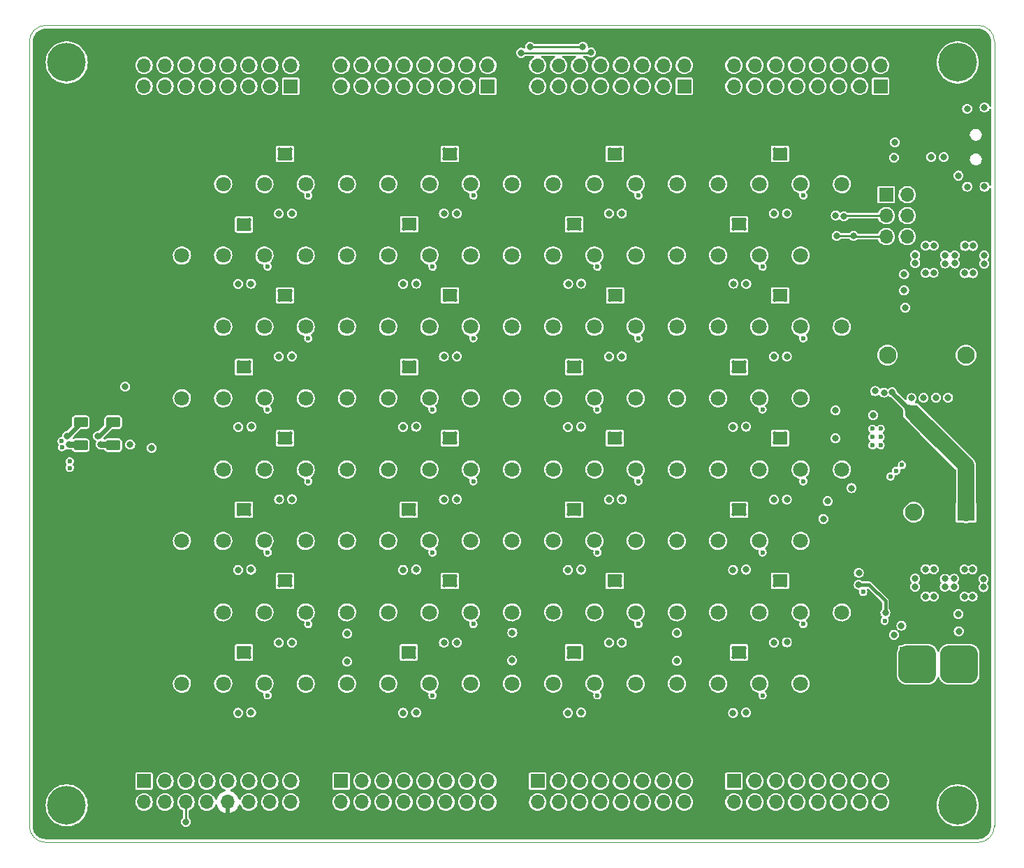
<source format=gbl>
G04 #@! TF.GenerationSoftware,KiCad,Pcbnew,(6.0.10)*
G04 #@! TF.CreationDate,2023-12-11T17:01:48-05:00*
G04 #@! TF.ProjectId,UltrasonicDrive,556c7472-6173-46f6-9e69-634472697665,rev?*
G04 #@! TF.SameCoordinates,Original*
G04 #@! TF.FileFunction,Copper,L4,Bot*
G04 #@! TF.FilePolarity,Positive*
%FSLAX46Y46*%
G04 Gerber Fmt 4.6, Leading zero omitted, Abs format (unit mm)*
G04 Created by KiCad (PCBNEW (6.0.10)) date 2023-12-11 17:01:48*
%MOMM*%
%LPD*%
G01*
G04 APERTURE LIST*
G04 Aperture macros list*
%AMRoundRect*
0 Rectangle with rounded corners*
0 $1 Rounding radius*
0 $2 $3 $4 $5 $6 $7 $8 $9 X,Y pos of 4 corners*
0 Add a 4 corners polygon primitive as box body*
4,1,4,$2,$3,$4,$5,$6,$7,$8,$9,$2,$3,0*
0 Add four circle primitives for the rounded corners*
1,1,$1+$1,$2,$3*
1,1,$1+$1,$4,$5*
1,1,$1+$1,$6,$7*
1,1,$1+$1,$8,$9*
0 Add four rect primitives between the rounded corners*
20,1,$1+$1,$2,$3,$4,$5,0*
20,1,$1+$1,$4,$5,$6,$7,0*
20,1,$1+$1,$6,$7,$8,$9,0*
20,1,$1+$1,$8,$9,$2,$3,0*%
G04 Aperture macros list end*
G04 #@! TA.AperFunction,Profile*
%ADD10C,0.100000*%
G04 #@! TD*
G04 #@! TA.AperFunction,ComponentPad*
%ADD11C,0.500000*%
G04 #@! TD*
G04 #@! TA.AperFunction,SMDPad,CuDef*
%ADD12R,1.800000X1.600000*%
G04 #@! TD*
G04 #@! TA.AperFunction,ComponentPad*
%ADD13R,1.700000X1.700000*%
G04 #@! TD*
G04 #@! TA.AperFunction,ComponentPad*
%ADD14O,1.700000X1.700000*%
G04 #@! TD*
G04 #@! TA.AperFunction,ComponentPad*
%ADD15C,4.700000*%
G04 #@! TD*
G04 #@! TA.AperFunction,ComponentPad*
%ADD16C,1.800000*%
G04 #@! TD*
G04 #@! TA.AperFunction,SMDPad,CuDef*
%ADD17RoundRect,0.250000X0.625000X-0.375000X0.625000X0.375000X-0.625000X0.375000X-0.625000X-0.375000X0*%
G04 #@! TD*
G04 #@! TA.AperFunction,ComponentPad*
%ADD18R,2.100000X2.100000*%
G04 #@! TD*
G04 #@! TA.AperFunction,ComponentPad*
%ADD19C,2.100000*%
G04 #@! TD*
G04 #@! TA.AperFunction,ViaPad*
%ADD20C,0.800000*%
G04 #@! TD*
G04 #@! TA.AperFunction,ViaPad*
%ADD21C,0.600000*%
G04 #@! TD*
G04 #@! TA.AperFunction,Conductor*
%ADD22C,0.250000*%
G04 #@! TD*
G04 #@! TA.AperFunction,Conductor*
%ADD23C,0.500000*%
G04 #@! TD*
G04 #@! TA.AperFunction,Conductor*
%ADD24C,0.800000*%
G04 #@! TD*
G04 #@! TA.AperFunction,Conductor*
%ADD25C,0.600000*%
G04 #@! TD*
G04 #@! TA.AperFunction,Conductor*
%ADD26C,0.400000*%
G04 #@! TD*
G04 #@! TA.AperFunction,Conductor*
%ADD27C,2.000000*%
G04 #@! TD*
G04 #@! TA.AperFunction,Conductor*
%ADD28C,1.000000*%
G04 #@! TD*
G04 #@! TA.AperFunction,Conductor*
%ADD29C,0.200000*%
G04 #@! TD*
G04 APERTURE END LIST*
D10*
X312719114Y-47450000D02*
X312714900Y-142595786D01*
X312719100Y-47450000D02*
G75*
G03*
X310719114Y-45450000I-2000000J0D01*
G01*
X195723314Y-142595786D02*
G75*
G03*
X197723328Y-144595786I1999986J-14D01*
G01*
X195723328Y-142595786D02*
X195723328Y-47454213D01*
X197723328Y-45454213D02*
X310719114Y-45450000D01*
X310714900Y-144595786D02*
X197723328Y-144595786D01*
X310714900Y-144595800D02*
G75*
G03*
X312714900Y-142595786I0J2000000D01*
G01*
X197723328Y-45454228D02*
G75*
G03*
X195723328Y-47454213I-28J-1999972D01*
G01*
D11*
X286050000Y-61600000D03*
X287350000Y-60500000D03*
X286050000Y-60500000D03*
D12*
X286700000Y-61050000D03*
D11*
X287350000Y-61600000D03*
D13*
X302089954Y-121717500D03*
D14*
X302089954Y-124257500D03*
X304629954Y-121717500D03*
X304629954Y-124257500D03*
X307169954Y-121717500D03*
X307169954Y-124257500D03*
X309709954Y-121717500D03*
X309709954Y-124257500D03*
D11*
X262387020Y-103674487D03*
X261087020Y-103674487D03*
X262387020Y-104774487D03*
X261087020Y-104774487D03*
D12*
X261737020Y-104224487D03*
D11*
X246052020Y-96091028D03*
D12*
X246702020Y-95541028D03*
D11*
X247352020Y-96091028D03*
X246052020Y-94991028D03*
X247352020Y-94991028D03*
X242387020Y-120994995D03*
X242387020Y-122094995D03*
X241087020Y-120994995D03*
D12*
X241737020Y-121544995D03*
D11*
X241087020Y-122094995D03*
D15*
X200250114Y-140100000D03*
D11*
X242405000Y-69049459D03*
X242405000Y-70149459D03*
X241105000Y-69049459D03*
D12*
X241755000Y-69599459D03*
D11*
X241105000Y-70149459D03*
X261087020Y-120994995D03*
D12*
X261737020Y-121544995D03*
D11*
X262387020Y-122094995D03*
X261087020Y-122094995D03*
X262387020Y-120994995D03*
D15*
X308250089Y-49950000D03*
D13*
X227405000Y-52840000D03*
D14*
X227405000Y-50300000D03*
X224865000Y-52840000D03*
X224865000Y-50300000D03*
X222325000Y-52840000D03*
X222325000Y-50300000D03*
X219785000Y-52840000D03*
X219785000Y-50300000D03*
X217245000Y-52840000D03*
X217245000Y-50300000D03*
X214705000Y-52840000D03*
X214705000Y-50300000D03*
X212165000Y-52840000D03*
X212165000Y-50300000D03*
X209625000Y-52840000D03*
X209625000Y-50300000D03*
D11*
X247350000Y-60500000D03*
D12*
X246700000Y-61050000D03*
D11*
X246050000Y-60500000D03*
X247350000Y-61600000D03*
X246050000Y-61600000D03*
D13*
X299590000Y-66000000D03*
D14*
X302130000Y-66000000D03*
X299590000Y-68540000D03*
X302130000Y-68540000D03*
X299590000Y-71080000D03*
X302130000Y-71080000D03*
D12*
X266700000Y-61050000D03*
D11*
X267350000Y-61600000D03*
X266050000Y-61600000D03*
X266050000Y-60500000D03*
X267350000Y-60500000D03*
X281105000Y-86356508D03*
X282405000Y-86356508D03*
X281105000Y-87456508D03*
X282405000Y-87456508D03*
D12*
X281755000Y-86906508D03*
X246718274Y-78220681D03*
D11*
X247368274Y-77670681D03*
X247368274Y-78770681D03*
X246068274Y-77670681D03*
X246068274Y-78770681D03*
D13*
X298905000Y-52840000D03*
D14*
X298905000Y-50300000D03*
X296365000Y-52840000D03*
X296365000Y-50300000D03*
X293825000Y-52840000D03*
X293825000Y-50300000D03*
X291285000Y-52840000D03*
X291285000Y-50300000D03*
X288745000Y-52840000D03*
X288745000Y-50300000D03*
X286205000Y-52840000D03*
X286205000Y-50300000D03*
X283665000Y-52840000D03*
X283665000Y-50300000D03*
X281125000Y-52840000D03*
X281125000Y-50300000D03*
D11*
X246052020Y-113411536D03*
X247352020Y-112311536D03*
X247352020Y-113411536D03*
D12*
X246702020Y-112861536D03*
D11*
X246052020Y-112311536D03*
D13*
X233517500Y-137160000D03*
D14*
X233517500Y-139700000D03*
X236057500Y-137160000D03*
X236057500Y-139700000D03*
X238597500Y-137160000D03*
X238597500Y-139700000D03*
X241137500Y-137160000D03*
X241137500Y-139700000D03*
X243677500Y-137160000D03*
X243677500Y-139700000D03*
X246217500Y-137160000D03*
X246217500Y-139700000D03*
X248757500Y-137160000D03*
X248757500Y-139700000D03*
X251297500Y-137160000D03*
X251297500Y-139700000D03*
D11*
X241087020Y-104774487D03*
X241087020Y-103674487D03*
D12*
X241737020Y-104224487D03*
D11*
X242387020Y-103674487D03*
X242387020Y-104774487D03*
D13*
X281125000Y-137160000D03*
D14*
X281125000Y-139700000D03*
X283665000Y-137160000D03*
X283665000Y-139700000D03*
X286205000Y-137160000D03*
X286205000Y-139700000D03*
X288745000Y-137160000D03*
X288745000Y-139700000D03*
X291285000Y-137160000D03*
X291285000Y-139700000D03*
X293825000Y-137160000D03*
X293825000Y-139700000D03*
X296365000Y-137160000D03*
X296365000Y-139700000D03*
X298905000Y-137160000D03*
X298905000Y-139700000D03*
D11*
X266052020Y-113411536D03*
X267352020Y-113411536D03*
D12*
X266702020Y-112861536D03*
D11*
X267352020Y-112311536D03*
X266052020Y-112311536D03*
X221087020Y-87453979D03*
X222387020Y-87453979D03*
X222387020Y-86353979D03*
D12*
X221737020Y-86903979D03*
D11*
X221087020Y-86353979D03*
X266052020Y-96091028D03*
X267352020Y-96091028D03*
X266052020Y-94991028D03*
D12*
X266702020Y-95541028D03*
D11*
X267352020Y-94991028D03*
X286052020Y-94991028D03*
X287352020Y-96091028D03*
D12*
X286702020Y-95541028D03*
D11*
X286052020Y-96091028D03*
X287352020Y-94991028D03*
X226052020Y-113411536D03*
X227352020Y-113411536D03*
X226052020Y-112311536D03*
X227352020Y-112311536D03*
D12*
X226702020Y-112861536D03*
D11*
X221105000Y-69066000D03*
X222405000Y-70166000D03*
X222405000Y-69066000D03*
X221105000Y-70166000D03*
D12*
X221755000Y-69616000D03*
D11*
X287370000Y-77673049D03*
D12*
X286720000Y-78223049D03*
D11*
X286070000Y-77673049D03*
X286070000Y-78773049D03*
X287370000Y-78773049D03*
D12*
X226702020Y-78220520D03*
D11*
X226052020Y-77670520D03*
X226052020Y-78770520D03*
X227352020Y-78770520D03*
X227352020Y-77670520D03*
X262403274Y-86354140D03*
D12*
X261753274Y-86904140D03*
D11*
X262403274Y-87454140D03*
X261103274Y-86354140D03*
X261103274Y-87454140D03*
X281105000Y-69049459D03*
D12*
X281755000Y-69599459D03*
D11*
X281105000Y-70149459D03*
X282405000Y-70149459D03*
X282405000Y-69049459D03*
D12*
X221737020Y-121544995D03*
D11*
X221087020Y-122094995D03*
X222387020Y-120994995D03*
X221087020Y-120994995D03*
X222387020Y-122094995D03*
X287352020Y-112311536D03*
X287352020Y-113411536D03*
D12*
X286702020Y-112861536D03*
D11*
X286052020Y-112311536D03*
X286052020Y-113411536D03*
X226050000Y-61600000D03*
X226050000Y-60500000D03*
D12*
X226700000Y-61050000D03*
D11*
X227350000Y-61600000D03*
X227350000Y-60500000D03*
D15*
X308250072Y-140100000D03*
D13*
X251297500Y-52840000D03*
D14*
X251297500Y-50300000D03*
X248757500Y-52840000D03*
X248757500Y-50300000D03*
X246217500Y-52840000D03*
X246217500Y-50300000D03*
X243677500Y-52840000D03*
X243677500Y-50300000D03*
X241137500Y-52840000D03*
X241137500Y-50300000D03*
X238597500Y-52840000D03*
X238597500Y-50300000D03*
X236057500Y-52840000D03*
X236057500Y-50300000D03*
X233517500Y-52840000D03*
X233517500Y-50300000D03*
D11*
X226052020Y-96091028D03*
D12*
X226702020Y-95541028D03*
D11*
X226052020Y-94991028D03*
X227352020Y-94991028D03*
X227352020Y-96091028D03*
D15*
X200250077Y-49950000D03*
D11*
X282387020Y-122094995D03*
X282387020Y-120994995D03*
X281087020Y-120994995D03*
X281087020Y-122094995D03*
D12*
X281737020Y-121544995D03*
D13*
X275120000Y-52840000D03*
D14*
X275120000Y-50300000D03*
X272580000Y-52840000D03*
X272580000Y-50300000D03*
X270040000Y-52840000D03*
X270040000Y-50300000D03*
X267500000Y-52840000D03*
X267500000Y-50300000D03*
X264960000Y-52840000D03*
X264960000Y-50300000D03*
X262420000Y-52840000D03*
X262420000Y-50300000D03*
X259880000Y-52840000D03*
X259880000Y-50300000D03*
X257340000Y-52840000D03*
X257340000Y-50300000D03*
D13*
X209625000Y-137160000D03*
D14*
X209625000Y-139700000D03*
X212165000Y-137160000D03*
X212165000Y-139700000D03*
X214705000Y-137160000D03*
X214705000Y-139700000D03*
X217245000Y-137160000D03*
X217245000Y-139700000D03*
X219785000Y-137160000D03*
X219785000Y-139700000D03*
X222325000Y-137160000D03*
X222325000Y-139700000D03*
X224865000Y-137160000D03*
X224865000Y-139700000D03*
X227405000Y-137160000D03*
X227405000Y-139700000D03*
D13*
X257340000Y-137160000D03*
D14*
X257340000Y-139700000D03*
X259880000Y-137160000D03*
X259880000Y-139700000D03*
X262420000Y-137160000D03*
X262420000Y-139700000D03*
X264960000Y-137160000D03*
X264960000Y-139700000D03*
X267500000Y-137160000D03*
X267500000Y-139700000D03*
X270040000Y-137160000D03*
X270040000Y-139700000D03*
X272580000Y-137160000D03*
X272580000Y-139700000D03*
X275120000Y-137160000D03*
X275120000Y-139700000D03*
D11*
X241103274Y-87454140D03*
X242403274Y-87454140D03*
D12*
X241753274Y-86904140D03*
D11*
X242403274Y-86354140D03*
X241103274Y-86354140D03*
X222387020Y-103674487D03*
X221087020Y-103674487D03*
X221087020Y-104774487D03*
D12*
X221737020Y-104224487D03*
D11*
X222387020Y-104774487D03*
D12*
X261755000Y-69599459D03*
D11*
X261105000Y-70149459D03*
X262405000Y-69049459D03*
X262405000Y-70149459D03*
X261105000Y-69049459D03*
X266068274Y-77670681D03*
D12*
X266718274Y-78220681D03*
D11*
X267368274Y-78770681D03*
X266068274Y-78770681D03*
X267368274Y-77670681D03*
D12*
X281737020Y-104224487D03*
D11*
X281087020Y-103674487D03*
X282387020Y-104774487D03*
X282387020Y-103674487D03*
X281087020Y-104774487D03*
D16*
X239220000Y-90702549D03*
X234220000Y-90702549D03*
X289220000Y-82042295D03*
X294220000Y-82042295D03*
X269220000Y-99354721D03*
X274220000Y-99354721D03*
D17*
X201950000Y-96410000D03*
X201950000Y-93610000D03*
D16*
X279220000Y-125335483D03*
X274220000Y-125335483D03*
X284220000Y-99354721D03*
X279220000Y-99354721D03*
X284220000Y-73382041D03*
X289220000Y-73382041D03*
X229220000Y-99354721D03*
X234220000Y-99354721D03*
X264220000Y-73382041D03*
X269220000Y-73382041D03*
X249220000Y-99354721D03*
X254220000Y-99354721D03*
D18*
X309260000Y-104530000D03*
D19*
X302920000Y-104530000D03*
X299740000Y-85470000D03*
X309260000Y-85470000D03*
D16*
X239220000Y-125335483D03*
X234220000Y-125335483D03*
X229220000Y-82042295D03*
X234220000Y-82042295D03*
X264220000Y-82042295D03*
X259220000Y-82042295D03*
X284220000Y-108014975D03*
X289220000Y-108014975D03*
X264220000Y-90702549D03*
X269220000Y-90702549D03*
X269220000Y-82042295D03*
X274220000Y-82042295D03*
X224220000Y-125335483D03*
X229220000Y-125335483D03*
X229220000Y-64721787D03*
X234220000Y-64721787D03*
D17*
X205900000Y-96390000D03*
X205900000Y-93590000D03*
D16*
X279220000Y-108014975D03*
X274220000Y-108014975D03*
X284210000Y-125328500D03*
X289210000Y-125328500D03*
X279220000Y-73382041D03*
X274220000Y-73382041D03*
X229220000Y-116675229D03*
X234220000Y-116675229D03*
X249220000Y-82042295D03*
X254220000Y-82042295D03*
X244220000Y-108014975D03*
X249220000Y-108014975D03*
X239220000Y-73382041D03*
X234220000Y-73382041D03*
X244220000Y-116675229D03*
X239220000Y-116675229D03*
X264220000Y-125335483D03*
X269220000Y-125335483D03*
X259220000Y-73382041D03*
X254220000Y-73382041D03*
X249220000Y-116675229D03*
X254220000Y-116675229D03*
X284220000Y-64721787D03*
X279220000Y-64721787D03*
X219220000Y-90702549D03*
X214220000Y-90702549D03*
X259220000Y-108014975D03*
X254220000Y-108014975D03*
X224220000Y-108014975D03*
X229220000Y-108014975D03*
X284220000Y-90702549D03*
X289220000Y-90702549D03*
X264220000Y-64721787D03*
X259220000Y-64721787D03*
X289220000Y-64721787D03*
X294220000Y-64721787D03*
X244220000Y-99354721D03*
X239220000Y-99354721D03*
X264220000Y-116675229D03*
X259220000Y-116675229D03*
X259220000Y-90702549D03*
X254220000Y-90702549D03*
X239220000Y-108014975D03*
X234220000Y-108014975D03*
X289220000Y-99354721D03*
X294220000Y-99354721D03*
X284220000Y-116675229D03*
X279220000Y-116675229D03*
X219220000Y-108014975D03*
X214220000Y-108014975D03*
X244220000Y-125335483D03*
X249220000Y-125335483D03*
X219220000Y-73382041D03*
X214220000Y-73382041D03*
X269220000Y-64721787D03*
X274220000Y-64721787D03*
X224220000Y-82042295D03*
X219220000Y-82042295D03*
X224220000Y-99354721D03*
X219220000Y-99354721D03*
X279220000Y-90702549D03*
X274220000Y-90702549D03*
X289220000Y-116675229D03*
X294220000Y-116675229D03*
X224220000Y-90702549D03*
X229220000Y-90702549D03*
X264220000Y-108014975D03*
X269220000Y-108014975D03*
X244220000Y-73382041D03*
X249220000Y-73382041D03*
X244220000Y-90702549D03*
X249220000Y-90702549D03*
X264220000Y-99354721D03*
X259220000Y-99354721D03*
X219220000Y-125335483D03*
X214220000Y-125335483D03*
X269220000Y-116675229D03*
X274220000Y-116675229D03*
X244220000Y-64721787D03*
X239220000Y-64721787D03*
X224220000Y-73382041D03*
X229220000Y-73382041D03*
X284220000Y-82042295D03*
X279220000Y-82042295D03*
X259220000Y-125335483D03*
X254220000Y-125335483D03*
X249220000Y-64721787D03*
X254220000Y-64721787D03*
X244220000Y-82042295D03*
X239220000Y-82042295D03*
X224220000Y-64721787D03*
X219220000Y-64721787D03*
X224220000Y-116675229D03*
X219220000Y-116675229D03*
D20*
X283712500Y-74937500D03*
X243712500Y-92287500D03*
X288675000Y-66337500D03*
X283712500Y-109637500D03*
D21*
X296540000Y-76400000D03*
D20*
X228675000Y-66350000D03*
X228675000Y-83687500D03*
X223712500Y-92287500D03*
X248675000Y-101037500D03*
X223712500Y-74937500D03*
X288675000Y-83687500D03*
D21*
X297540000Y-80400000D03*
D20*
X248675000Y-66337500D03*
D21*
X296540000Y-78400000D03*
D20*
X268675000Y-66337500D03*
X283712500Y-126987500D03*
X223712500Y-126987500D03*
D21*
X295540000Y-79400000D03*
D20*
X268675000Y-101037500D03*
D21*
X297540000Y-79400000D03*
X296540000Y-77400000D03*
X297540000Y-78400000D03*
D20*
X288675000Y-101062500D03*
D21*
X297540000Y-76400000D03*
D20*
X243712500Y-109637500D03*
X283712500Y-92287500D03*
X263712500Y-74937500D03*
X263712500Y-126987500D03*
X243712500Y-126987500D03*
D21*
X295540000Y-76400000D03*
D20*
X263712500Y-109637500D03*
X243712500Y-74912500D03*
X248675000Y-83687500D03*
D21*
X296540000Y-79400000D03*
D20*
X263712500Y-92287500D03*
X268675000Y-83687500D03*
D21*
X295540000Y-78400000D03*
X297540000Y-77400000D03*
D20*
X223712500Y-109612500D03*
D21*
X296540000Y-80400000D03*
D20*
X268675000Y-118412500D03*
D21*
X295540000Y-77400000D03*
D20*
X228675000Y-118412500D03*
X288675000Y-118387500D03*
X228675000Y-101037500D03*
D21*
X295540000Y-80400000D03*
D20*
X248675000Y-118412500D03*
X263790000Y-48750000D03*
X255340000Y-48780000D03*
X214705000Y-142095000D03*
X204370000Y-96300000D03*
X200515000Y-96325000D03*
X200300000Y-95300000D03*
X300310000Y-89990000D03*
X204050000Y-95300000D03*
X295624500Y-71010000D03*
X256410000Y-48050000D03*
X296260000Y-113340000D03*
X262820000Y-48060000D03*
X293570000Y-71020000D03*
X299490000Y-116730000D03*
X294470000Y-68630000D03*
D21*
X269540000Y-100770000D03*
D20*
X267550000Y-85612500D03*
D21*
X229540000Y-118110000D03*
D20*
X305350002Y-72194199D03*
X304110000Y-90660000D03*
D21*
X244590000Y-74730000D03*
D20*
X210547918Y-96725000D03*
X303110000Y-74314199D03*
D21*
X264590000Y-92070000D03*
D20*
X267550000Y-68262500D03*
X222600000Y-128850000D03*
X262600000Y-111500000D03*
X261025000Y-94175000D03*
X299320000Y-90010000D03*
D21*
X249540000Y-118110000D03*
D20*
X308329998Y-116890000D03*
D21*
X297900000Y-94400000D03*
D20*
X309400002Y-55573102D03*
D21*
X289540000Y-100770000D03*
D20*
X282600000Y-128850000D03*
D21*
X244590000Y-109410000D03*
D20*
X311400000Y-113620000D03*
D21*
X297900000Y-96400000D03*
D20*
X311501900Y-65025000D03*
X207350000Y-89300000D03*
X234230000Y-122650000D03*
D21*
X269540000Y-83430000D03*
D20*
X307880000Y-74334199D03*
X247550000Y-102962500D03*
X308351898Y-63680949D03*
X267550000Y-120337500D03*
X310060000Y-114770000D03*
X307090000Y-90630000D03*
X304360000Y-111440000D03*
X281025000Y-128875000D03*
X241025000Y-128875000D03*
X222600000Y-111500000D03*
X227550000Y-68275000D03*
X306690000Y-112610000D03*
X311470000Y-73384199D03*
D21*
X284590000Y-74730000D03*
X299400000Y-117700000D03*
D20*
X265975000Y-102987500D03*
D21*
X289540000Y-83430000D03*
D20*
X300530000Y-119400000D03*
X247550000Y-120337500D03*
D21*
X229540000Y-66090000D03*
D20*
X247550000Y-68262500D03*
X281025000Y-111525000D03*
D21*
X224590000Y-126750000D03*
D20*
X291961500Y-105345000D03*
X305620000Y-90620000D03*
D21*
X244590000Y-126750000D03*
D20*
X311501901Y-55425001D03*
X226000001Y-102962499D03*
X207950000Y-96320000D03*
X234250000Y-119270000D03*
D21*
X296800000Y-114200000D03*
D20*
X311400000Y-112640000D03*
D21*
X224590000Y-109410000D03*
D20*
X221025000Y-128875000D03*
X287550000Y-102987500D03*
X303100000Y-113560000D03*
X261025000Y-111525000D03*
X281075001Y-76799999D03*
X307810000Y-112610000D03*
X309400002Y-65031898D03*
D21*
X284590000Y-109410000D03*
D20*
X303110000Y-73334199D03*
X307880000Y-73354199D03*
D21*
X297900000Y-95400000D03*
D20*
X306700000Y-73364199D03*
X262600000Y-94150000D03*
X262625000Y-76800000D03*
D21*
X289540000Y-118110000D03*
D20*
X225975000Y-120362500D03*
D21*
X249540000Y-100770000D03*
D20*
X293450000Y-92180000D03*
X245975000Y-68287500D03*
X301430000Y-118290000D03*
X274210000Y-122570000D03*
X227550000Y-120337500D03*
X305350000Y-114740000D03*
X304370002Y-72194199D03*
D21*
X284590000Y-92070000D03*
X269540000Y-66090000D03*
D20*
X265975000Y-68287500D03*
X282600000Y-94150000D03*
X308385000Y-118970000D03*
D21*
X224590000Y-74730000D03*
D20*
X265975000Y-120362500D03*
D21*
X244590000Y-92070000D03*
D20*
X304350000Y-75501904D03*
X304370000Y-114740000D03*
X309080000Y-114770000D03*
X222625000Y-94150000D03*
X287550000Y-120312500D03*
X306575000Y-61450000D03*
X285975000Y-120337500D03*
X292480000Y-103200000D03*
X274230000Y-119190000D03*
X261025000Y-128875000D03*
X300637500Y-59650000D03*
X306690000Y-113590000D03*
X245975000Y-85637500D03*
X298230000Y-89830000D03*
X267550000Y-102962500D03*
D21*
X301507107Y-98792893D03*
D20*
X262600000Y-128850000D03*
X302659999Y-90680001D03*
D21*
X224590000Y-92070000D03*
X269540000Y-118110000D03*
X284590000Y-126750000D03*
X249540000Y-66090000D03*
D20*
X254250000Y-122510000D03*
X282625000Y-76825000D03*
D21*
X229540000Y-100770000D03*
D20*
X285975000Y-85637500D03*
X221025000Y-76825000D03*
X305050000Y-61425000D03*
X295400549Y-101604049D03*
X305330000Y-75501904D03*
X282600000Y-111500000D03*
X301759999Y-77629999D03*
X242600000Y-111500000D03*
X222600000Y-76800000D03*
X241025000Y-94175000D03*
D21*
X264590000Y-109410000D03*
D20*
X287550000Y-85612500D03*
X241025000Y-111525000D03*
X311470000Y-74364199D03*
X306700000Y-74344199D03*
X245975000Y-102987500D03*
X293430000Y-95560000D03*
D21*
X300092893Y-100207107D03*
D20*
X293470000Y-68510000D03*
X245975000Y-120362500D03*
D21*
X298900000Y-95400000D03*
D20*
X303100000Y-112580000D03*
X281025000Y-94175000D03*
X310050000Y-111470000D03*
X296266500Y-111880000D03*
X298000000Y-92750000D03*
X265975000Y-85637500D03*
X242600000Y-94150000D03*
D21*
X298900000Y-96400000D03*
D20*
X221050000Y-94175000D03*
X241050000Y-76825000D03*
X247550000Y-85612500D03*
X254270000Y-119130000D03*
X310120002Y-72214199D03*
X309070000Y-111470000D03*
X242600000Y-128850000D03*
D21*
X249540000Y-83430000D03*
D20*
X309120000Y-75521904D03*
X225975000Y-85637500D03*
D21*
X200620000Y-98350000D03*
D20*
X285975000Y-103012500D03*
X242625000Y-76800000D03*
X305340000Y-111440000D03*
X310100000Y-75521904D03*
D21*
X264590000Y-126750000D03*
D20*
X285975000Y-68287500D03*
X307810000Y-113590000D03*
D21*
X199638784Y-95909835D03*
D20*
X225975000Y-68300000D03*
X221025000Y-111525000D03*
X301890000Y-79710000D03*
X287550000Y-68262500D03*
X227550000Y-85612500D03*
D21*
X264590000Y-74730000D03*
D20*
X309140002Y-72214199D03*
X301759999Y-75667499D03*
X227550000Y-102962500D03*
D21*
X229540000Y-83430000D03*
X200620000Y-99150000D03*
X289540000Y-66090000D03*
X298900000Y-94400000D03*
X199670000Y-96640000D03*
X300800000Y-99500000D03*
D20*
X300525000Y-61500000D03*
X261050000Y-76825000D03*
D22*
X263790000Y-48750000D02*
X263730000Y-48810000D01*
X255370000Y-48810000D02*
X255340000Y-48780000D01*
X263730000Y-48810000D02*
X255370000Y-48810000D01*
X214705000Y-139700000D02*
X214705000Y-142095000D01*
D23*
X204374834Y-96295166D02*
X204370000Y-96300000D01*
D24*
X205900000Y-96400000D02*
X205795166Y-96295166D01*
X205795166Y-96295166D02*
X204374834Y-96295166D01*
D23*
X205729834Y-96300000D02*
X204920166Y-96300000D01*
D24*
X202100000Y-96400000D02*
X202025000Y-96325000D01*
X202025000Y-96325000D02*
X200515000Y-96325000D01*
D25*
X200400000Y-95300000D02*
X200299998Y-95300000D01*
X202100000Y-93600000D02*
X200400000Y-95300000D01*
D26*
X200300000Y-95300000D02*
X200299998Y-95300000D01*
D27*
X309260000Y-98870000D02*
X309260000Y-102810000D01*
D28*
X302326999Y-92006999D02*
X305113000Y-94793000D01*
D27*
X303366999Y-92976999D02*
X306153000Y-95763000D01*
D25*
X304010000Y-92630000D02*
X303180000Y-91800000D01*
D27*
X306466999Y-96076999D02*
X309253000Y-98863000D01*
X309260000Y-100710000D02*
X309260000Y-104650000D01*
D29*
X300310000Y-89990000D02*
X300310000Y-90030000D01*
D25*
X303180000Y-91800000D02*
X302080000Y-91800000D01*
X302900000Y-93500000D02*
X302110000Y-92710000D01*
X302110000Y-92710000D02*
X302110000Y-91800000D01*
X300310000Y-90030000D02*
X309170000Y-98890000D01*
D27*
X304606999Y-94216999D02*
X307393000Y-97003000D01*
X302089954Y-121717500D02*
X302089954Y-124257500D01*
X304629954Y-124257500D02*
X302089954Y-121717500D01*
X304629954Y-121717500D02*
X304629954Y-124257500D01*
X304629954Y-124257500D02*
X302089954Y-124257500D01*
X304629954Y-121717500D02*
X302089954Y-121717500D01*
D25*
X204200000Y-95300000D02*
X204049998Y-95300000D01*
D26*
X204050000Y-95300000D02*
X204049998Y-95300000D01*
D25*
X205900000Y-93600000D02*
X204200000Y-95300000D01*
D26*
X299490000Y-115310000D02*
X299490000Y-116730000D01*
D22*
X295694500Y-71080000D02*
X295624500Y-71010000D01*
X293580000Y-71010000D02*
X293570000Y-71020000D01*
D26*
X297520000Y-113340000D02*
X299490000Y-115310000D01*
D22*
X262820000Y-48060000D02*
X262800000Y-48040000D01*
D26*
X296260000Y-113340000D02*
X297520000Y-113340000D01*
D22*
X295624500Y-71010000D02*
X293580000Y-71010000D01*
X262800000Y-48040000D02*
X256420000Y-48040000D01*
X299600000Y-71080000D02*
X295694500Y-71080000D01*
X256420000Y-48040000D02*
X256410000Y-48050000D01*
X299600000Y-68540000D02*
X294560000Y-68540000D01*
X299600000Y-69040000D02*
X299100000Y-68540000D01*
X294560000Y-68540000D02*
X294470000Y-68630000D01*
D27*
X309709954Y-124257500D02*
X307169954Y-124257500D01*
D26*
X246700000Y-61050000D02*
X246750000Y-61050000D01*
D27*
X309709954Y-121717500D02*
X309709954Y-124257500D01*
X307169954Y-121717500D02*
X307169954Y-124257500D01*
X307169954Y-121717500D02*
X309709954Y-124257500D01*
X307169954Y-121717500D02*
X309709954Y-121717500D01*
G04 #@! TA.AperFunction,Conductor*
G36*
X310697396Y-45852052D02*
G01*
X310719111Y-45855492D01*
X310728906Y-45853941D01*
X310735263Y-45853941D01*
X310755242Y-45853084D01*
X310937762Y-45866140D01*
X310955547Y-45868697D01*
X311160932Y-45913378D01*
X311178175Y-45918440D01*
X311375130Y-45991901D01*
X311391473Y-45999366D01*
X311553941Y-46088081D01*
X311575948Y-46100098D01*
X311591071Y-46109816D01*
X311759346Y-46235787D01*
X311772931Y-46247560D01*
X311921550Y-46396179D01*
X311933323Y-46409765D01*
X312059288Y-46578036D01*
X312069002Y-46593150D01*
X312169743Y-46777644D01*
X312177205Y-46793983D01*
X312207227Y-46874475D01*
X312250660Y-46990926D01*
X312255724Y-47008175D01*
X312300404Y-47213565D01*
X312302963Y-47231360D01*
X312315024Y-47399997D01*
X312316020Y-47413929D01*
X312315173Y-47433690D01*
X312315173Y-47440206D01*
X312313622Y-47450000D01*
X312315173Y-47459793D01*
X312315173Y-47459795D01*
X312317060Y-47471708D01*
X312318612Y-47491421D01*
X312318273Y-55151366D01*
X312318271Y-55193269D01*
X312298266Y-55261388D01*
X312244608Y-55307879D01*
X312174334Y-55317980D01*
X312109754Y-55288484D01*
X312075862Y-55241482D01*
X312055891Y-55193269D01*
X312026437Y-55122160D01*
X311930183Y-54996719D01*
X311804742Y-54900465D01*
X311658663Y-54839957D01*
X311501901Y-54819319D01*
X311345139Y-54839957D01*
X311199060Y-54900465D01*
X311073619Y-54996719D01*
X310977365Y-55122160D01*
X310916857Y-55268239D01*
X310915779Y-55276427D01*
X310906538Y-55346620D01*
X310896219Y-55425001D01*
X310916857Y-55581763D01*
X310977365Y-55727842D01*
X311073619Y-55853283D01*
X311080165Y-55858306D01*
X311103150Y-55875943D01*
X311199060Y-55949537D01*
X311345139Y-56010045D01*
X311501901Y-56030683D01*
X311510089Y-56029605D01*
X311650475Y-56011123D01*
X311658663Y-56010045D01*
X311804742Y-55949537D01*
X311900652Y-55875943D01*
X311923637Y-55858306D01*
X311930183Y-55853283D01*
X312026437Y-55727842D01*
X312075841Y-55608570D01*
X312120389Y-55553289D01*
X312187753Y-55530868D01*
X312256544Y-55548426D01*
X312304922Y-55600388D01*
X312318250Y-55656794D01*
X312317847Y-64779629D01*
X312317846Y-64792245D01*
X312297841Y-64860364D01*
X312244183Y-64906855D01*
X312173909Y-64916956D01*
X312109329Y-64887460D01*
X312075437Y-64840457D01*
X312050241Y-64779629D01*
X312026436Y-64722159D01*
X311930182Y-64596718D01*
X311804741Y-64500464D01*
X311658662Y-64439956D01*
X311501900Y-64419318D01*
X311345138Y-64439956D01*
X311199059Y-64500464D01*
X311073618Y-64596718D01*
X310977364Y-64722159D01*
X310928363Y-64840457D01*
X310920118Y-64860364D01*
X310916856Y-64868238D01*
X310896218Y-65025000D01*
X310916856Y-65181762D01*
X310977364Y-65327841D01*
X311073618Y-65453282D01*
X311199059Y-65549536D01*
X311345138Y-65610044D01*
X311353326Y-65611122D01*
X311397534Y-65616942D01*
X311501900Y-65630682D01*
X311510088Y-65629604D01*
X311650474Y-65611122D01*
X311658662Y-65610044D01*
X311804741Y-65549536D01*
X311930182Y-65453282D01*
X312026436Y-65327841D01*
X312075416Y-65209593D01*
X312119964Y-65154312D01*
X312187328Y-65131891D01*
X312256119Y-65149449D01*
X312304497Y-65201411D01*
X312317825Y-65257817D01*
X312317472Y-73240082D01*
X312317469Y-73298371D01*
X312297464Y-73366490D01*
X312279153Y-73382355D01*
X312285696Y-73386451D01*
X312315956Y-73450676D01*
X312317461Y-73470096D01*
X312317452Y-73673591D01*
X312317428Y-74241503D01*
X312317426Y-74278040D01*
X312297421Y-74346160D01*
X312278668Y-74362408D01*
X312285654Y-74366781D01*
X312315913Y-74431007D01*
X312317418Y-74450426D01*
X312316902Y-86092657D01*
X312314402Y-142554343D01*
X312312851Y-142574045D01*
X312310959Y-142585992D01*
X312310959Y-142585994D01*
X312309408Y-142595789D01*
X312310959Y-142605582D01*
X312310959Y-142611941D01*
X312311816Y-142631921D01*
X312306976Y-142699604D01*
X312298764Y-142814433D01*
X312296206Y-142832227D01*
X312251528Y-143037616D01*
X312246464Y-143054861D01*
X312209736Y-143153336D01*
X312173009Y-143251805D01*
X312165541Y-143268158D01*
X312067028Y-143448575D01*
X312064807Y-143452642D01*
X312055090Y-143467761D01*
X311941553Y-143619430D01*
X311929126Y-143636030D01*
X311917354Y-143649616D01*
X311768725Y-143798247D01*
X311755138Y-143810020D01*
X311586872Y-143935983D01*
X311571754Y-143945699D01*
X311387268Y-144046437D01*
X311370921Y-144053902D01*
X311198335Y-144118274D01*
X311173973Y-144127360D01*
X311156724Y-144132424D01*
X310951339Y-144177104D01*
X310933552Y-144179661D01*
X310751091Y-144192712D01*
X310730897Y-144191846D01*
X310724696Y-144191846D01*
X310714900Y-144190294D01*
X310705107Y-144191845D01*
X310705106Y-144191845D01*
X310694462Y-144193531D01*
X310693187Y-144193733D01*
X310693174Y-144193735D01*
X310673464Y-144195286D01*
X197764758Y-144195286D01*
X197745051Y-144193735D01*
X197723322Y-144190294D01*
X197713529Y-144191845D01*
X197707170Y-144191845D01*
X197687190Y-144192702D01*
X197504679Y-144179651D01*
X197486885Y-144177093D01*
X197281493Y-144132415D01*
X197264244Y-144127350D01*
X197067303Y-144053897D01*
X197050950Y-144046429D01*
X196866473Y-143945699D01*
X196851349Y-143935980D01*
X196683080Y-143810017D01*
X196669493Y-143798244D01*
X196520863Y-143649615D01*
X196509090Y-143636028D01*
X196383129Y-143467764D01*
X196373409Y-143452640D01*
X196362689Y-143433008D01*
X196272671Y-143268151D01*
X196265209Y-143251812D01*
X196191753Y-143054867D01*
X196186688Y-143037618D01*
X196142008Y-142832226D01*
X196139450Y-142814431D01*
X196126402Y-142631982D01*
X196127268Y-142611786D01*
X196127268Y-142605585D01*
X196128820Y-142595789D01*
X196127269Y-142585992D01*
X196125379Y-142574062D01*
X196123828Y-142554352D01*
X196123828Y-140100000D01*
X197694571Y-140100000D01*
X197714722Y-140420294D01*
X197774858Y-140735538D01*
X197776085Y-140739314D01*
X197866982Y-141019065D01*
X197874030Y-141040758D01*
X197875717Y-141044344D01*
X197875719Y-141044348D01*
X198008987Y-141327556D01*
X198008991Y-141327563D01*
X198010675Y-141331142D01*
X198182636Y-141602110D01*
X198387203Y-141849390D01*
X198621150Y-142069080D01*
X198624352Y-142071407D01*
X198624354Y-142071408D01*
X198877577Y-142255385D01*
X198877582Y-142255388D01*
X198880786Y-142257716D01*
X198884255Y-142259623D01*
X198884258Y-142259625D01*
X199158555Y-142410421D01*
X199162017Y-142412324D01*
X199460408Y-142530466D01*
X199771253Y-142610277D01*
X200089650Y-142650500D01*
X200410578Y-142650500D01*
X200728975Y-142610277D01*
X201039820Y-142530466D01*
X201338211Y-142412324D01*
X201341673Y-142410421D01*
X201615970Y-142259625D01*
X201615973Y-142259623D01*
X201619442Y-142257716D01*
X201622646Y-142255388D01*
X201622651Y-142255385D01*
X201875874Y-142071408D01*
X201875876Y-142071407D01*
X201879078Y-142069080D01*
X202113025Y-141849390D01*
X202317592Y-141602110D01*
X202489553Y-141331142D01*
X202491237Y-141327563D01*
X202491241Y-141327556D01*
X202624509Y-141044348D01*
X202624511Y-141044344D01*
X202626198Y-141040758D01*
X202633247Y-141019065D01*
X202724143Y-140739314D01*
X202725370Y-140735538D01*
X202785506Y-140420294D01*
X202805657Y-140100000D01*
X202785506Y-139779706D01*
X202767490Y-139685262D01*
X208569520Y-139685262D01*
X208586759Y-139890553D01*
X208588458Y-139896478D01*
X208634395Y-140056678D01*
X208643544Y-140088586D01*
X208646359Y-140094063D01*
X208646360Y-140094066D01*
X208734897Y-140266341D01*
X208737712Y-140271818D01*
X208865677Y-140433270D01*
X208870370Y-140437264D01*
X208870371Y-140437265D01*
X208944541Y-140500388D01*
X209022564Y-140566791D01*
X209027942Y-140569797D01*
X209027944Y-140569798D01*
X209058387Y-140586812D01*
X209202398Y-140667297D01*
X209297238Y-140698113D01*
X209392471Y-140729056D01*
X209392475Y-140729057D01*
X209398329Y-140730959D01*
X209602894Y-140755351D01*
X209609029Y-140754879D01*
X209609031Y-140754879D01*
X209665039Y-140750569D01*
X209808300Y-140739546D01*
X209814230Y-140737890D01*
X209814232Y-140737890D01*
X210000797Y-140685800D01*
X210000796Y-140685800D01*
X210006725Y-140684145D01*
X210012214Y-140681372D01*
X210012220Y-140681370D01*
X210185116Y-140594033D01*
X210190610Y-140591258D01*
X210206345Y-140578965D01*
X210348101Y-140468213D01*
X210352951Y-140464424D01*
X210387677Y-140424194D01*
X210483540Y-140313134D01*
X210483540Y-140313133D01*
X210487564Y-140308472D01*
X210508387Y-140271818D01*
X210526056Y-140240714D01*
X210589323Y-140129344D01*
X210654351Y-139933863D01*
X210680171Y-139729474D01*
X210680583Y-139700000D01*
X210679138Y-139685262D01*
X211109520Y-139685262D01*
X211126759Y-139890553D01*
X211128458Y-139896478D01*
X211174395Y-140056678D01*
X211183544Y-140088586D01*
X211186359Y-140094063D01*
X211186360Y-140094066D01*
X211274897Y-140266341D01*
X211277712Y-140271818D01*
X211405677Y-140433270D01*
X211410370Y-140437264D01*
X211410371Y-140437265D01*
X211484541Y-140500388D01*
X211562564Y-140566791D01*
X211567942Y-140569797D01*
X211567944Y-140569798D01*
X211598387Y-140586812D01*
X211742398Y-140667297D01*
X211837238Y-140698113D01*
X211932471Y-140729056D01*
X211932475Y-140729057D01*
X211938329Y-140730959D01*
X212142894Y-140755351D01*
X212149029Y-140754879D01*
X212149031Y-140754879D01*
X212205039Y-140750569D01*
X212348300Y-140739546D01*
X212354230Y-140737890D01*
X212354232Y-140737890D01*
X212540797Y-140685800D01*
X212540796Y-140685800D01*
X212546725Y-140684145D01*
X212552214Y-140681372D01*
X212552220Y-140681370D01*
X212725116Y-140594033D01*
X212730610Y-140591258D01*
X212746345Y-140578965D01*
X212888101Y-140468213D01*
X212892951Y-140464424D01*
X212927677Y-140424194D01*
X213023540Y-140313134D01*
X213023540Y-140313133D01*
X213027564Y-140308472D01*
X213048387Y-140271818D01*
X213066056Y-140240714D01*
X213129323Y-140129344D01*
X213194351Y-139933863D01*
X213220171Y-139729474D01*
X213220583Y-139700000D01*
X213219138Y-139685262D01*
X213649520Y-139685262D01*
X213666759Y-139890553D01*
X213668458Y-139896478D01*
X213714395Y-140056678D01*
X213723544Y-140088586D01*
X213726359Y-140094063D01*
X213726360Y-140094066D01*
X213814897Y-140266341D01*
X213817712Y-140271818D01*
X213945677Y-140433270D01*
X213950370Y-140437264D01*
X213950371Y-140437265D01*
X214024541Y-140500388D01*
X214102564Y-140566791D01*
X214107942Y-140569797D01*
X214107944Y-140569798D01*
X214138387Y-140586812D01*
X214282398Y-140667297D01*
X214288255Y-140669200D01*
X214292441Y-140670560D01*
X214351045Y-140710636D01*
X214378679Y-140776034D01*
X214379500Y-140790392D01*
X214379500Y-141525714D01*
X214359498Y-141593835D01*
X214330204Y-141625677D01*
X214276718Y-141666718D01*
X214180464Y-141792159D01*
X214119956Y-141938238D01*
X214099318Y-142095000D01*
X214119956Y-142251762D01*
X214180464Y-142397841D01*
X214276718Y-142523282D01*
X214402159Y-142619536D01*
X214548238Y-142680044D01*
X214705000Y-142700682D01*
X214713188Y-142699604D01*
X214853574Y-142681122D01*
X214861762Y-142680044D01*
X215007841Y-142619536D01*
X215133282Y-142523282D01*
X215229536Y-142397841D01*
X215290044Y-142251762D01*
X215310682Y-142095000D01*
X215290044Y-141938238D01*
X215229536Y-141792159D01*
X215133282Y-141666718D01*
X215079796Y-141625677D01*
X215037929Y-141568339D01*
X215030500Y-141525714D01*
X215030500Y-140790062D01*
X215050502Y-140721941D01*
X215099690Y-140677596D01*
X215265113Y-140594035D01*
X215265116Y-140594033D01*
X215270610Y-140591258D01*
X215286345Y-140578965D01*
X215428101Y-140468213D01*
X215432951Y-140464424D01*
X215467677Y-140424194D01*
X215563540Y-140313134D01*
X215563540Y-140313133D01*
X215567564Y-140308472D01*
X215588387Y-140271818D01*
X215606056Y-140240714D01*
X215669323Y-140129344D01*
X215734351Y-139933863D01*
X215760171Y-139729474D01*
X215760583Y-139700000D01*
X215759138Y-139685262D01*
X216189520Y-139685262D01*
X216206759Y-139890553D01*
X216208458Y-139896478D01*
X216254395Y-140056678D01*
X216263544Y-140088586D01*
X216266359Y-140094063D01*
X216266360Y-140094066D01*
X216354897Y-140266341D01*
X216357712Y-140271818D01*
X216485677Y-140433270D01*
X216490370Y-140437264D01*
X216490371Y-140437265D01*
X216564541Y-140500388D01*
X216642564Y-140566791D01*
X216647942Y-140569797D01*
X216647944Y-140569798D01*
X216678387Y-140586812D01*
X216822398Y-140667297D01*
X216917238Y-140698113D01*
X217012471Y-140729056D01*
X217012475Y-140729057D01*
X217018329Y-140730959D01*
X217222894Y-140755351D01*
X217229029Y-140754879D01*
X217229031Y-140754879D01*
X217285039Y-140750569D01*
X217428300Y-140739546D01*
X217434230Y-140737890D01*
X217434232Y-140737890D01*
X217620797Y-140685800D01*
X217620796Y-140685800D01*
X217626725Y-140684145D01*
X217632214Y-140681372D01*
X217632220Y-140681370D01*
X217805116Y-140594033D01*
X217810610Y-140591258D01*
X217826345Y-140578965D01*
X217968101Y-140468213D01*
X217972951Y-140464424D01*
X218007677Y-140424194D01*
X218103540Y-140313134D01*
X218103540Y-140313133D01*
X218107564Y-140308472D01*
X218128387Y-140271818D01*
X218146056Y-140240714D01*
X218209323Y-140129344D01*
X218218271Y-140102444D01*
X218233496Y-140056678D01*
X218273978Y-139998354D01*
X218339566Y-139971175D01*
X218409437Y-139983770D01*
X218461406Y-140032141D01*
X218475971Y-140068751D01*
X218483564Y-140102444D01*
X218486645Y-140112275D01*
X218566770Y-140309603D01*
X218571413Y-140318794D01*
X218682694Y-140500388D01*
X218688777Y-140508699D01*
X218828213Y-140669667D01*
X218835580Y-140676883D01*
X218999434Y-140812916D01*
X219007881Y-140818831D01*
X219191756Y-140926279D01*
X219201042Y-140930729D01*
X219400001Y-141006703D01*
X219409899Y-141009579D01*
X219513250Y-141030606D01*
X219527299Y-141029410D01*
X219531000Y-141019065D01*
X219531000Y-139572000D01*
X219551002Y-139503879D01*
X219604658Y-139457386D01*
X219657000Y-139446000D01*
X219913000Y-139446000D01*
X219981121Y-139466002D01*
X220027614Y-139519658D01*
X220039000Y-139572000D01*
X220039000Y-141018517D01*
X220043064Y-141032359D01*
X220056478Y-141034393D01*
X220063184Y-141033534D01*
X220073262Y-141031392D01*
X220277255Y-140970191D01*
X220286842Y-140966433D01*
X220478095Y-140872739D01*
X220486945Y-140867464D01*
X220660328Y-140743792D01*
X220668200Y-140737139D01*
X220819052Y-140586812D01*
X220825730Y-140578965D01*
X220950003Y-140406020D01*
X220955313Y-140397183D01*
X221049670Y-140206267D01*
X221053469Y-140196672D01*
X221094593Y-140061319D01*
X221133534Y-140001955D01*
X221198388Y-139973068D01*
X221268564Y-139983830D01*
X221321782Y-140030823D01*
X221336270Y-140063217D01*
X221343544Y-140088586D01*
X221346359Y-140094063D01*
X221346360Y-140094066D01*
X221434897Y-140266341D01*
X221437712Y-140271818D01*
X221565677Y-140433270D01*
X221570370Y-140437264D01*
X221570371Y-140437265D01*
X221644541Y-140500388D01*
X221722564Y-140566791D01*
X221727942Y-140569797D01*
X221727944Y-140569798D01*
X221758387Y-140586812D01*
X221902398Y-140667297D01*
X221997238Y-140698113D01*
X222092471Y-140729056D01*
X222092475Y-140729057D01*
X222098329Y-140730959D01*
X222302894Y-140755351D01*
X222309029Y-140754879D01*
X222309031Y-140754879D01*
X222365039Y-140750569D01*
X222508300Y-140739546D01*
X222514230Y-140737890D01*
X222514232Y-140737890D01*
X222700797Y-140685800D01*
X222700796Y-140685800D01*
X222706725Y-140684145D01*
X222712214Y-140681372D01*
X222712220Y-140681370D01*
X222885116Y-140594033D01*
X222890610Y-140591258D01*
X222906345Y-140578965D01*
X223048101Y-140468213D01*
X223052951Y-140464424D01*
X223087677Y-140424194D01*
X223183540Y-140313134D01*
X223183540Y-140313133D01*
X223187564Y-140308472D01*
X223208387Y-140271818D01*
X223226056Y-140240714D01*
X223289323Y-140129344D01*
X223354351Y-139933863D01*
X223380171Y-139729474D01*
X223380583Y-139700000D01*
X223379138Y-139685262D01*
X223809520Y-139685262D01*
X223826759Y-139890553D01*
X223828458Y-139896478D01*
X223874395Y-140056678D01*
X223883544Y-140088586D01*
X223886359Y-140094063D01*
X223886360Y-140094066D01*
X223974897Y-140266341D01*
X223977712Y-140271818D01*
X224105677Y-140433270D01*
X224110370Y-140437264D01*
X224110371Y-140437265D01*
X224184541Y-140500388D01*
X224262564Y-140566791D01*
X224267942Y-140569797D01*
X224267944Y-140569798D01*
X224298387Y-140586812D01*
X224442398Y-140667297D01*
X224537238Y-140698113D01*
X224632471Y-140729056D01*
X224632475Y-140729057D01*
X224638329Y-140730959D01*
X224842894Y-140755351D01*
X224849029Y-140754879D01*
X224849031Y-140754879D01*
X224905039Y-140750569D01*
X225048300Y-140739546D01*
X225054230Y-140737890D01*
X225054232Y-140737890D01*
X225240797Y-140685800D01*
X225240796Y-140685800D01*
X225246725Y-140684145D01*
X225252214Y-140681372D01*
X225252220Y-140681370D01*
X225425116Y-140594033D01*
X225430610Y-140591258D01*
X225446345Y-140578965D01*
X225588101Y-140468213D01*
X225592951Y-140464424D01*
X225627677Y-140424194D01*
X225723540Y-140313134D01*
X225723540Y-140313133D01*
X225727564Y-140308472D01*
X225748387Y-140271818D01*
X225766056Y-140240714D01*
X225829323Y-140129344D01*
X225894351Y-139933863D01*
X225920171Y-139729474D01*
X225920583Y-139700000D01*
X225919138Y-139685262D01*
X226349520Y-139685262D01*
X226366759Y-139890553D01*
X226368458Y-139896478D01*
X226414395Y-140056678D01*
X226423544Y-140088586D01*
X226426359Y-140094063D01*
X226426360Y-140094066D01*
X226514897Y-140266341D01*
X226517712Y-140271818D01*
X226645677Y-140433270D01*
X226650370Y-140437264D01*
X226650371Y-140437265D01*
X226724541Y-140500388D01*
X226802564Y-140566791D01*
X226807942Y-140569797D01*
X226807944Y-140569798D01*
X226838387Y-140586812D01*
X226982398Y-140667297D01*
X227077238Y-140698113D01*
X227172471Y-140729056D01*
X227172475Y-140729057D01*
X227178329Y-140730959D01*
X227382894Y-140755351D01*
X227389029Y-140754879D01*
X227389031Y-140754879D01*
X227445039Y-140750569D01*
X227588300Y-140739546D01*
X227594230Y-140737890D01*
X227594232Y-140737890D01*
X227780797Y-140685800D01*
X227780796Y-140685800D01*
X227786725Y-140684145D01*
X227792214Y-140681372D01*
X227792220Y-140681370D01*
X227965116Y-140594033D01*
X227970610Y-140591258D01*
X227986345Y-140578965D01*
X228128101Y-140468213D01*
X228132951Y-140464424D01*
X228167677Y-140424194D01*
X228263540Y-140313134D01*
X228263540Y-140313133D01*
X228267564Y-140308472D01*
X228288387Y-140271818D01*
X228306056Y-140240714D01*
X228369323Y-140129344D01*
X228434351Y-139933863D01*
X228460171Y-139729474D01*
X228460583Y-139700000D01*
X228459138Y-139685262D01*
X232462020Y-139685262D01*
X232479259Y-139890553D01*
X232480958Y-139896478D01*
X232526895Y-140056678D01*
X232536044Y-140088586D01*
X232538859Y-140094063D01*
X232538860Y-140094066D01*
X232627397Y-140266341D01*
X232630212Y-140271818D01*
X232758177Y-140433270D01*
X232762870Y-140437264D01*
X232762871Y-140437265D01*
X232837041Y-140500388D01*
X232915064Y-140566791D01*
X232920442Y-140569797D01*
X232920444Y-140569798D01*
X232950887Y-140586812D01*
X233094898Y-140667297D01*
X233189738Y-140698113D01*
X233284971Y-140729056D01*
X233284975Y-140729057D01*
X233290829Y-140730959D01*
X233495394Y-140755351D01*
X233501529Y-140754879D01*
X233501531Y-140754879D01*
X233557539Y-140750569D01*
X233700800Y-140739546D01*
X233706730Y-140737890D01*
X233706732Y-140737890D01*
X233893297Y-140685800D01*
X233893296Y-140685800D01*
X233899225Y-140684145D01*
X233904714Y-140681372D01*
X233904720Y-140681370D01*
X234077616Y-140594033D01*
X234083110Y-140591258D01*
X234098845Y-140578965D01*
X234240601Y-140468213D01*
X234245451Y-140464424D01*
X234280177Y-140424194D01*
X234376040Y-140313134D01*
X234376040Y-140313133D01*
X234380064Y-140308472D01*
X234400887Y-140271818D01*
X234418556Y-140240714D01*
X234481823Y-140129344D01*
X234546851Y-139933863D01*
X234572671Y-139729474D01*
X234573083Y-139700000D01*
X234571638Y-139685262D01*
X235002020Y-139685262D01*
X235019259Y-139890553D01*
X235020958Y-139896478D01*
X235066895Y-140056678D01*
X235076044Y-140088586D01*
X235078859Y-140094063D01*
X235078860Y-140094066D01*
X235167397Y-140266341D01*
X235170212Y-140271818D01*
X235298177Y-140433270D01*
X235302870Y-140437264D01*
X235302871Y-140437265D01*
X235377041Y-140500388D01*
X235455064Y-140566791D01*
X235460442Y-140569797D01*
X235460444Y-140569798D01*
X235490887Y-140586812D01*
X235634898Y-140667297D01*
X235729738Y-140698113D01*
X235824971Y-140729056D01*
X235824975Y-140729057D01*
X235830829Y-140730959D01*
X236035394Y-140755351D01*
X236041529Y-140754879D01*
X236041531Y-140754879D01*
X236097539Y-140750569D01*
X236240800Y-140739546D01*
X236246730Y-140737890D01*
X236246732Y-140737890D01*
X236433297Y-140685800D01*
X236433296Y-140685800D01*
X236439225Y-140684145D01*
X236444714Y-140681372D01*
X236444720Y-140681370D01*
X236617616Y-140594033D01*
X236623110Y-140591258D01*
X236638845Y-140578965D01*
X236780601Y-140468213D01*
X236785451Y-140464424D01*
X236820177Y-140424194D01*
X236916040Y-140313134D01*
X236916040Y-140313133D01*
X236920064Y-140308472D01*
X236940887Y-140271818D01*
X236958556Y-140240714D01*
X237021823Y-140129344D01*
X237086851Y-139933863D01*
X237112671Y-139729474D01*
X237113083Y-139700000D01*
X237111638Y-139685262D01*
X237542020Y-139685262D01*
X237559259Y-139890553D01*
X237560958Y-139896478D01*
X237606895Y-140056678D01*
X237616044Y-140088586D01*
X237618859Y-140094063D01*
X237618860Y-140094066D01*
X237707397Y-140266341D01*
X237710212Y-140271818D01*
X237838177Y-140433270D01*
X237842870Y-140437264D01*
X237842871Y-140437265D01*
X237917041Y-140500388D01*
X237995064Y-140566791D01*
X238000442Y-140569797D01*
X238000444Y-140569798D01*
X238030887Y-140586812D01*
X238174898Y-140667297D01*
X238269738Y-140698113D01*
X238364971Y-140729056D01*
X238364975Y-140729057D01*
X238370829Y-140730959D01*
X238575394Y-140755351D01*
X238581529Y-140754879D01*
X238581531Y-140754879D01*
X238637539Y-140750569D01*
X238780800Y-140739546D01*
X238786730Y-140737890D01*
X238786732Y-140737890D01*
X238973297Y-140685800D01*
X238973296Y-140685800D01*
X238979225Y-140684145D01*
X238984714Y-140681372D01*
X238984720Y-140681370D01*
X239157616Y-140594033D01*
X239163110Y-140591258D01*
X239178845Y-140578965D01*
X239320601Y-140468213D01*
X239325451Y-140464424D01*
X239360177Y-140424194D01*
X239456040Y-140313134D01*
X239456040Y-140313133D01*
X239460064Y-140308472D01*
X239480887Y-140271818D01*
X239498556Y-140240714D01*
X239561823Y-140129344D01*
X239626851Y-139933863D01*
X239652671Y-139729474D01*
X239653083Y-139700000D01*
X239651638Y-139685262D01*
X240082020Y-139685262D01*
X240099259Y-139890553D01*
X240100958Y-139896478D01*
X240146895Y-140056678D01*
X240156044Y-140088586D01*
X240158859Y-140094063D01*
X240158860Y-140094066D01*
X240247397Y-140266341D01*
X240250212Y-140271818D01*
X240378177Y-140433270D01*
X240382870Y-140437264D01*
X240382871Y-140437265D01*
X240457041Y-140500388D01*
X240535064Y-140566791D01*
X240540442Y-140569797D01*
X240540444Y-140569798D01*
X240570887Y-140586812D01*
X240714898Y-140667297D01*
X240809738Y-140698113D01*
X240904971Y-140729056D01*
X240904975Y-140729057D01*
X240910829Y-140730959D01*
X241115394Y-140755351D01*
X241121529Y-140754879D01*
X241121531Y-140754879D01*
X241177539Y-140750569D01*
X241320800Y-140739546D01*
X241326730Y-140737890D01*
X241326732Y-140737890D01*
X241513297Y-140685800D01*
X241513296Y-140685800D01*
X241519225Y-140684145D01*
X241524714Y-140681372D01*
X241524720Y-140681370D01*
X241697616Y-140594033D01*
X241703110Y-140591258D01*
X241718845Y-140578965D01*
X241860601Y-140468213D01*
X241865451Y-140464424D01*
X241900177Y-140424194D01*
X241996040Y-140313134D01*
X241996040Y-140313133D01*
X242000064Y-140308472D01*
X242020887Y-140271818D01*
X242038556Y-140240714D01*
X242101823Y-140129344D01*
X242166851Y-139933863D01*
X242192671Y-139729474D01*
X242193083Y-139700000D01*
X242191638Y-139685262D01*
X242622020Y-139685262D01*
X242639259Y-139890553D01*
X242640958Y-139896478D01*
X242686895Y-140056678D01*
X242696044Y-140088586D01*
X242698859Y-140094063D01*
X242698860Y-140094066D01*
X242787397Y-140266341D01*
X242790212Y-140271818D01*
X242918177Y-140433270D01*
X242922870Y-140437264D01*
X242922871Y-140437265D01*
X242997041Y-140500388D01*
X243075064Y-140566791D01*
X243080442Y-140569797D01*
X243080444Y-140569798D01*
X243110887Y-140586812D01*
X243254898Y-140667297D01*
X243349738Y-140698113D01*
X243444971Y-140729056D01*
X243444975Y-140729057D01*
X243450829Y-140730959D01*
X243655394Y-140755351D01*
X243661529Y-140754879D01*
X243661531Y-140754879D01*
X243717539Y-140750569D01*
X243860800Y-140739546D01*
X243866730Y-140737890D01*
X243866732Y-140737890D01*
X244053297Y-140685800D01*
X244053296Y-140685800D01*
X244059225Y-140684145D01*
X244064714Y-140681372D01*
X244064720Y-140681370D01*
X244237616Y-140594033D01*
X244243110Y-140591258D01*
X244258845Y-140578965D01*
X244400601Y-140468213D01*
X244405451Y-140464424D01*
X244440177Y-140424194D01*
X244536040Y-140313134D01*
X244536040Y-140313133D01*
X244540064Y-140308472D01*
X244560887Y-140271818D01*
X244578556Y-140240714D01*
X244641823Y-140129344D01*
X244706851Y-139933863D01*
X244732671Y-139729474D01*
X244733083Y-139700000D01*
X244731638Y-139685262D01*
X245162020Y-139685262D01*
X245179259Y-139890553D01*
X245180958Y-139896478D01*
X245226895Y-140056678D01*
X245236044Y-140088586D01*
X245238859Y-140094063D01*
X245238860Y-140094066D01*
X245327397Y-140266341D01*
X245330212Y-140271818D01*
X245458177Y-140433270D01*
X245462870Y-140437264D01*
X245462871Y-140437265D01*
X245537041Y-140500388D01*
X245615064Y-140566791D01*
X245620442Y-140569797D01*
X245620444Y-140569798D01*
X245650887Y-140586812D01*
X245794898Y-140667297D01*
X245889738Y-140698113D01*
X245984971Y-140729056D01*
X245984975Y-140729057D01*
X245990829Y-140730959D01*
X246195394Y-140755351D01*
X246201529Y-140754879D01*
X246201531Y-140754879D01*
X246257539Y-140750569D01*
X246400800Y-140739546D01*
X246406730Y-140737890D01*
X246406732Y-140737890D01*
X246593297Y-140685800D01*
X246593296Y-140685800D01*
X246599225Y-140684145D01*
X246604714Y-140681372D01*
X246604720Y-140681370D01*
X246777616Y-140594033D01*
X246783110Y-140591258D01*
X246798845Y-140578965D01*
X246940601Y-140468213D01*
X246945451Y-140464424D01*
X246980177Y-140424194D01*
X247076040Y-140313134D01*
X247076040Y-140313133D01*
X247080064Y-140308472D01*
X247100887Y-140271818D01*
X247118556Y-140240714D01*
X247181823Y-140129344D01*
X247246851Y-139933863D01*
X247272671Y-139729474D01*
X247273083Y-139700000D01*
X247271638Y-139685262D01*
X247702020Y-139685262D01*
X247719259Y-139890553D01*
X247720958Y-139896478D01*
X247766895Y-140056678D01*
X247776044Y-140088586D01*
X247778859Y-140094063D01*
X247778860Y-140094066D01*
X247867397Y-140266341D01*
X247870212Y-140271818D01*
X247998177Y-140433270D01*
X248002870Y-140437264D01*
X248002871Y-140437265D01*
X248077041Y-140500388D01*
X248155064Y-140566791D01*
X248160442Y-140569797D01*
X248160444Y-140569798D01*
X248190887Y-140586812D01*
X248334898Y-140667297D01*
X248429738Y-140698113D01*
X248524971Y-140729056D01*
X248524975Y-140729057D01*
X248530829Y-140730959D01*
X248735394Y-140755351D01*
X248741529Y-140754879D01*
X248741531Y-140754879D01*
X248797539Y-140750569D01*
X248940800Y-140739546D01*
X248946730Y-140737890D01*
X248946732Y-140737890D01*
X249133297Y-140685800D01*
X249133296Y-140685800D01*
X249139225Y-140684145D01*
X249144714Y-140681372D01*
X249144720Y-140681370D01*
X249317616Y-140594033D01*
X249323110Y-140591258D01*
X249338845Y-140578965D01*
X249480601Y-140468213D01*
X249485451Y-140464424D01*
X249520177Y-140424194D01*
X249616040Y-140313134D01*
X249616040Y-140313133D01*
X249620064Y-140308472D01*
X249640887Y-140271818D01*
X249658556Y-140240714D01*
X249721823Y-140129344D01*
X249786851Y-139933863D01*
X249812671Y-139729474D01*
X249813083Y-139700000D01*
X249811638Y-139685262D01*
X250242020Y-139685262D01*
X250259259Y-139890553D01*
X250260958Y-139896478D01*
X250306895Y-140056678D01*
X250316044Y-140088586D01*
X250318859Y-140094063D01*
X250318860Y-140094066D01*
X250407397Y-140266341D01*
X250410212Y-140271818D01*
X250538177Y-140433270D01*
X250542870Y-140437264D01*
X250542871Y-140437265D01*
X250617041Y-140500388D01*
X250695064Y-140566791D01*
X250700442Y-140569797D01*
X250700444Y-140569798D01*
X250730887Y-140586812D01*
X250874898Y-140667297D01*
X250969738Y-140698113D01*
X251064971Y-140729056D01*
X251064975Y-140729057D01*
X251070829Y-140730959D01*
X251275394Y-140755351D01*
X251281529Y-140754879D01*
X251281531Y-140754879D01*
X251337539Y-140750569D01*
X251480800Y-140739546D01*
X251486730Y-140737890D01*
X251486732Y-140737890D01*
X251673297Y-140685800D01*
X251673296Y-140685800D01*
X251679225Y-140684145D01*
X251684714Y-140681372D01*
X251684720Y-140681370D01*
X251857616Y-140594033D01*
X251863110Y-140591258D01*
X251878845Y-140578965D01*
X252020601Y-140468213D01*
X252025451Y-140464424D01*
X252060177Y-140424194D01*
X252156040Y-140313134D01*
X252156040Y-140313133D01*
X252160064Y-140308472D01*
X252180887Y-140271818D01*
X252198556Y-140240714D01*
X252261823Y-140129344D01*
X252326851Y-139933863D01*
X252352671Y-139729474D01*
X252353083Y-139700000D01*
X252351638Y-139685262D01*
X256284520Y-139685262D01*
X256301759Y-139890553D01*
X256303458Y-139896478D01*
X256349395Y-140056678D01*
X256358544Y-140088586D01*
X256361359Y-140094063D01*
X256361360Y-140094066D01*
X256449897Y-140266341D01*
X256452712Y-140271818D01*
X256580677Y-140433270D01*
X256585370Y-140437264D01*
X256585371Y-140437265D01*
X256659541Y-140500388D01*
X256737564Y-140566791D01*
X256742942Y-140569797D01*
X256742944Y-140569798D01*
X256773387Y-140586812D01*
X256917398Y-140667297D01*
X257012238Y-140698113D01*
X257107471Y-140729056D01*
X257107475Y-140729057D01*
X257113329Y-140730959D01*
X257317894Y-140755351D01*
X257324029Y-140754879D01*
X257324031Y-140754879D01*
X257380039Y-140750569D01*
X257523300Y-140739546D01*
X257529230Y-140737890D01*
X257529232Y-140737890D01*
X257715797Y-140685800D01*
X257715796Y-140685800D01*
X257721725Y-140684145D01*
X257727214Y-140681372D01*
X257727220Y-140681370D01*
X257900116Y-140594033D01*
X257905610Y-140591258D01*
X257921345Y-140578965D01*
X258063101Y-140468213D01*
X258067951Y-140464424D01*
X258102677Y-140424194D01*
X258198540Y-140313134D01*
X258198540Y-140313133D01*
X258202564Y-140308472D01*
X258223387Y-140271818D01*
X258241056Y-140240714D01*
X258304323Y-140129344D01*
X258369351Y-139933863D01*
X258395171Y-139729474D01*
X258395583Y-139700000D01*
X258394138Y-139685262D01*
X258824520Y-139685262D01*
X258841759Y-139890553D01*
X258843458Y-139896478D01*
X258889395Y-140056678D01*
X258898544Y-140088586D01*
X258901359Y-140094063D01*
X258901360Y-140094066D01*
X258989897Y-140266341D01*
X258992712Y-140271818D01*
X259120677Y-140433270D01*
X259125370Y-140437264D01*
X259125371Y-140437265D01*
X259199541Y-140500388D01*
X259277564Y-140566791D01*
X259282942Y-140569797D01*
X259282944Y-140569798D01*
X259313387Y-140586812D01*
X259457398Y-140667297D01*
X259552238Y-140698113D01*
X259647471Y-140729056D01*
X259647475Y-140729057D01*
X259653329Y-140730959D01*
X259857894Y-140755351D01*
X259864029Y-140754879D01*
X259864031Y-140754879D01*
X259920039Y-140750569D01*
X260063300Y-140739546D01*
X260069230Y-140737890D01*
X260069232Y-140737890D01*
X260255797Y-140685800D01*
X260255796Y-140685800D01*
X260261725Y-140684145D01*
X260267214Y-140681372D01*
X260267220Y-140681370D01*
X260440116Y-140594033D01*
X260445610Y-140591258D01*
X260461345Y-140578965D01*
X260603101Y-140468213D01*
X260607951Y-140464424D01*
X260642677Y-140424194D01*
X260738540Y-140313134D01*
X260738540Y-140313133D01*
X260742564Y-140308472D01*
X260763387Y-140271818D01*
X260781056Y-140240714D01*
X260844323Y-140129344D01*
X260909351Y-139933863D01*
X260935171Y-139729474D01*
X260935583Y-139700000D01*
X260934138Y-139685262D01*
X261364520Y-139685262D01*
X261381759Y-139890553D01*
X261383458Y-139896478D01*
X261429395Y-140056678D01*
X261438544Y-140088586D01*
X261441359Y-140094063D01*
X261441360Y-140094066D01*
X261529897Y-140266341D01*
X261532712Y-140271818D01*
X261660677Y-140433270D01*
X261665370Y-140437264D01*
X261665371Y-140437265D01*
X261739541Y-140500388D01*
X261817564Y-140566791D01*
X261822942Y-140569797D01*
X261822944Y-140569798D01*
X261853387Y-140586812D01*
X261997398Y-140667297D01*
X262092238Y-140698113D01*
X262187471Y-140729056D01*
X262187475Y-140729057D01*
X262193329Y-140730959D01*
X262397894Y-140755351D01*
X262404029Y-140754879D01*
X262404031Y-140754879D01*
X262460039Y-140750569D01*
X262603300Y-140739546D01*
X262609230Y-140737890D01*
X262609232Y-140737890D01*
X262795797Y-140685800D01*
X262795796Y-140685800D01*
X262801725Y-140684145D01*
X262807214Y-140681372D01*
X262807220Y-140681370D01*
X262980116Y-140594033D01*
X262985610Y-140591258D01*
X263001345Y-140578965D01*
X263143101Y-140468213D01*
X263147951Y-140464424D01*
X263182677Y-140424194D01*
X263278540Y-140313134D01*
X263278540Y-140313133D01*
X263282564Y-140308472D01*
X263303387Y-140271818D01*
X263321056Y-140240714D01*
X263384323Y-140129344D01*
X263449351Y-139933863D01*
X263475171Y-139729474D01*
X263475583Y-139700000D01*
X263474138Y-139685262D01*
X263904520Y-139685262D01*
X263921759Y-139890553D01*
X263923458Y-139896478D01*
X263969395Y-140056678D01*
X263978544Y-140088586D01*
X263981359Y-140094063D01*
X263981360Y-140094066D01*
X264069897Y-140266341D01*
X264072712Y-140271818D01*
X264200677Y-140433270D01*
X264205370Y-140437264D01*
X264205371Y-140437265D01*
X264279541Y-140500388D01*
X264357564Y-140566791D01*
X264362942Y-140569797D01*
X264362944Y-140569798D01*
X264393387Y-140586812D01*
X264537398Y-140667297D01*
X264632238Y-140698113D01*
X264727471Y-140729056D01*
X264727475Y-140729057D01*
X264733329Y-140730959D01*
X264937894Y-140755351D01*
X264944029Y-140754879D01*
X264944031Y-140754879D01*
X265000039Y-140750569D01*
X265143300Y-140739546D01*
X265149230Y-140737890D01*
X265149232Y-140737890D01*
X265335797Y-140685800D01*
X265335796Y-140685800D01*
X265341725Y-140684145D01*
X265347214Y-140681372D01*
X265347220Y-140681370D01*
X265520116Y-140594033D01*
X265525610Y-140591258D01*
X265541345Y-140578965D01*
X265683101Y-140468213D01*
X265687951Y-140464424D01*
X265722677Y-140424194D01*
X265818540Y-140313134D01*
X265818540Y-140313133D01*
X265822564Y-140308472D01*
X265843387Y-140271818D01*
X265861056Y-140240714D01*
X265924323Y-140129344D01*
X265989351Y-139933863D01*
X266015171Y-139729474D01*
X266015583Y-139700000D01*
X266014138Y-139685262D01*
X266444520Y-139685262D01*
X266461759Y-139890553D01*
X266463458Y-139896478D01*
X266509395Y-140056678D01*
X266518544Y-140088586D01*
X266521359Y-140094063D01*
X266521360Y-140094066D01*
X266609897Y-140266341D01*
X266612712Y-140271818D01*
X266740677Y-140433270D01*
X266745370Y-140437264D01*
X266745371Y-140437265D01*
X266819541Y-140500388D01*
X266897564Y-140566791D01*
X266902942Y-140569797D01*
X266902944Y-140569798D01*
X266933387Y-140586812D01*
X267077398Y-140667297D01*
X267172238Y-140698113D01*
X267267471Y-140729056D01*
X267267475Y-140729057D01*
X267273329Y-140730959D01*
X267477894Y-140755351D01*
X267484029Y-140754879D01*
X267484031Y-140754879D01*
X267540039Y-140750569D01*
X267683300Y-140739546D01*
X267689230Y-140737890D01*
X267689232Y-140737890D01*
X267875797Y-140685800D01*
X267875796Y-140685800D01*
X267881725Y-140684145D01*
X267887214Y-140681372D01*
X267887220Y-140681370D01*
X268060116Y-140594033D01*
X268065610Y-140591258D01*
X268081345Y-140578965D01*
X268223101Y-140468213D01*
X268227951Y-140464424D01*
X268262677Y-140424194D01*
X268358540Y-140313134D01*
X268358540Y-140313133D01*
X268362564Y-140308472D01*
X268383387Y-140271818D01*
X268401056Y-140240714D01*
X268464323Y-140129344D01*
X268529351Y-139933863D01*
X268555171Y-139729474D01*
X268555583Y-139700000D01*
X268554138Y-139685262D01*
X268984520Y-139685262D01*
X269001759Y-139890553D01*
X269003458Y-139896478D01*
X269049395Y-140056678D01*
X269058544Y-140088586D01*
X269061359Y-140094063D01*
X269061360Y-140094066D01*
X269149897Y-140266341D01*
X269152712Y-140271818D01*
X269280677Y-140433270D01*
X269285370Y-140437264D01*
X269285371Y-140437265D01*
X269359541Y-140500388D01*
X269437564Y-140566791D01*
X269442942Y-140569797D01*
X269442944Y-140569798D01*
X269473387Y-140586812D01*
X269617398Y-140667297D01*
X269712238Y-140698113D01*
X269807471Y-140729056D01*
X269807475Y-140729057D01*
X269813329Y-140730959D01*
X270017894Y-140755351D01*
X270024029Y-140754879D01*
X270024031Y-140754879D01*
X270080039Y-140750569D01*
X270223300Y-140739546D01*
X270229230Y-140737890D01*
X270229232Y-140737890D01*
X270415797Y-140685800D01*
X270415796Y-140685800D01*
X270421725Y-140684145D01*
X270427214Y-140681372D01*
X270427220Y-140681370D01*
X270600116Y-140594033D01*
X270605610Y-140591258D01*
X270621345Y-140578965D01*
X270763101Y-140468213D01*
X270767951Y-140464424D01*
X270802677Y-140424194D01*
X270898540Y-140313134D01*
X270898540Y-140313133D01*
X270902564Y-140308472D01*
X270923387Y-140271818D01*
X270941056Y-140240714D01*
X271004323Y-140129344D01*
X271069351Y-139933863D01*
X271095171Y-139729474D01*
X271095583Y-139700000D01*
X271094138Y-139685262D01*
X271524520Y-139685262D01*
X271541759Y-139890553D01*
X271543458Y-139896478D01*
X271589395Y-140056678D01*
X271598544Y-140088586D01*
X271601359Y-140094063D01*
X271601360Y-140094066D01*
X271689897Y-140266341D01*
X271692712Y-140271818D01*
X271820677Y-140433270D01*
X271825370Y-140437264D01*
X271825371Y-140437265D01*
X271899541Y-140500388D01*
X271977564Y-140566791D01*
X271982942Y-140569797D01*
X271982944Y-140569798D01*
X272013387Y-140586812D01*
X272157398Y-140667297D01*
X272252238Y-140698113D01*
X272347471Y-140729056D01*
X272347475Y-140729057D01*
X272353329Y-140730959D01*
X272557894Y-140755351D01*
X272564029Y-140754879D01*
X272564031Y-140754879D01*
X272620039Y-140750569D01*
X272763300Y-140739546D01*
X272769230Y-140737890D01*
X272769232Y-140737890D01*
X272955797Y-140685800D01*
X272955796Y-140685800D01*
X272961725Y-140684145D01*
X272967214Y-140681372D01*
X272967220Y-140681370D01*
X273140116Y-140594033D01*
X273145610Y-140591258D01*
X273161345Y-140578965D01*
X273303101Y-140468213D01*
X273307951Y-140464424D01*
X273342677Y-140424194D01*
X273438540Y-140313134D01*
X273438540Y-140313133D01*
X273442564Y-140308472D01*
X273463387Y-140271818D01*
X273481056Y-140240714D01*
X273544323Y-140129344D01*
X273609351Y-139933863D01*
X273635171Y-139729474D01*
X273635583Y-139700000D01*
X273634138Y-139685262D01*
X274064520Y-139685262D01*
X274081759Y-139890553D01*
X274083458Y-139896478D01*
X274129395Y-140056678D01*
X274138544Y-140088586D01*
X274141359Y-140094063D01*
X274141360Y-140094066D01*
X274229897Y-140266341D01*
X274232712Y-140271818D01*
X274360677Y-140433270D01*
X274365370Y-140437264D01*
X274365371Y-140437265D01*
X274439541Y-140500388D01*
X274517564Y-140566791D01*
X274522942Y-140569797D01*
X274522944Y-140569798D01*
X274553387Y-140586812D01*
X274697398Y-140667297D01*
X274792238Y-140698113D01*
X274887471Y-140729056D01*
X274887475Y-140729057D01*
X274893329Y-140730959D01*
X275097894Y-140755351D01*
X275104029Y-140754879D01*
X275104031Y-140754879D01*
X275160039Y-140750569D01*
X275303300Y-140739546D01*
X275309230Y-140737890D01*
X275309232Y-140737890D01*
X275495797Y-140685800D01*
X275495796Y-140685800D01*
X275501725Y-140684145D01*
X275507214Y-140681372D01*
X275507220Y-140681370D01*
X275680116Y-140594033D01*
X275685610Y-140591258D01*
X275701345Y-140578965D01*
X275843101Y-140468213D01*
X275847951Y-140464424D01*
X275882677Y-140424194D01*
X275978540Y-140313134D01*
X275978540Y-140313133D01*
X275982564Y-140308472D01*
X276003387Y-140271818D01*
X276021056Y-140240714D01*
X276084323Y-140129344D01*
X276149351Y-139933863D01*
X276175171Y-139729474D01*
X276175583Y-139700000D01*
X276174138Y-139685262D01*
X280069520Y-139685262D01*
X280086759Y-139890553D01*
X280088458Y-139896478D01*
X280134395Y-140056678D01*
X280143544Y-140088586D01*
X280146359Y-140094063D01*
X280146360Y-140094066D01*
X280234897Y-140266341D01*
X280237712Y-140271818D01*
X280365677Y-140433270D01*
X280370370Y-140437264D01*
X280370371Y-140437265D01*
X280444541Y-140500388D01*
X280522564Y-140566791D01*
X280527942Y-140569797D01*
X280527944Y-140569798D01*
X280558387Y-140586812D01*
X280702398Y-140667297D01*
X280797238Y-140698113D01*
X280892471Y-140729056D01*
X280892475Y-140729057D01*
X280898329Y-140730959D01*
X281102894Y-140755351D01*
X281109029Y-140754879D01*
X281109031Y-140754879D01*
X281165039Y-140750569D01*
X281308300Y-140739546D01*
X281314230Y-140737890D01*
X281314232Y-140737890D01*
X281500797Y-140685800D01*
X281500796Y-140685800D01*
X281506725Y-140684145D01*
X281512214Y-140681372D01*
X281512220Y-140681370D01*
X281685116Y-140594033D01*
X281690610Y-140591258D01*
X281706345Y-140578965D01*
X281848101Y-140468213D01*
X281852951Y-140464424D01*
X281887677Y-140424194D01*
X281983540Y-140313134D01*
X281983540Y-140313133D01*
X281987564Y-140308472D01*
X282008387Y-140271818D01*
X282026056Y-140240714D01*
X282089323Y-140129344D01*
X282154351Y-139933863D01*
X282180171Y-139729474D01*
X282180583Y-139700000D01*
X282179138Y-139685262D01*
X282609520Y-139685262D01*
X282626759Y-139890553D01*
X282628458Y-139896478D01*
X282674395Y-140056678D01*
X282683544Y-140088586D01*
X282686359Y-140094063D01*
X282686360Y-140094066D01*
X282774897Y-140266341D01*
X282777712Y-140271818D01*
X282905677Y-140433270D01*
X282910370Y-140437264D01*
X282910371Y-140437265D01*
X282984541Y-140500388D01*
X283062564Y-140566791D01*
X283067942Y-140569797D01*
X283067944Y-140569798D01*
X283098387Y-140586812D01*
X283242398Y-140667297D01*
X283337238Y-140698113D01*
X283432471Y-140729056D01*
X283432475Y-140729057D01*
X283438329Y-140730959D01*
X283642894Y-140755351D01*
X283649029Y-140754879D01*
X283649031Y-140754879D01*
X283705039Y-140750569D01*
X283848300Y-140739546D01*
X283854230Y-140737890D01*
X283854232Y-140737890D01*
X284040797Y-140685800D01*
X284040796Y-140685800D01*
X284046725Y-140684145D01*
X284052214Y-140681372D01*
X284052220Y-140681370D01*
X284225116Y-140594033D01*
X284230610Y-140591258D01*
X284246345Y-140578965D01*
X284388101Y-140468213D01*
X284392951Y-140464424D01*
X284427677Y-140424194D01*
X284523540Y-140313134D01*
X284523540Y-140313133D01*
X284527564Y-140308472D01*
X284548387Y-140271818D01*
X284566056Y-140240714D01*
X284629323Y-140129344D01*
X284694351Y-139933863D01*
X284720171Y-139729474D01*
X284720583Y-139700000D01*
X284719138Y-139685262D01*
X285149520Y-139685262D01*
X285166759Y-139890553D01*
X285168458Y-139896478D01*
X285214395Y-140056678D01*
X285223544Y-140088586D01*
X285226359Y-140094063D01*
X285226360Y-140094066D01*
X285314897Y-140266341D01*
X285317712Y-140271818D01*
X285445677Y-140433270D01*
X285450370Y-140437264D01*
X285450371Y-140437265D01*
X285524541Y-140500388D01*
X285602564Y-140566791D01*
X285607942Y-140569797D01*
X285607944Y-140569798D01*
X285638387Y-140586812D01*
X285782398Y-140667297D01*
X285877238Y-140698113D01*
X285972471Y-140729056D01*
X285972475Y-140729057D01*
X285978329Y-140730959D01*
X286182894Y-140755351D01*
X286189029Y-140754879D01*
X286189031Y-140754879D01*
X286245039Y-140750569D01*
X286388300Y-140739546D01*
X286394230Y-140737890D01*
X286394232Y-140737890D01*
X286580797Y-140685800D01*
X286580796Y-140685800D01*
X286586725Y-140684145D01*
X286592214Y-140681372D01*
X286592220Y-140681370D01*
X286765116Y-140594033D01*
X286770610Y-140591258D01*
X286786345Y-140578965D01*
X286928101Y-140468213D01*
X286932951Y-140464424D01*
X286967677Y-140424194D01*
X287063540Y-140313134D01*
X287063540Y-140313133D01*
X287067564Y-140308472D01*
X287088387Y-140271818D01*
X287106056Y-140240714D01*
X287169323Y-140129344D01*
X287234351Y-139933863D01*
X287260171Y-139729474D01*
X287260583Y-139700000D01*
X287259138Y-139685262D01*
X287689520Y-139685262D01*
X287706759Y-139890553D01*
X287708458Y-139896478D01*
X287754395Y-140056678D01*
X287763544Y-140088586D01*
X287766359Y-140094063D01*
X287766360Y-140094066D01*
X287854897Y-140266341D01*
X287857712Y-140271818D01*
X287985677Y-140433270D01*
X287990370Y-140437264D01*
X287990371Y-140437265D01*
X288064541Y-140500388D01*
X288142564Y-140566791D01*
X288147942Y-140569797D01*
X288147944Y-140569798D01*
X288178387Y-140586812D01*
X288322398Y-140667297D01*
X288417238Y-140698113D01*
X288512471Y-140729056D01*
X288512475Y-140729057D01*
X288518329Y-140730959D01*
X288722894Y-140755351D01*
X288729029Y-140754879D01*
X288729031Y-140754879D01*
X288785039Y-140750569D01*
X288928300Y-140739546D01*
X288934230Y-140737890D01*
X288934232Y-140737890D01*
X289120797Y-140685800D01*
X289120796Y-140685800D01*
X289126725Y-140684145D01*
X289132214Y-140681372D01*
X289132220Y-140681370D01*
X289305116Y-140594033D01*
X289310610Y-140591258D01*
X289326345Y-140578965D01*
X289468101Y-140468213D01*
X289472951Y-140464424D01*
X289507677Y-140424194D01*
X289603540Y-140313134D01*
X289603540Y-140313133D01*
X289607564Y-140308472D01*
X289628387Y-140271818D01*
X289646056Y-140240714D01*
X289709323Y-140129344D01*
X289774351Y-139933863D01*
X289800171Y-139729474D01*
X289800583Y-139700000D01*
X289799138Y-139685262D01*
X290229520Y-139685262D01*
X290246759Y-139890553D01*
X290248458Y-139896478D01*
X290294395Y-140056678D01*
X290303544Y-140088586D01*
X290306359Y-140094063D01*
X290306360Y-140094066D01*
X290394897Y-140266341D01*
X290397712Y-140271818D01*
X290525677Y-140433270D01*
X290530370Y-140437264D01*
X290530371Y-140437265D01*
X290604541Y-140500388D01*
X290682564Y-140566791D01*
X290687942Y-140569797D01*
X290687944Y-140569798D01*
X290718387Y-140586812D01*
X290862398Y-140667297D01*
X290957238Y-140698113D01*
X291052471Y-140729056D01*
X291052475Y-140729057D01*
X291058329Y-140730959D01*
X291262894Y-140755351D01*
X291269029Y-140754879D01*
X291269031Y-140754879D01*
X291325039Y-140750569D01*
X291468300Y-140739546D01*
X291474230Y-140737890D01*
X291474232Y-140737890D01*
X291660797Y-140685800D01*
X291660796Y-140685800D01*
X291666725Y-140684145D01*
X291672214Y-140681372D01*
X291672220Y-140681370D01*
X291845116Y-140594033D01*
X291850610Y-140591258D01*
X291866345Y-140578965D01*
X292008101Y-140468213D01*
X292012951Y-140464424D01*
X292047677Y-140424194D01*
X292143540Y-140313134D01*
X292143540Y-140313133D01*
X292147564Y-140308472D01*
X292168387Y-140271818D01*
X292186056Y-140240714D01*
X292249323Y-140129344D01*
X292314351Y-139933863D01*
X292340171Y-139729474D01*
X292340583Y-139700000D01*
X292339138Y-139685262D01*
X292769520Y-139685262D01*
X292786759Y-139890553D01*
X292788458Y-139896478D01*
X292834395Y-140056678D01*
X292843544Y-140088586D01*
X292846359Y-140094063D01*
X292846360Y-140094066D01*
X292934897Y-140266341D01*
X292937712Y-140271818D01*
X293065677Y-140433270D01*
X293070370Y-140437264D01*
X293070371Y-140437265D01*
X293144541Y-140500388D01*
X293222564Y-140566791D01*
X293227942Y-140569797D01*
X293227944Y-140569798D01*
X293258387Y-140586812D01*
X293402398Y-140667297D01*
X293497238Y-140698113D01*
X293592471Y-140729056D01*
X293592475Y-140729057D01*
X293598329Y-140730959D01*
X293802894Y-140755351D01*
X293809029Y-140754879D01*
X293809031Y-140754879D01*
X293865039Y-140750569D01*
X294008300Y-140739546D01*
X294014230Y-140737890D01*
X294014232Y-140737890D01*
X294200797Y-140685800D01*
X294200796Y-140685800D01*
X294206725Y-140684145D01*
X294212214Y-140681372D01*
X294212220Y-140681370D01*
X294385116Y-140594033D01*
X294390610Y-140591258D01*
X294406345Y-140578965D01*
X294548101Y-140468213D01*
X294552951Y-140464424D01*
X294587677Y-140424194D01*
X294683540Y-140313134D01*
X294683540Y-140313133D01*
X294687564Y-140308472D01*
X294708387Y-140271818D01*
X294726056Y-140240714D01*
X294789323Y-140129344D01*
X294854351Y-139933863D01*
X294880171Y-139729474D01*
X294880583Y-139700000D01*
X294879138Y-139685262D01*
X295309520Y-139685262D01*
X295326759Y-139890553D01*
X295328458Y-139896478D01*
X295374395Y-140056678D01*
X295383544Y-140088586D01*
X295386359Y-140094063D01*
X295386360Y-140094066D01*
X295474897Y-140266341D01*
X295477712Y-140271818D01*
X295605677Y-140433270D01*
X295610370Y-140437264D01*
X295610371Y-140437265D01*
X295684541Y-140500388D01*
X295762564Y-140566791D01*
X295767942Y-140569797D01*
X295767944Y-140569798D01*
X295798387Y-140586812D01*
X295942398Y-140667297D01*
X296037238Y-140698113D01*
X296132471Y-140729056D01*
X296132475Y-140729057D01*
X296138329Y-140730959D01*
X296342894Y-140755351D01*
X296349029Y-140754879D01*
X296349031Y-140754879D01*
X296405039Y-140750569D01*
X296548300Y-140739546D01*
X296554230Y-140737890D01*
X296554232Y-140737890D01*
X296740797Y-140685800D01*
X296740796Y-140685800D01*
X296746725Y-140684145D01*
X296752214Y-140681372D01*
X296752220Y-140681370D01*
X296925116Y-140594033D01*
X296930610Y-140591258D01*
X296946345Y-140578965D01*
X297088101Y-140468213D01*
X297092951Y-140464424D01*
X297127677Y-140424194D01*
X297223540Y-140313134D01*
X297223540Y-140313133D01*
X297227564Y-140308472D01*
X297248387Y-140271818D01*
X297266056Y-140240714D01*
X297329323Y-140129344D01*
X297394351Y-139933863D01*
X297420171Y-139729474D01*
X297420583Y-139700000D01*
X297419138Y-139685262D01*
X297849520Y-139685262D01*
X297866759Y-139890553D01*
X297868458Y-139896478D01*
X297914395Y-140056678D01*
X297923544Y-140088586D01*
X297926359Y-140094063D01*
X297926360Y-140094066D01*
X298014897Y-140266341D01*
X298017712Y-140271818D01*
X298145677Y-140433270D01*
X298150370Y-140437264D01*
X298150371Y-140437265D01*
X298224541Y-140500388D01*
X298302564Y-140566791D01*
X298307942Y-140569797D01*
X298307944Y-140569798D01*
X298338387Y-140586812D01*
X298482398Y-140667297D01*
X298577238Y-140698113D01*
X298672471Y-140729056D01*
X298672475Y-140729057D01*
X298678329Y-140730959D01*
X298882894Y-140755351D01*
X298889029Y-140754879D01*
X298889031Y-140754879D01*
X298945039Y-140750569D01*
X299088300Y-140739546D01*
X299094230Y-140737890D01*
X299094232Y-140737890D01*
X299280797Y-140685800D01*
X299280796Y-140685800D01*
X299286725Y-140684145D01*
X299292214Y-140681372D01*
X299292220Y-140681370D01*
X299465116Y-140594033D01*
X299470610Y-140591258D01*
X299486345Y-140578965D01*
X299628101Y-140468213D01*
X299632951Y-140464424D01*
X299667677Y-140424194D01*
X299763540Y-140313134D01*
X299763540Y-140313133D01*
X299767564Y-140308472D01*
X299788387Y-140271818D01*
X299806056Y-140240714D01*
X299869323Y-140129344D01*
X299879084Y-140100000D01*
X305694529Y-140100000D01*
X305714680Y-140420294D01*
X305774816Y-140735538D01*
X305776043Y-140739314D01*
X305866940Y-141019065D01*
X305873988Y-141040758D01*
X305875675Y-141044344D01*
X305875677Y-141044348D01*
X306008945Y-141327556D01*
X306008949Y-141327563D01*
X306010633Y-141331142D01*
X306182594Y-141602110D01*
X306387161Y-141849390D01*
X306621108Y-142069080D01*
X306624310Y-142071407D01*
X306624312Y-142071408D01*
X306877535Y-142255385D01*
X306877540Y-142255388D01*
X306880744Y-142257716D01*
X306884213Y-142259623D01*
X306884216Y-142259625D01*
X307158513Y-142410421D01*
X307161975Y-142412324D01*
X307460366Y-142530466D01*
X307771211Y-142610277D01*
X308089608Y-142650500D01*
X308410536Y-142650500D01*
X308728933Y-142610277D01*
X309039778Y-142530466D01*
X309338169Y-142412324D01*
X309341631Y-142410421D01*
X309615928Y-142259625D01*
X309615931Y-142259623D01*
X309619400Y-142257716D01*
X309622604Y-142255388D01*
X309622609Y-142255385D01*
X309875832Y-142071408D01*
X309875834Y-142071407D01*
X309879036Y-142069080D01*
X310112983Y-141849390D01*
X310317550Y-141602110D01*
X310489511Y-141331142D01*
X310491195Y-141327563D01*
X310491199Y-141327556D01*
X310624467Y-141044348D01*
X310624469Y-141044344D01*
X310626156Y-141040758D01*
X310633205Y-141019065D01*
X310724101Y-140739314D01*
X310725328Y-140735538D01*
X310785464Y-140420294D01*
X310805615Y-140100000D01*
X310785464Y-139779706D01*
X310725328Y-139464462D01*
X310626156Y-139159242D01*
X310605737Y-139115849D01*
X310491199Y-138872444D01*
X310491195Y-138872437D01*
X310489511Y-138868858D01*
X310464097Y-138828811D01*
X310439390Y-138789880D01*
X310317550Y-138597890D01*
X310112983Y-138350610D01*
X309952116Y-138199546D01*
X309881923Y-138133631D01*
X309881922Y-138133631D01*
X309879036Y-138130920D01*
X309875832Y-138128592D01*
X309622609Y-137944615D01*
X309622604Y-137944612D01*
X309619400Y-137942284D01*
X309521457Y-137888439D01*
X309341631Y-137789579D01*
X309341628Y-137789578D01*
X309338169Y-137787676D01*
X309039778Y-137669534D01*
X308728933Y-137589723D01*
X308410536Y-137549500D01*
X308089608Y-137549500D01*
X307771211Y-137589723D01*
X307460366Y-137669534D01*
X307161975Y-137787676D01*
X307158516Y-137789578D01*
X307158513Y-137789579D01*
X306978688Y-137888439D01*
X306880744Y-137942284D01*
X306877540Y-137944612D01*
X306877535Y-137944615D01*
X306624312Y-138128592D01*
X306621108Y-138130920D01*
X306618222Y-138133631D01*
X306618221Y-138133631D01*
X306548028Y-138199546D01*
X306387161Y-138350610D01*
X306182594Y-138597890D01*
X306060754Y-138789880D01*
X306036048Y-138828811D01*
X306010633Y-138868858D01*
X306008949Y-138872437D01*
X306008945Y-138872444D01*
X305894407Y-139115849D01*
X305873988Y-139159242D01*
X305774816Y-139464462D01*
X305714680Y-139779706D01*
X305694529Y-140100000D01*
X299879084Y-140100000D01*
X299934351Y-139933863D01*
X299960171Y-139729474D01*
X299960583Y-139700000D01*
X299940480Y-139494970D01*
X299880935Y-139297749D01*
X299784218Y-139115849D01*
X299708206Y-139022649D01*
X299657906Y-138960975D01*
X299657903Y-138960972D01*
X299654011Y-138956200D01*
X299636786Y-138941950D01*
X299500025Y-138828811D01*
X299500021Y-138828809D01*
X299495275Y-138824882D01*
X299314055Y-138726897D01*
X299117254Y-138665977D01*
X299111129Y-138665333D01*
X299111128Y-138665333D01*
X298918498Y-138645087D01*
X298918496Y-138645087D01*
X298912369Y-138644443D01*
X298825529Y-138652346D01*
X298713342Y-138662555D01*
X298713339Y-138662556D01*
X298707203Y-138663114D01*
X298509572Y-138721280D01*
X298327002Y-138816726D01*
X298322201Y-138820586D01*
X298322198Y-138820588D01*
X298257702Y-138872444D01*
X298166447Y-138945815D01*
X298034024Y-139103630D01*
X298031056Y-139109028D01*
X298031053Y-139109033D01*
X297967420Y-139224783D01*
X297934776Y-139284162D01*
X297872484Y-139480532D01*
X297871798Y-139486649D01*
X297871797Y-139486653D01*
X297869865Y-139503879D01*
X297849520Y-139685262D01*
X297419138Y-139685262D01*
X297400480Y-139494970D01*
X297340935Y-139297749D01*
X297244218Y-139115849D01*
X297168206Y-139022649D01*
X297117906Y-138960975D01*
X297117903Y-138960972D01*
X297114011Y-138956200D01*
X297096786Y-138941950D01*
X296960025Y-138828811D01*
X296960021Y-138828809D01*
X296955275Y-138824882D01*
X296774055Y-138726897D01*
X296577254Y-138665977D01*
X296571129Y-138665333D01*
X296571128Y-138665333D01*
X296378498Y-138645087D01*
X296378496Y-138645087D01*
X296372369Y-138644443D01*
X296285529Y-138652346D01*
X296173342Y-138662555D01*
X296173339Y-138662556D01*
X296167203Y-138663114D01*
X295969572Y-138721280D01*
X295787002Y-138816726D01*
X295782201Y-138820586D01*
X295782198Y-138820588D01*
X295717702Y-138872444D01*
X295626447Y-138945815D01*
X295494024Y-139103630D01*
X295491056Y-139109028D01*
X295491053Y-139109033D01*
X295427420Y-139224783D01*
X295394776Y-139284162D01*
X295332484Y-139480532D01*
X295331798Y-139486649D01*
X295331797Y-139486653D01*
X295329865Y-139503879D01*
X295309520Y-139685262D01*
X294879138Y-139685262D01*
X294860480Y-139494970D01*
X294800935Y-139297749D01*
X294704218Y-139115849D01*
X294628206Y-139022649D01*
X294577906Y-138960975D01*
X294577903Y-138960972D01*
X294574011Y-138956200D01*
X294556786Y-138941950D01*
X294420025Y-138828811D01*
X294420021Y-138828809D01*
X294415275Y-138824882D01*
X294234055Y-138726897D01*
X294037254Y-138665977D01*
X294031129Y-138665333D01*
X294031128Y-138665333D01*
X293838498Y-138645087D01*
X293838496Y-138645087D01*
X293832369Y-138644443D01*
X293745529Y-138652346D01*
X293633342Y-138662555D01*
X293633339Y-138662556D01*
X293627203Y-138663114D01*
X293429572Y-138721280D01*
X293247002Y-138816726D01*
X293242201Y-138820586D01*
X293242198Y-138820588D01*
X293177702Y-138872444D01*
X293086447Y-138945815D01*
X292954024Y-139103630D01*
X292951056Y-139109028D01*
X292951053Y-139109033D01*
X292887420Y-139224783D01*
X292854776Y-139284162D01*
X292792484Y-139480532D01*
X292791798Y-139486649D01*
X292791797Y-139486653D01*
X292789865Y-139503879D01*
X292769520Y-139685262D01*
X292339138Y-139685262D01*
X292320480Y-139494970D01*
X292260935Y-139297749D01*
X292164218Y-139115849D01*
X292088206Y-139022649D01*
X292037906Y-138960975D01*
X292037903Y-138960972D01*
X292034011Y-138956200D01*
X292016786Y-138941950D01*
X291880025Y-138828811D01*
X291880021Y-138828809D01*
X291875275Y-138824882D01*
X291694055Y-138726897D01*
X291497254Y-138665977D01*
X291491129Y-138665333D01*
X291491128Y-138665333D01*
X291298498Y-138645087D01*
X291298496Y-138645087D01*
X291292369Y-138644443D01*
X291205529Y-138652346D01*
X291093342Y-138662555D01*
X291093339Y-138662556D01*
X291087203Y-138663114D01*
X290889572Y-138721280D01*
X290707002Y-138816726D01*
X290702201Y-138820586D01*
X290702198Y-138820588D01*
X290637702Y-138872444D01*
X290546447Y-138945815D01*
X290414024Y-139103630D01*
X290411056Y-139109028D01*
X290411053Y-139109033D01*
X290347420Y-139224783D01*
X290314776Y-139284162D01*
X290252484Y-139480532D01*
X290251798Y-139486649D01*
X290251797Y-139486653D01*
X290249865Y-139503879D01*
X290229520Y-139685262D01*
X289799138Y-139685262D01*
X289780480Y-139494970D01*
X289720935Y-139297749D01*
X289624218Y-139115849D01*
X289548206Y-139022649D01*
X289497906Y-138960975D01*
X289497903Y-138960972D01*
X289494011Y-138956200D01*
X289476786Y-138941950D01*
X289340025Y-138828811D01*
X289340021Y-138828809D01*
X289335275Y-138824882D01*
X289154055Y-138726897D01*
X288957254Y-138665977D01*
X288951129Y-138665333D01*
X288951128Y-138665333D01*
X288758498Y-138645087D01*
X288758496Y-138645087D01*
X288752369Y-138644443D01*
X288665529Y-138652346D01*
X288553342Y-138662555D01*
X288553339Y-138662556D01*
X288547203Y-138663114D01*
X288349572Y-138721280D01*
X288167002Y-138816726D01*
X288162201Y-138820586D01*
X288162198Y-138820588D01*
X288097702Y-138872444D01*
X288006447Y-138945815D01*
X287874024Y-139103630D01*
X287871056Y-139109028D01*
X287871053Y-139109033D01*
X287807420Y-139224783D01*
X287774776Y-139284162D01*
X287712484Y-139480532D01*
X287711798Y-139486649D01*
X287711797Y-139486653D01*
X287709865Y-139503879D01*
X287689520Y-139685262D01*
X287259138Y-139685262D01*
X287240480Y-139494970D01*
X287180935Y-139297749D01*
X287084218Y-139115849D01*
X287008206Y-139022649D01*
X286957906Y-138960975D01*
X286957903Y-138960972D01*
X286954011Y-138956200D01*
X286936786Y-138941950D01*
X286800025Y-138828811D01*
X286800021Y-138828809D01*
X286795275Y-138824882D01*
X286614055Y-138726897D01*
X286417254Y-138665977D01*
X286411129Y-138665333D01*
X286411128Y-138665333D01*
X286218498Y-138645087D01*
X286218496Y-138645087D01*
X286212369Y-138644443D01*
X286125529Y-138652346D01*
X286013342Y-138662555D01*
X286013339Y-138662556D01*
X286007203Y-138663114D01*
X285809572Y-138721280D01*
X285627002Y-138816726D01*
X285622201Y-138820586D01*
X285622198Y-138820588D01*
X285557702Y-138872444D01*
X285466447Y-138945815D01*
X285334024Y-139103630D01*
X285331056Y-139109028D01*
X285331053Y-139109033D01*
X285267420Y-139224783D01*
X285234776Y-139284162D01*
X285172484Y-139480532D01*
X285171798Y-139486649D01*
X285171797Y-139486653D01*
X285169865Y-139503879D01*
X285149520Y-139685262D01*
X284719138Y-139685262D01*
X284700480Y-139494970D01*
X284640935Y-139297749D01*
X284544218Y-139115849D01*
X284468206Y-139022649D01*
X284417906Y-138960975D01*
X284417903Y-138960972D01*
X284414011Y-138956200D01*
X284396786Y-138941950D01*
X284260025Y-138828811D01*
X284260021Y-138828809D01*
X284255275Y-138824882D01*
X284074055Y-138726897D01*
X283877254Y-138665977D01*
X283871129Y-138665333D01*
X283871128Y-138665333D01*
X283678498Y-138645087D01*
X283678496Y-138645087D01*
X283672369Y-138644443D01*
X283585529Y-138652346D01*
X283473342Y-138662555D01*
X283473339Y-138662556D01*
X283467203Y-138663114D01*
X283269572Y-138721280D01*
X283087002Y-138816726D01*
X283082201Y-138820586D01*
X283082198Y-138820588D01*
X283017702Y-138872444D01*
X282926447Y-138945815D01*
X282794024Y-139103630D01*
X282791056Y-139109028D01*
X282791053Y-139109033D01*
X282727420Y-139224783D01*
X282694776Y-139284162D01*
X282632484Y-139480532D01*
X282631798Y-139486649D01*
X282631797Y-139486653D01*
X282629865Y-139503879D01*
X282609520Y-139685262D01*
X282179138Y-139685262D01*
X282160480Y-139494970D01*
X282100935Y-139297749D01*
X282004218Y-139115849D01*
X281928206Y-139022649D01*
X281877906Y-138960975D01*
X281877903Y-138960972D01*
X281874011Y-138956200D01*
X281856786Y-138941950D01*
X281720025Y-138828811D01*
X281720021Y-138828809D01*
X281715275Y-138824882D01*
X281534055Y-138726897D01*
X281337254Y-138665977D01*
X281331129Y-138665333D01*
X281331128Y-138665333D01*
X281138498Y-138645087D01*
X281138496Y-138645087D01*
X281132369Y-138644443D01*
X281045529Y-138652346D01*
X280933342Y-138662555D01*
X280933339Y-138662556D01*
X280927203Y-138663114D01*
X280729572Y-138721280D01*
X280547002Y-138816726D01*
X280542201Y-138820586D01*
X280542198Y-138820588D01*
X280477702Y-138872444D01*
X280386447Y-138945815D01*
X280254024Y-139103630D01*
X280251056Y-139109028D01*
X280251053Y-139109033D01*
X280187420Y-139224783D01*
X280154776Y-139284162D01*
X280092484Y-139480532D01*
X280091798Y-139486649D01*
X280091797Y-139486653D01*
X280089865Y-139503879D01*
X280069520Y-139685262D01*
X276174138Y-139685262D01*
X276155480Y-139494970D01*
X276095935Y-139297749D01*
X275999218Y-139115849D01*
X275923206Y-139022649D01*
X275872906Y-138960975D01*
X275872903Y-138960972D01*
X275869011Y-138956200D01*
X275851786Y-138941950D01*
X275715025Y-138828811D01*
X275715021Y-138828809D01*
X275710275Y-138824882D01*
X275529055Y-138726897D01*
X275332254Y-138665977D01*
X275326129Y-138665333D01*
X275326128Y-138665333D01*
X275133498Y-138645087D01*
X275133496Y-138645087D01*
X275127369Y-138644443D01*
X275040529Y-138652346D01*
X274928342Y-138662555D01*
X274928339Y-138662556D01*
X274922203Y-138663114D01*
X274724572Y-138721280D01*
X274542002Y-138816726D01*
X274537201Y-138820586D01*
X274537198Y-138820588D01*
X274472702Y-138872444D01*
X274381447Y-138945815D01*
X274249024Y-139103630D01*
X274246056Y-139109028D01*
X274246053Y-139109033D01*
X274182420Y-139224783D01*
X274149776Y-139284162D01*
X274087484Y-139480532D01*
X274086798Y-139486649D01*
X274086797Y-139486653D01*
X274084865Y-139503879D01*
X274064520Y-139685262D01*
X273634138Y-139685262D01*
X273615480Y-139494970D01*
X273555935Y-139297749D01*
X273459218Y-139115849D01*
X273383206Y-139022649D01*
X273332906Y-138960975D01*
X273332903Y-138960972D01*
X273329011Y-138956200D01*
X273311786Y-138941950D01*
X273175025Y-138828811D01*
X273175021Y-138828809D01*
X273170275Y-138824882D01*
X272989055Y-138726897D01*
X272792254Y-138665977D01*
X272786129Y-138665333D01*
X272786128Y-138665333D01*
X272593498Y-138645087D01*
X272593496Y-138645087D01*
X272587369Y-138644443D01*
X272500529Y-138652346D01*
X272388342Y-138662555D01*
X272388339Y-138662556D01*
X272382203Y-138663114D01*
X272184572Y-138721280D01*
X272002002Y-138816726D01*
X271997201Y-138820586D01*
X271997198Y-138820588D01*
X271932702Y-138872444D01*
X271841447Y-138945815D01*
X271709024Y-139103630D01*
X271706056Y-139109028D01*
X271706053Y-139109033D01*
X271642420Y-139224783D01*
X271609776Y-139284162D01*
X271547484Y-139480532D01*
X271546798Y-139486649D01*
X271546797Y-139486653D01*
X271544865Y-139503879D01*
X271524520Y-139685262D01*
X271094138Y-139685262D01*
X271075480Y-139494970D01*
X271015935Y-139297749D01*
X270919218Y-139115849D01*
X270843206Y-139022649D01*
X270792906Y-138960975D01*
X270792903Y-138960972D01*
X270789011Y-138956200D01*
X270771786Y-138941950D01*
X270635025Y-138828811D01*
X270635021Y-138828809D01*
X270630275Y-138824882D01*
X270449055Y-138726897D01*
X270252254Y-138665977D01*
X270246129Y-138665333D01*
X270246128Y-138665333D01*
X270053498Y-138645087D01*
X270053496Y-138645087D01*
X270047369Y-138644443D01*
X269960529Y-138652346D01*
X269848342Y-138662555D01*
X269848339Y-138662556D01*
X269842203Y-138663114D01*
X269644572Y-138721280D01*
X269462002Y-138816726D01*
X269457201Y-138820586D01*
X269457198Y-138820588D01*
X269392702Y-138872444D01*
X269301447Y-138945815D01*
X269169024Y-139103630D01*
X269166056Y-139109028D01*
X269166053Y-139109033D01*
X269102420Y-139224783D01*
X269069776Y-139284162D01*
X269007484Y-139480532D01*
X269006798Y-139486649D01*
X269006797Y-139486653D01*
X269004865Y-139503879D01*
X268984520Y-139685262D01*
X268554138Y-139685262D01*
X268535480Y-139494970D01*
X268475935Y-139297749D01*
X268379218Y-139115849D01*
X268303206Y-139022649D01*
X268252906Y-138960975D01*
X268252903Y-138960972D01*
X268249011Y-138956200D01*
X268231786Y-138941950D01*
X268095025Y-138828811D01*
X268095021Y-138828809D01*
X268090275Y-138824882D01*
X267909055Y-138726897D01*
X267712254Y-138665977D01*
X267706129Y-138665333D01*
X267706128Y-138665333D01*
X267513498Y-138645087D01*
X267513496Y-138645087D01*
X267507369Y-138644443D01*
X267420529Y-138652346D01*
X267308342Y-138662555D01*
X267308339Y-138662556D01*
X267302203Y-138663114D01*
X267104572Y-138721280D01*
X266922002Y-138816726D01*
X266917201Y-138820586D01*
X266917198Y-138820588D01*
X266852702Y-138872444D01*
X266761447Y-138945815D01*
X266629024Y-139103630D01*
X266626056Y-139109028D01*
X266626053Y-139109033D01*
X266562420Y-139224783D01*
X266529776Y-139284162D01*
X266467484Y-139480532D01*
X266466798Y-139486649D01*
X266466797Y-139486653D01*
X266464865Y-139503879D01*
X266444520Y-139685262D01*
X266014138Y-139685262D01*
X265995480Y-139494970D01*
X265935935Y-139297749D01*
X265839218Y-139115849D01*
X265763206Y-139022649D01*
X265712906Y-138960975D01*
X265712903Y-138960972D01*
X265709011Y-138956200D01*
X265691786Y-138941950D01*
X265555025Y-138828811D01*
X265555021Y-138828809D01*
X265550275Y-138824882D01*
X265369055Y-138726897D01*
X265172254Y-138665977D01*
X265166129Y-138665333D01*
X265166128Y-138665333D01*
X264973498Y-138645087D01*
X264973496Y-138645087D01*
X264967369Y-138644443D01*
X264880529Y-138652346D01*
X264768342Y-138662555D01*
X264768339Y-138662556D01*
X264762203Y-138663114D01*
X264564572Y-138721280D01*
X264382002Y-138816726D01*
X264377201Y-138820586D01*
X264377198Y-138820588D01*
X264312702Y-138872444D01*
X264221447Y-138945815D01*
X264089024Y-139103630D01*
X264086056Y-139109028D01*
X264086053Y-139109033D01*
X264022420Y-139224783D01*
X263989776Y-139284162D01*
X263927484Y-139480532D01*
X263926798Y-139486649D01*
X263926797Y-139486653D01*
X263924865Y-139503879D01*
X263904520Y-139685262D01*
X263474138Y-139685262D01*
X263455480Y-139494970D01*
X263395935Y-139297749D01*
X263299218Y-139115849D01*
X263223206Y-139022649D01*
X263172906Y-138960975D01*
X263172903Y-138960972D01*
X263169011Y-138956200D01*
X263151786Y-138941950D01*
X263015025Y-138828811D01*
X263015021Y-138828809D01*
X263010275Y-138824882D01*
X262829055Y-138726897D01*
X262632254Y-138665977D01*
X262626129Y-138665333D01*
X262626128Y-138665333D01*
X262433498Y-138645087D01*
X262433496Y-138645087D01*
X262427369Y-138644443D01*
X262340529Y-138652346D01*
X262228342Y-138662555D01*
X262228339Y-138662556D01*
X262222203Y-138663114D01*
X262024572Y-138721280D01*
X261842002Y-138816726D01*
X261837201Y-138820586D01*
X261837198Y-138820588D01*
X261772702Y-138872444D01*
X261681447Y-138945815D01*
X261549024Y-139103630D01*
X261546056Y-139109028D01*
X261546053Y-139109033D01*
X261482420Y-139224783D01*
X261449776Y-139284162D01*
X261387484Y-139480532D01*
X261386798Y-139486649D01*
X261386797Y-139486653D01*
X261384865Y-139503879D01*
X261364520Y-139685262D01*
X260934138Y-139685262D01*
X260915480Y-139494970D01*
X260855935Y-139297749D01*
X260759218Y-139115849D01*
X260683206Y-139022649D01*
X260632906Y-138960975D01*
X260632903Y-138960972D01*
X260629011Y-138956200D01*
X260611786Y-138941950D01*
X260475025Y-138828811D01*
X260475021Y-138828809D01*
X260470275Y-138824882D01*
X260289055Y-138726897D01*
X260092254Y-138665977D01*
X260086129Y-138665333D01*
X260086128Y-138665333D01*
X259893498Y-138645087D01*
X259893496Y-138645087D01*
X259887369Y-138644443D01*
X259800529Y-138652346D01*
X259688342Y-138662555D01*
X259688339Y-138662556D01*
X259682203Y-138663114D01*
X259484572Y-138721280D01*
X259302002Y-138816726D01*
X259297201Y-138820586D01*
X259297198Y-138820588D01*
X259232702Y-138872444D01*
X259141447Y-138945815D01*
X259009024Y-139103630D01*
X259006056Y-139109028D01*
X259006053Y-139109033D01*
X258942420Y-139224783D01*
X258909776Y-139284162D01*
X258847484Y-139480532D01*
X258846798Y-139486649D01*
X258846797Y-139486653D01*
X258844865Y-139503879D01*
X258824520Y-139685262D01*
X258394138Y-139685262D01*
X258375480Y-139494970D01*
X258315935Y-139297749D01*
X258219218Y-139115849D01*
X258143206Y-139022649D01*
X258092906Y-138960975D01*
X258092903Y-138960972D01*
X258089011Y-138956200D01*
X258071786Y-138941950D01*
X257935025Y-138828811D01*
X257935021Y-138828809D01*
X257930275Y-138824882D01*
X257749055Y-138726897D01*
X257552254Y-138665977D01*
X257546129Y-138665333D01*
X257546128Y-138665333D01*
X257353498Y-138645087D01*
X257353496Y-138645087D01*
X257347369Y-138644443D01*
X257260529Y-138652346D01*
X257148342Y-138662555D01*
X257148339Y-138662556D01*
X257142203Y-138663114D01*
X256944572Y-138721280D01*
X256762002Y-138816726D01*
X256757201Y-138820586D01*
X256757198Y-138820588D01*
X256692702Y-138872444D01*
X256601447Y-138945815D01*
X256469024Y-139103630D01*
X256466056Y-139109028D01*
X256466053Y-139109033D01*
X256402420Y-139224783D01*
X256369776Y-139284162D01*
X256307484Y-139480532D01*
X256306798Y-139486649D01*
X256306797Y-139486653D01*
X256304865Y-139503879D01*
X256284520Y-139685262D01*
X252351638Y-139685262D01*
X252332980Y-139494970D01*
X252273435Y-139297749D01*
X252176718Y-139115849D01*
X252100706Y-139022649D01*
X252050406Y-138960975D01*
X252050403Y-138960972D01*
X252046511Y-138956200D01*
X252029286Y-138941950D01*
X251892525Y-138828811D01*
X251892521Y-138828809D01*
X251887775Y-138824882D01*
X251706555Y-138726897D01*
X251509754Y-138665977D01*
X251503629Y-138665333D01*
X251503628Y-138665333D01*
X251310998Y-138645087D01*
X251310996Y-138645087D01*
X251304869Y-138644443D01*
X251218029Y-138652346D01*
X251105842Y-138662555D01*
X251105839Y-138662556D01*
X251099703Y-138663114D01*
X250902072Y-138721280D01*
X250719502Y-138816726D01*
X250714701Y-138820586D01*
X250714698Y-138820588D01*
X250650202Y-138872444D01*
X250558947Y-138945815D01*
X250426524Y-139103630D01*
X250423556Y-139109028D01*
X250423553Y-139109033D01*
X250359920Y-139224783D01*
X250327276Y-139284162D01*
X250264984Y-139480532D01*
X250264298Y-139486649D01*
X250264297Y-139486653D01*
X250262365Y-139503879D01*
X250242020Y-139685262D01*
X249811638Y-139685262D01*
X249792980Y-139494970D01*
X249733435Y-139297749D01*
X249636718Y-139115849D01*
X249560706Y-139022649D01*
X249510406Y-138960975D01*
X249510403Y-138960972D01*
X249506511Y-138956200D01*
X249489286Y-138941950D01*
X249352525Y-138828811D01*
X249352521Y-138828809D01*
X249347775Y-138824882D01*
X249166555Y-138726897D01*
X248969754Y-138665977D01*
X248963629Y-138665333D01*
X248963628Y-138665333D01*
X248770998Y-138645087D01*
X248770996Y-138645087D01*
X248764869Y-138644443D01*
X248678029Y-138652346D01*
X248565842Y-138662555D01*
X248565839Y-138662556D01*
X248559703Y-138663114D01*
X248362072Y-138721280D01*
X248179502Y-138816726D01*
X248174701Y-138820586D01*
X248174698Y-138820588D01*
X248110202Y-138872444D01*
X248018947Y-138945815D01*
X247886524Y-139103630D01*
X247883556Y-139109028D01*
X247883553Y-139109033D01*
X247819920Y-139224783D01*
X247787276Y-139284162D01*
X247724984Y-139480532D01*
X247724298Y-139486649D01*
X247724297Y-139486653D01*
X247722365Y-139503879D01*
X247702020Y-139685262D01*
X247271638Y-139685262D01*
X247252980Y-139494970D01*
X247193435Y-139297749D01*
X247096718Y-139115849D01*
X247020706Y-139022649D01*
X246970406Y-138960975D01*
X246970403Y-138960972D01*
X246966511Y-138956200D01*
X246949286Y-138941950D01*
X246812525Y-138828811D01*
X246812521Y-138828809D01*
X246807775Y-138824882D01*
X246626555Y-138726897D01*
X246429754Y-138665977D01*
X246423629Y-138665333D01*
X246423628Y-138665333D01*
X246230998Y-138645087D01*
X246230996Y-138645087D01*
X246224869Y-138644443D01*
X246138029Y-138652346D01*
X246025842Y-138662555D01*
X246025839Y-138662556D01*
X246019703Y-138663114D01*
X245822072Y-138721280D01*
X245639502Y-138816726D01*
X245634701Y-138820586D01*
X245634698Y-138820588D01*
X245570202Y-138872444D01*
X245478947Y-138945815D01*
X245346524Y-139103630D01*
X245343556Y-139109028D01*
X245343553Y-139109033D01*
X245279920Y-139224783D01*
X245247276Y-139284162D01*
X245184984Y-139480532D01*
X245184298Y-139486649D01*
X245184297Y-139486653D01*
X245182365Y-139503879D01*
X245162020Y-139685262D01*
X244731638Y-139685262D01*
X244712980Y-139494970D01*
X244653435Y-139297749D01*
X244556718Y-139115849D01*
X244480706Y-139022649D01*
X244430406Y-138960975D01*
X244430403Y-138960972D01*
X244426511Y-138956200D01*
X244409286Y-138941950D01*
X244272525Y-138828811D01*
X244272521Y-138828809D01*
X244267775Y-138824882D01*
X244086555Y-138726897D01*
X243889754Y-138665977D01*
X243883629Y-138665333D01*
X243883628Y-138665333D01*
X243690998Y-138645087D01*
X243690996Y-138645087D01*
X243684869Y-138644443D01*
X243598029Y-138652346D01*
X243485842Y-138662555D01*
X243485839Y-138662556D01*
X243479703Y-138663114D01*
X243282072Y-138721280D01*
X243099502Y-138816726D01*
X243094701Y-138820586D01*
X243094698Y-138820588D01*
X243030202Y-138872444D01*
X242938947Y-138945815D01*
X242806524Y-139103630D01*
X242803556Y-139109028D01*
X242803553Y-139109033D01*
X242739920Y-139224783D01*
X242707276Y-139284162D01*
X242644984Y-139480532D01*
X242644298Y-139486649D01*
X242644297Y-139486653D01*
X242642365Y-139503879D01*
X242622020Y-139685262D01*
X242191638Y-139685262D01*
X242172980Y-139494970D01*
X242113435Y-139297749D01*
X242016718Y-139115849D01*
X241940706Y-139022649D01*
X241890406Y-138960975D01*
X241890403Y-138960972D01*
X241886511Y-138956200D01*
X241869286Y-138941950D01*
X241732525Y-138828811D01*
X241732521Y-138828809D01*
X241727775Y-138824882D01*
X241546555Y-138726897D01*
X241349754Y-138665977D01*
X241343629Y-138665333D01*
X241343628Y-138665333D01*
X241150998Y-138645087D01*
X241150996Y-138645087D01*
X241144869Y-138644443D01*
X241058029Y-138652346D01*
X240945842Y-138662555D01*
X240945839Y-138662556D01*
X240939703Y-138663114D01*
X240742072Y-138721280D01*
X240559502Y-138816726D01*
X240554701Y-138820586D01*
X240554698Y-138820588D01*
X240490202Y-138872444D01*
X240398947Y-138945815D01*
X240266524Y-139103630D01*
X240263556Y-139109028D01*
X240263553Y-139109033D01*
X240199920Y-139224783D01*
X240167276Y-139284162D01*
X240104984Y-139480532D01*
X240104298Y-139486649D01*
X240104297Y-139486653D01*
X240102365Y-139503879D01*
X240082020Y-139685262D01*
X239651638Y-139685262D01*
X239632980Y-139494970D01*
X239573435Y-139297749D01*
X239476718Y-139115849D01*
X239400706Y-139022649D01*
X239350406Y-138960975D01*
X239350403Y-138960972D01*
X239346511Y-138956200D01*
X239329286Y-138941950D01*
X239192525Y-138828811D01*
X239192521Y-138828809D01*
X239187775Y-138824882D01*
X239006555Y-138726897D01*
X238809754Y-138665977D01*
X238803629Y-138665333D01*
X238803628Y-138665333D01*
X238610998Y-138645087D01*
X238610996Y-138645087D01*
X238604869Y-138644443D01*
X238518029Y-138652346D01*
X238405842Y-138662555D01*
X238405839Y-138662556D01*
X238399703Y-138663114D01*
X238202072Y-138721280D01*
X238019502Y-138816726D01*
X238014701Y-138820586D01*
X238014698Y-138820588D01*
X237950202Y-138872444D01*
X237858947Y-138945815D01*
X237726524Y-139103630D01*
X237723556Y-139109028D01*
X237723553Y-139109033D01*
X237659920Y-139224783D01*
X237627276Y-139284162D01*
X237564984Y-139480532D01*
X237564298Y-139486649D01*
X237564297Y-139486653D01*
X237562365Y-139503879D01*
X237542020Y-139685262D01*
X237111638Y-139685262D01*
X237092980Y-139494970D01*
X237033435Y-139297749D01*
X236936718Y-139115849D01*
X236860706Y-139022649D01*
X236810406Y-138960975D01*
X236810403Y-138960972D01*
X236806511Y-138956200D01*
X236789286Y-138941950D01*
X236652525Y-138828811D01*
X236652521Y-138828809D01*
X236647775Y-138824882D01*
X236466555Y-138726897D01*
X236269754Y-138665977D01*
X236263629Y-138665333D01*
X236263628Y-138665333D01*
X236070998Y-138645087D01*
X236070996Y-138645087D01*
X236064869Y-138644443D01*
X235978029Y-138652346D01*
X235865842Y-138662555D01*
X235865839Y-138662556D01*
X235859703Y-138663114D01*
X235662072Y-138721280D01*
X235479502Y-138816726D01*
X235474701Y-138820586D01*
X235474698Y-138820588D01*
X235410202Y-138872444D01*
X235318947Y-138945815D01*
X235186524Y-139103630D01*
X235183556Y-139109028D01*
X235183553Y-139109033D01*
X235119920Y-139224783D01*
X235087276Y-139284162D01*
X235024984Y-139480532D01*
X235024298Y-139486649D01*
X235024297Y-139486653D01*
X235022365Y-139503879D01*
X235002020Y-139685262D01*
X234571638Y-139685262D01*
X234552980Y-139494970D01*
X234493435Y-139297749D01*
X234396718Y-139115849D01*
X234320706Y-139022649D01*
X234270406Y-138960975D01*
X234270403Y-138960972D01*
X234266511Y-138956200D01*
X234249286Y-138941950D01*
X234112525Y-138828811D01*
X234112521Y-138828809D01*
X234107775Y-138824882D01*
X233926555Y-138726897D01*
X233729754Y-138665977D01*
X233723629Y-138665333D01*
X233723628Y-138665333D01*
X233530998Y-138645087D01*
X233530996Y-138645087D01*
X233524869Y-138644443D01*
X233438029Y-138652346D01*
X233325842Y-138662555D01*
X233325839Y-138662556D01*
X233319703Y-138663114D01*
X233122072Y-138721280D01*
X232939502Y-138816726D01*
X232934701Y-138820586D01*
X232934698Y-138820588D01*
X232870202Y-138872444D01*
X232778947Y-138945815D01*
X232646524Y-139103630D01*
X232643556Y-139109028D01*
X232643553Y-139109033D01*
X232579920Y-139224783D01*
X232547276Y-139284162D01*
X232484984Y-139480532D01*
X232484298Y-139486649D01*
X232484297Y-139486653D01*
X232482365Y-139503879D01*
X232462020Y-139685262D01*
X228459138Y-139685262D01*
X228440480Y-139494970D01*
X228380935Y-139297749D01*
X228284218Y-139115849D01*
X228208206Y-139022649D01*
X228157906Y-138960975D01*
X228157903Y-138960972D01*
X228154011Y-138956200D01*
X228136786Y-138941950D01*
X228000025Y-138828811D01*
X228000021Y-138828809D01*
X227995275Y-138824882D01*
X227814055Y-138726897D01*
X227617254Y-138665977D01*
X227611129Y-138665333D01*
X227611128Y-138665333D01*
X227418498Y-138645087D01*
X227418496Y-138645087D01*
X227412369Y-138644443D01*
X227325529Y-138652346D01*
X227213342Y-138662555D01*
X227213339Y-138662556D01*
X227207203Y-138663114D01*
X227009572Y-138721280D01*
X226827002Y-138816726D01*
X226822201Y-138820586D01*
X226822198Y-138820588D01*
X226757702Y-138872444D01*
X226666447Y-138945815D01*
X226534024Y-139103630D01*
X226531056Y-139109028D01*
X226531053Y-139109033D01*
X226467420Y-139224783D01*
X226434776Y-139284162D01*
X226372484Y-139480532D01*
X226371798Y-139486649D01*
X226371797Y-139486653D01*
X226369865Y-139503879D01*
X226349520Y-139685262D01*
X225919138Y-139685262D01*
X225900480Y-139494970D01*
X225840935Y-139297749D01*
X225744218Y-139115849D01*
X225668206Y-139022649D01*
X225617906Y-138960975D01*
X225617903Y-138960972D01*
X225614011Y-138956200D01*
X225596786Y-138941950D01*
X225460025Y-138828811D01*
X225460021Y-138828809D01*
X225455275Y-138824882D01*
X225274055Y-138726897D01*
X225077254Y-138665977D01*
X225071129Y-138665333D01*
X225071128Y-138665333D01*
X224878498Y-138645087D01*
X224878496Y-138645087D01*
X224872369Y-138644443D01*
X224785529Y-138652346D01*
X224673342Y-138662555D01*
X224673339Y-138662556D01*
X224667203Y-138663114D01*
X224469572Y-138721280D01*
X224287002Y-138816726D01*
X224282201Y-138820586D01*
X224282198Y-138820588D01*
X224217702Y-138872444D01*
X224126447Y-138945815D01*
X223994024Y-139103630D01*
X223991056Y-139109028D01*
X223991053Y-139109033D01*
X223927420Y-139224783D01*
X223894776Y-139284162D01*
X223832484Y-139480532D01*
X223831798Y-139486649D01*
X223831797Y-139486653D01*
X223829865Y-139503879D01*
X223809520Y-139685262D01*
X223379138Y-139685262D01*
X223360480Y-139494970D01*
X223300935Y-139297749D01*
X223204218Y-139115849D01*
X223128206Y-139022649D01*
X223077906Y-138960975D01*
X223077903Y-138960972D01*
X223074011Y-138956200D01*
X223056786Y-138941950D01*
X222920025Y-138828811D01*
X222920021Y-138828809D01*
X222915275Y-138824882D01*
X222734055Y-138726897D01*
X222537254Y-138665977D01*
X222531129Y-138665333D01*
X222531128Y-138665333D01*
X222338498Y-138645087D01*
X222338496Y-138645087D01*
X222332369Y-138644443D01*
X222245529Y-138652346D01*
X222133342Y-138662555D01*
X222133339Y-138662556D01*
X222127203Y-138663114D01*
X221929572Y-138721280D01*
X221747002Y-138816726D01*
X221742201Y-138820586D01*
X221742198Y-138820588D01*
X221677702Y-138872444D01*
X221586447Y-138945815D01*
X221454024Y-139103630D01*
X221451056Y-139109028D01*
X221451053Y-139109033D01*
X221387420Y-139224783D01*
X221354776Y-139284162D01*
X221352914Y-139290032D01*
X221336068Y-139343138D01*
X221296405Y-139402022D01*
X221231202Y-139430114D01*
X221161163Y-139418497D01*
X221108523Y-139370857D01*
X221093762Y-139335735D01*
X221076214Y-139265875D01*
X221072894Y-139256124D01*
X220987972Y-139060814D01*
X220983105Y-139051739D01*
X220867426Y-138872926D01*
X220861136Y-138864757D01*
X220717806Y-138707240D01*
X220710273Y-138700215D01*
X220543139Y-138568222D01*
X220534552Y-138562517D01*
X220348117Y-138459599D01*
X220338705Y-138455369D01*
X220147031Y-138387493D01*
X220089495Y-138345899D01*
X220063579Y-138279801D01*
X220077513Y-138210185D01*
X220126872Y-138159154D01*
X220155206Y-138147362D01*
X220160790Y-138145803D01*
X220160799Y-138145800D01*
X220166725Y-138144145D01*
X220172214Y-138141372D01*
X220172220Y-138141370D01*
X220345116Y-138054033D01*
X220350610Y-138051258D01*
X220512951Y-137924424D01*
X220647564Y-137768472D01*
X220668387Y-137731818D01*
X220746276Y-137594707D01*
X220749323Y-137589344D01*
X220814351Y-137393863D01*
X220840171Y-137189474D01*
X220840583Y-137160000D01*
X220839138Y-137145262D01*
X221269520Y-137145262D01*
X221286759Y-137350553D01*
X221343544Y-137548586D01*
X221346359Y-137554063D01*
X221346360Y-137554066D01*
X221406449Y-137670987D01*
X221437712Y-137731818D01*
X221565677Y-137893270D01*
X221722564Y-138026791D01*
X221902398Y-138127297D01*
X221986280Y-138154552D01*
X222092471Y-138189056D01*
X222092475Y-138189057D01*
X222098329Y-138190959D01*
X222302894Y-138215351D01*
X222309029Y-138214879D01*
X222309031Y-138214879D01*
X222365939Y-138210500D01*
X222508300Y-138199546D01*
X222514230Y-138197890D01*
X222514232Y-138197890D01*
X222644770Y-138161443D01*
X222706725Y-138144145D01*
X222712214Y-138141372D01*
X222712220Y-138141370D01*
X222885116Y-138054033D01*
X222890610Y-138051258D01*
X223052951Y-137924424D01*
X223187564Y-137768472D01*
X223208387Y-137731818D01*
X223286276Y-137594707D01*
X223289323Y-137589344D01*
X223354351Y-137393863D01*
X223380171Y-137189474D01*
X223380583Y-137160000D01*
X223379138Y-137145262D01*
X223809520Y-137145262D01*
X223826759Y-137350553D01*
X223883544Y-137548586D01*
X223886359Y-137554063D01*
X223886360Y-137554066D01*
X223946449Y-137670987D01*
X223977712Y-137731818D01*
X224105677Y-137893270D01*
X224262564Y-138026791D01*
X224442398Y-138127297D01*
X224526280Y-138154552D01*
X224632471Y-138189056D01*
X224632475Y-138189057D01*
X224638329Y-138190959D01*
X224842894Y-138215351D01*
X224849029Y-138214879D01*
X224849031Y-138214879D01*
X224905939Y-138210500D01*
X225048300Y-138199546D01*
X225054230Y-138197890D01*
X225054232Y-138197890D01*
X225184770Y-138161443D01*
X225246725Y-138144145D01*
X225252214Y-138141372D01*
X225252220Y-138141370D01*
X225425116Y-138054033D01*
X225430610Y-138051258D01*
X225592951Y-137924424D01*
X225727564Y-137768472D01*
X225748387Y-137731818D01*
X225826276Y-137594707D01*
X225829323Y-137589344D01*
X225894351Y-137393863D01*
X225920171Y-137189474D01*
X225920583Y-137160000D01*
X225919138Y-137145262D01*
X226349520Y-137145262D01*
X226366759Y-137350553D01*
X226423544Y-137548586D01*
X226426359Y-137554063D01*
X226426360Y-137554066D01*
X226486449Y-137670987D01*
X226517712Y-137731818D01*
X226645677Y-137893270D01*
X226802564Y-138026791D01*
X226982398Y-138127297D01*
X227066280Y-138154552D01*
X227172471Y-138189056D01*
X227172475Y-138189057D01*
X227178329Y-138190959D01*
X227382894Y-138215351D01*
X227389029Y-138214879D01*
X227389031Y-138214879D01*
X227445939Y-138210500D01*
X227588300Y-138199546D01*
X227594230Y-138197890D01*
X227594232Y-138197890D01*
X227724770Y-138161443D01*
X227786725Y-138144145D01*
X227792214Y-138141372D01*
X227792220Y-138141370D01*
X227965116Y-138054033D01*
X227970610Y-138051258D01*
X227998142Y-138029748D01*
X232467000Y-138029748D01*
X232468207Y-138035816D01*
X232471831Y-138054033D01*
X232478633Y-138088231D01*
X232522948Y-138154552D01*
X232589269Y-138198867D01*
X232601438Y-138201288D01*
X232601439Y-138201288D01*
X232641684Y-138209293D01*
X232647752Y-138210500D01*
X234387248Y-138210500D01*
X234393316Y-138209293D01*
X234433561Y-138201288D01*
X234433562Y-138201288D01*
X234445731Y-138198867D01*
X234512052Y-138154552D01*
X234556367Y-138088231D01*
X234563170Y-138054033D01*
X234566793Y-138035816D01*
X234568000Y-138029748D01*
X234568000Y-137145262D01*
X235002020Y-137145262D01*
X235019259Y-137350553D01*
X235076044Y-137548586D01*
X235078859Y-137554063D01*
X235078860Y-137554066D01*
X235138949Y-137670987D01*
X235170212Y-137731818D01*
X235298177Y-137893270D01*
X235455064Y-138026791D01*
X235634898Y-138127297D01*
X235718780Y-138154552D01*
X235824971Y-138189056D01*
X235824975Y-138189057D01*
X235830829Y-138190959D01*
X236035394Y-138215351D01*
X236041529Y-138214879D01*
X236041531Y-138214879D01*
X236098439Y-138210500D01*
X236240800Y-138199546D01*
X236246730Y-138197890D01*
X236246732Y-138197890D01*
X236377270Y-138161443D01*
X236439225Y-138144145D01*
X236444714Y-138141372D01*
X236444720Y-138141370D01*
X236617616Y-138054033D01*
X236623110Y-138051258D01*
X236785451Y-137924424D01*
X236920064Y-137768472D01*
X236940887Y-137731818D01*
X237018776Y-137594707D01*
X237021823Y-137589344D01*
X237086851Y-137393863D01*
X237112671Y-137189474D01*
X237113083Y-137160000D01*
X237111638Y-137145262D01*
X237542020Y-137145262D01*
X237559259Y-137350553D01*
X237616044Y-137548586D01*
X237618859Y-137554063D01*
X237618860Y-137554066D01*
X237678949Y-137670987D01*
X237710212Y-137731818D01*
X237838177Y-137893270D01*
X237995064Y-138026791D01*
X238174898Y-138127297D01*
X238258780Y-138154552D01*
X238364971Y-138189056D01*
X238364975Y-138189057D01*
X238370829Y-138190959D01*
X238575394Y-138215351D01*
X238581529Y-138214879D01*
X238581531Y-138214879D01*
X238638439Y-138210500D01*
X238780800Y-138199546D01*
X238786730Y-138197890D01*
X238786732Y-138197890D01*
X238917270Y-138161443D01*
X238979225Y-138144145D01*
X238984714Y-138141372D01*
X238984720Y-138141370D01*
X239157616Y-138054033D01*
X239163110Y-138051258D01*
X239325451Y-137924424D01*
X239460064Y-137768472D01*
X239480887Y-137731818D01*
X239558776Y-137594707D01*
X239561823Y-137589344D01*
X239626851Y-137393863D01*
X239652671Y-137189474D01*
X239653083Y-137160000D01*
X239651638Y-137145262D01*
X240082020Y-137145262D01*
X240099259Y-137350553D01*
X240156044Y-137548586D01*
X240158859Y-137554063D01*
X240158860Y-137554066D01*
X240218949Y-137670987D01*
X240250212Y-137731818D01*
X240378177Y-137893270D01*
X240535064Y-138026791D01*
X240714898Y-138127297D01*
X240798780Y-138154552D01*
X240904971Y-138189056D01*
X240904975Y-138189057D01*
X240910829Y-138190959D01*
X241115394Y-138215351D01*
X241121529Y-138214879D01*
X241121531Y-138214879D01*
X241178439Y-138210500D01*
X241320800Y-138199546D01*
X241326730Y-138197890D01*
X241326732Y-138197890D01*
X241457270Y-138161443D01*
X241519225Y-138144145D01*
X241524714Y-138141372D01*
X241524720Y-138141370D01*
X241697616Y-138054033D01*
X241703110Y-138051258D01*
X241865451Y-137924424D01*
X242000064Y-137768472D01*
X242020887Y-137731818D01*
X242098776Y-137594707D01*
X242101823Y-137589344D01*
X242166851Y-137393863D01*
X242192671Y-137189474D01*
X242193083Y-137160000D01*
X242191638Y-137145262D01*
X242622020Y-137145262D01*
X242639259Y-137350553D01*
X242696044Y-137548586D01*
X242698859Y-137554063D01*
X242698860Y-137554066D01*
X242758949Y-137670987D01*
X242790212Y-137731818D01*
X242918177Y-137893270D01*
X243075064Y-138026791D01*
X243254898Y-138127297D01*
X243338780Y-138154552D01*
X243444971Y-138189056D01*
X243444975Y-138189057D01*
X243450829Y-138190959D01*
X243655394Y-138215351D01*
X243661529Y-138214879D01*
X243661531Y-138214879D01*
X243718439Y-138210500D01*
X243860800Y-138199546D01*
X243866730Y-138197890D01*
X243866732Y-138197890D01*
X243997270Y-138161443D01*
X244059225Y-138144145D01*
X244064714Y-138141372D01*
X244064720Y-138141370D01*
X244237616Y-138054033D01*
X244243110Y-138051258D01*
X244405451Y-137924424D01*
X244540064Y-137768472D01*
X244560887Y-137731818D01*
X244638776Y-137594707D01*
X244641823Y-137589344D01*
X244706851Y-137393863D01*
X244732671Y-137189474D01*
X244733083Y-137160000D01*
X244731638Y-137145262D01*
X245162020Y-137145262D01*
X245179259Y-137350553D01*
X245236044Y-137548586D01*
X245238859Y-137554063D01*
X245238860Y-137554066D01*
X245298949Y-137670987D01*
X245330212Y-137731818D01*
X245458177Y-137893270D01*
X245615064Y-138026791D01*
X245794898Y-138127297D01*
X245878780Y-138154552D01*
X245984971Y-138189056D01*
X245984975Y-138189057D01*
X245990829Y-138190959D01*
X246195394Y-138215351D01*
X246201529Y-138214879D01*
X246201531Y-138214879D01*
X246258439Y-138210500D01*
X246400800Y-138199546D01*
X246406730Y-138197890D01*
X246406732Y-138197890D01*
X246537270Y-138161443D01*
X246599225Y-138144145D01*
X246604714Y-138141372D01*
X246604720Y-138141370D01*
X246777616Y-138054033D01*
X246783110Y-138051258D01*
X246945451Y-137924424D01*
X247080064Y-137768472D01*
X247100887Y-137731818D01*
X247178776Y-137594707D01*
X247181823Y-137589344D01*
X247246851Y-137393863D01*
X247272671Y-137189474D01*
X247273083Y-137160000D01*
X247271638Y-137145262D01*
X247702020Y-137145262D01*
X247719259Y-137350553D01*
X247776044Y-137548586D01*
X247778859Y-137554063D01*
X247778860Y-137554066D01*
X247838949Y-137670987D01*
X247870212Y-137731818D01*
X247998177Y-137893270D01*
X248155064Y-138026791D01*
X248334898Y-138127297D01*
X248418780Y-138154552D01*
X248524971Y-138189056D01*
X248524975Y-138189057D01*
X248530829Y-138190959D01*
X248735394Y-138215351D01*
X248741529Y-138214879D01*
X248741531Y-138214879D01*
X248798439Y-138210500D01*
X248940800Y-138199546D01*
X248946730Y-138197890D01*
X248946732Y-138197890D01*
X249077270Y-138161443D01*
X249139225Y-138144145D01*
X249144714Y-138141372D01*
X249144720Y-138141370D01*
X249317616Y-138054033D01*
X249323110Y-138051258D01*
X249485451Y-137924424D01*
X249620064Y-137768472D01*
X249640887Y-137731818D01*
X249718776Y-137594707D01*
X249721823Y-137589344D01*
X249786851Y-137393863D01*
X249812671Y-137189474D01*
X249813083Y-137160000D01*
X249811638Y-137145262D01*
X250242020Y-137145262D01*
X250259259Y-137350553D01*
X250316044Y-137548586D01*
X250318859Y-137554063D01*
X250318860Y-137554066D01*
X250378949Y-137670987D01*
X250410212Y-137731818D01*
X250538177Y-137893270D01*
X250695064Y-138026791D01*
X250874898Y-138127297D01*
X250958780Y-138154552D01*
X251064971Y-138189056D01*
X251064975Y-138189057D01*
X251070829Y-138190959D01*
X251275394Y-138215351D01*
X251281529Y-138214879D01*
X251281531Y-138214879D01*
X251338439Y-138210500D01*
X251480800Y-138199546D01*
X251486730Y-138197890D01*
X251486732Y-138197890D01*
X251617270Y-138161443D01*
X251679225Y-138144145D01*
X251684714Y-138141372D01*
X251684720Y-138141370D01*
X251857616Y-138054033D01*
X251863110Y-138051258D01*
X251890642Y-138029748D01*
X256289500Y-138029748D01*
X256290707Y-138035816D01*
X256294331Y-138054033D01*
X256301133Y-138088231D01*
X256345448Y-138154552D01*
X256411769Y-138198867D01*
X256423938Y-138201288D01*
X256423939Y-138201288D01*
X256464184Y-138209293D01*
X256470252Y-138210500D01*
X258209748Y-138210500D01*
X258215816Y-138209293D01*
X258256061Y-138201288D01*
X258256062Y-138201288D01*
X258268231Y-138198867D01*
X258334552Y-138154552D01*
X258378867Y-138088231D01*
X258385670Y-138054033D01*
X258389293Y-138035816D01*
X258390500Y-138029748D01*
X258390500Y-137145262D01*
X258824520Y-137145262D01*
X258841759Y-137350553D01*
X258898544Y-137548586D01*
X258901359Y-137554063D01*
X258901360Y-137554066D01*
X258961449Y-137670987D01*
X258992712Y-137731818D01*
X259120677Y-137893270D01*
X259277564Y-138026791D01*
X259457398Y-138127297D01*
X259541280Y-138154552D01*
X259647471Y-138189056D01*
X259647475Y-138189057D01*
X259653329Y-138190959D01*
X259857894Y-138215351D01*
X259864029Y-138214879D01*
X259864031Y-138214879D01*
X259920939Y-138210500D01*
X260063300Y-138199546D01*
X260069230Y-138197890D01*
X260069232Y-138197890D01*
X260199770Y-138161443D01*
X260261725Y-138144145D01*
X260267214Y-138141372D01*
X260267220Y-138141370D01*
X260440116Y-138054033D01*
X260445610Y-138051258D01*
X260607951Y-137924424D01*
X260742564Y-137768472D01*
X260763387Y-137731818D01*
X260841276Y-137594707D01*
X260844323Y-137589344D01*
X260909351Y-137393863D01*
X260935171Y-137189474D01*
X260935583Y-137160000D01*
X260934138Y-137145262D01*
X261364520Y-137145262D01*
X261381759Y-137350553D01*
X261438544Y-137548586D01*
X261441359Y-137554063D01*
X261441360Y-137554066D01*
X261501449Y-137670987D01*
X261532712Y-137731818D01*
X261660677Y-137893270D01*
X261817564Y-138026791D01*
X261997398Y-138127297D01*
X262081280Y-138154552D01*
X262187471Y-138189056D01*
X262187475Y-138189057D01*
X262193329Y-138190959D01*
X262397894Y-138215351D01*
X262404029Y-138214879D01*
X262404031Y-138214879D01*
X262460939Y-138210500D01*
X262603300Y-138199546D01*
X262609230Y-138197890D01*
X262609232Y-138197890D01*
X262739770Y-138161443D01*
X262801725Y-138144145D01*
X262807214Y-138141372D01*
X262807220Y-138141370D01*
X262980116Y-138054033D01*
X262985610Y-138051258D01*
X263147951Y-137924424D01*
X263282564Y-137768472D01*
X263303387Y-137731818D01*
X263381276Y-137594707D01*
X263384323Y-137589344D01*
X263449351Y-137393863D01*
X263475171Y-137189474D01*
X263475583Y-137160000D01*
X263474138Y-137145262D01*
X263904520Y-137145262D01*
X263921759Y-137350553D01*
X263978544Y-137548586D01*
X263981359Y-137554063D01*
X263981360Y-137554066D01*
X264041449Y-137670987D01*
X264072712Y-137731818D01*
X264200677Y-137893270D01*
X264357564Y-138026791D01*
X264537398Y-138127297D01*
X264621280Y-138154552D01*
X264727471Y-138189056D01*
X264727475Y-138189057D01*
X264733329Y-138190959D01*
X264937894Y-138215351D01*
X264944029Y-138214879D01*
X264944031Y-138214879D01*
X265000939Y-138210500D01*
X265143300Y-138199546D01*
X265149230Y-138197890D01*
X265149232Y-138197890D01*
X265279770Y-138161443D01*
X265341725Y-138144145D01*
X265347214Y-138141372D01*
X265347220Y-138141370D01*
X265520116Y-138054033D01*
X265525610Y-138051258D01*
X265687951Y-137924424D01*
X265822564Y-137768472D01*
X265843387Y-137731818D01*
X265921276Y-137594707D01*
X265924323Y-137589344D01*
X265989351Y-137393863D01*
X266015171Y-137189474D01*
X266015583Y-137160000D01*
X266014138Y-137145262D01*
X266444520Y-137145262D01*
X266461759Y-137350553D01*
X266518544Y-137548586D01*
X266521359Y-137554063D01*
X266521360Y-137554066D01*
X266581449Y-137670987D01*
X266612712Y-137731818D01*
X266740677Y-137893270D01*
X266897564Y-138026791D01*
X267077398Y-138127297D01*
X267161280Y-138154552D01*
X267267471Y-138189056D01*
X267267475Y-138189057D01*
X267273329Y-138190959D01*
X267477894Y-138215351D01*
X267484029Y-138214879D01*
X267484031Y-138214879D01*
X267540939Y-138210500D01*
X267683300Y-138199546D01*
X267689230Y-138197890D01*
X267689232Y-138197890D01*
X267819770Y-138161443D01*
X267881725Y-138144145D01*
X267887214Y-138141372D01*
X267887220Y-138141370D01*
X268060116Y-138054033D01*
X268065610Y-138051258D01*
X268227951Y-137924424D01*
X268362564Y-137768472D01*
X268383387Y-137731818D01*
X268461276Y-137594707D01*
X268464323Y-137589344D01*
X268529351Y-137393863D01*
X268555171Y-137189474D01*
X268555583Y-137160000D01*
X268554138Y-137145262D01*
X268984520Y-137145262D01*
X269001759Y-137350553D01*
X269058544Y-137548586D01*
X269061359Y-137554063D01*
X269061360Y-137554066D01*
X269121449Y-137670987D01*
X269152712Y-137731818D01*
X269280677Y-137893270D01*
X269437564Y-138026791D01*
X269617398Y-138127297D01*
X269701280Y-138154552D01*
X269807471Y-138189056D01*
X269807475Y-138189057D01*
X269813329Y-138190959D01*
X270017894Y-138215351D01*
X270024029Y-138214879D01*
X270024031Y-138214879D01*
X270080939Y-138210500D01*
X270223300Y-138199546D01*
X270229230Y-138197890D01*
X270229232Y-138197890D01*
X270359770Y-138161443D01*
X270421725Y-138144145D01*
X270427214Y-138141372D01*
X270427220Y-138141370D01*
X270600116Y-138054033D01*
X270605610Y-138051258D01*
X270767951Y-137924424D01*
X270902564Y-137768472D01*
X270923387Y-137731818D01*
X271001276Y-137594707D01*
X271004323Y-137589344D01*
X271069351Y-137393863D01*
X271095171Y-137189474D01*
X271095583Y-137160000D01*
X271094138Y-137145262D01*
X271524520Y-137145262D01*
X271541759Y-137350553D01*
X271598544Y-137548586D01*
X271601359Y-137554063D01*
X271601360Y-137554066D01*
X271661449Y-137670987D01*
X271692712Y-137731818D01*
X271820677Y-137893270D01*
X271977564Y-138026791D01*
X272157398Y-138127297D01*
X272241280Y-138154552D01*
X272347471Y-138189056D01*
X272347475Y-138189057D01*
X272353329Y-138190959D01*
X272557894Y-138215351D01*
X272564029Y-138214879D01*
X272564031Y-138214879D01*
X272620939Y-138210500D01*
X272763300Y-138199546D01*
X272769230Y-138197890D01*
X272769232Y-138197890D01*
X272899770Y-138161443D01*
X272961725Y-138144145D01*
X272967214Y-138141372D01*
X272967220Y-138141370D01*
X273140116Y-138054033D01*
X273145610Y-138051258D01*
X273307951Y-137924424D01*
X273442564Y-137768472D01*
X273463387Y-137731818D01*
X273541276Y-137594707D01*
X273544323Y-137589344D01*
X273609351Y-137393863D01*
X273635171Y-137189474D01*
X273635583Y-137160000D01*
X273634138Y-137145262D01*
X274064520Y-137145262D01*
X274081759Y-137350553D01*
X274138544Y-137548586D01*
X274141359Y-137554063D01*
X274141360Y-137554066D01*
X274201449Y-137670987D01*
X274232712Y-137731818D01*
X274360677Y-137893270D01*
X274517564Y-138026791D01*
X274697398Y-138127297D01*
X274781280Y-138154552D01*
X274887471Y-138189056D01*
X274887475Y-138189057D01*
X274893329Y-138190959D01*
X275097894Y-138215351D01*
X275104029Y-138214879D01*
X275104031Y-138214879D01*
X275160939Y-138210500D01*
X275303300Y-138199546D01*
X275309230Y-138197890D01*
X275309232Y-138197890D01*
X275439770Y-138161443D01*
X275501725Y-138144145D01*
X275507214Y-138141372D01*
X275507220Y-138141370D01*
X275680116Y-138054033D01*
X275685610Y-138051258D01*
X275713142Y-138029748D01*
X280074500Y-138029748D01*
X280075707Y-138035816D01*
X280079331Y-138054033D01*
X280086133Y-138088231D01*
X280130448Y-138154552D01*
X280196769Y-138198867D01*
X280208938Y-138201288D01*
X280208939Y-138201288D01*
X280249184Y-138209293D01*
X280255252Y-138210500D01*
X281994748Y-138210500D01*
X282000816Y-138209293D01*
X282041061Y-138201288D01*
X282041062Y-138201288D01*
X282053231Y-138198867D01*
X282119552Y-138154552D01*
X282163867Y-138088231D01*
X282170670Y-138054033D01*
X282174293Y-138035816D01*
X282175500Y-138029748D01*
X282175500Y-137145262D01*
X282609520Y-137145262D01*
X282626759Y-137350553D01*
X282683544Y-137548586D01*
X282686359Y-137554063D01*
X282686360Y-137554066D01*
X282746449Y-137670987D01*
X282777712Y-137731818D01*
X282905677Y-137893270D01*
X283062564Y-138026791D01*
X283242398Y-138127297D01*
X283326280Y-138154552D01*
X283432471Y-138189056D01*
X283432475Y-138189057D01*
X283438329Y-138190959D01*
X283642894Y-138215351D01*
X283649029Y-138214879D01*
X283649031Y-138214879D01*
X283705939Y-138210500D01*
X283848300Y-138199546D01*
X283854230Y-138197890D01*
X283854232Y-138197890D01*
X283984770Y-138161443D01*
X284046725Y-138144145D01*
X284052214Y-138141372D01*
X284052220Y-138141370D01*
X284225116Y-138054033D01*
X284230610Y-138051258D01*
X284392951Y-137924424D01*
X284527564Y-137768472D01*
X284548387Y-137731818D01*
X284626276Y-137594707D01*
X284629323Y-137589344D01*
X284694351Y-137393863D01*
X284720171Y-137189474D01*
X284720583Y-137160000D01*
X284719138Y-137145262D01*
X285149520Y-137145262D01*
X285166759Y-137350553D01*
X285223544Y-137548586D01*
X285226359Y-137554063D01*
X285226360Y-137554066D01*
X285286449Y-137670987D01*
X285317712Y-137731818D01*
X285445677Y-137893270D01*
X285602564Y-138026791D01*
X285782398Y-138127297D01*
X285866280Y-138154552D01*
X285972471Y-138189056D01*
X285972475Y-138189057D01*
X285978329Y-138190959D01*
X286182894Y-138215351D01*
X286189029Y-138214879D01*
X286189031Y-138214879D01*
X286245939Y-138210500D01*
X286388300Y-138199546D01*
X286394230Y-138197890D01*
X286394232Y-138197890D01*
X286524770Y-138161443D01*
X286586725Y-138144145D01*
X286592214Y-138141372D01*
X286592220Y-138141370D01*
X286765116Y-138054033D01*
X286770610Y-138051258D01*
X286932951Y-137924424D01*
X287067564Y-137768472D01*
X287088387Y-137731818D01*
X287166276Y-137594707D01*
X287169323Y-137589344D01*
X287234351Y-137393863D01*
X287260171Y-137189474D01*
X287260583Y-137160000D01*
X287259138Y-137145262D01*
X287689520Y-137145262D01*
X287706759Y-137350553D01*
X287763544Y-137548586D01*
X287766359Y-137554063D01*
X287766360Y-137554066D01*
X287826449Y-137670987D01*
X287857712Y-137731818D01*
X287985677Y-137893270D01*
X288142564Y-138026791D01*
X288322398Y-138127297D01*
X288406280Y-138154552D01*
X288512471Y-138189056D01*
X288512475Y-138189057D01*
X288518329Y-138190959D01*
X288722894Y-138215351D01*
X288729029Y-138214879D01*
X288729031Y-138214879D01*
X288785939Y-138210500D01*
X288928300Y-138199546D01*
X288934230Y-138197890D01*
X288934232Y-138197890D01*
X289064770Y-138161443D01*
X289126725Y-138144145D01*
X289132214Y-138141372D01*
X289132220Y-138141370D01*
X289305116Y-138054033D01*
X289310610Y-138051258D01*
X289472951Y-137924424D01*
X289607564Y-137768472D01*
X289628387Y-137731818D01*
X289706276Y-137594707D01*
X289709323Y-137589344D01*
X289774351Y-137393863D01*
X289800171Y-137189474D01*
X289800583Y-137160000D01*
X289799138Y-137145262D01*
X290229520Y-137145262D01*
X290246759Y-137350553D01*
X290303544Y-137548586D01*
X290306359Y-137554063D01*
X290306360Y-137554066D01*
X290366449Y-137670987D01*
X290397712Y-137731818D01*
X290525677Y-137893270D01*
X290682564Y-138026791D01*
X290862398Y-138127297D01*
X290946280Y-138154552D01*
X291052471Y-138189056D01*
X291052475Y-138189057D01*
X291058329Y-138190959D01*
X291262894Y-138215351D01*
X291269029Y-138214879D01*
X291269031Y-138214879D01*
X291325939Y-138210500D01*
X291468300Y-138199546D01*
X291474230Y-138197890D01*
X291474232Y-138197890D01*
X291604770Y-138161443D01*
X291666725Y-138144145D01*
X291672214Y-138141372D01*
X291672220Y-138141370D01*
X291845116Y-138054033D01*
X291850610Y-138051258D01*
X292012951Y-137924424D01*
X292147564Y-137768472D01*
X292168387Y-137731818D01*
X292246276Y-137594707D01*
X292249323Y-137589344D01*
X292314351Y-137393863D01*
X292340171Y-137189474D01*
X292340583Y-137160000D01*
X292339138Y-137145262D01*
X292769520Y-137145262D01*
X292786759Y-137350553D01*
X292843544Y-137548586D01*
X292846359Y-137554063D01*
X292846360Y-137554066D01*
X292906449Y-137670987D01*
X292937712Y-137731818D01*
X293065677Y-137893270D01*
X293222564Y-138026791D01*
X293402398Y-138127297D01*
X293486280Y-138154552D01*
X293592471Y-138189056D01*
X293592475Y-138189057D01*
X293598329Y-138190959D01*
X293802894Y-138215351D01*
X293809029Y-138214879D01*
X293809031Y-138214879D01*
X293865939Y-138210500D01*
X294008300Y-138199546D01*
X294014230Y-138197890D01*
X294014232Y-138197890D01*
X294144770Y-138161443D01*
X294206725Y-138144145D01*
X294212214Y-138141372D01*
X294212220Y-138141370D01*
X294385116Y-138054033D01*
X294390610Y-138051258D01*
X294552951Y-137924424D01*
X294687564Y-137768472D01*
X294708387Y-137731818D01*
X294786276Y-137594707D01*
X294789323Y-137589344D01*
X294854351Y-137393863D01*
X294880171Y-137189474D01*
X294880583Y-137160000D01*
X294879138Y-137145262D01*
X295309520Y-137145262D01*
X295326759Y-137350553D01*
X295383544Y-137548586D01*
X295386359Y-137554063D01*
X295386360Y-137554066D01*
X295446449Y-137670987D01*
X295477712Y-137731818D01*
X295605677Y-137893270D01*
X295762564Y-138026791D01*
X295942398Y-138127297D01*
X296026280Y-138154552D01*
X296132471Y-138189056D01*
X296132475Y-138189057D01*
X296138329Y-138190959D01*
X296342894Y-138215351D01*
X296349029Y-138214879D01*
X296349031Y-138214879D01*
X296405939Y-138210500D01*
X296548300Y-138199546D01*
X296554230Y-138197890D01*
X296554232Y-138197890D01*
X296684770Y-138161443D01*
X296746725Y-138144145D01*
X296752214Y-138141372D01*
X296752220Y-138141370D01*
X296925116Y-138054033D01*
X296930610Y-138051258D01*
X297092951Y-137924424D01*
X297227564Y-137768472D01*
X297248387Y-137731818D01*
X297326276Y-137594707D01*
X297329323Y-137589344D01*
X297394351Y-137393863D01*
X297420171Y-137189474D01*
X297420583Y-137160000D01*
X297419138Y-137145262D01*
X297849520Y-137145262D01*
X297866759Y-137350553D01*
X297923544Y-137548586D01*
X297926359Y-137554063D01*
X297926360Y-137554066D01*
X297986449Y-137670987D01*
X298017712Y-137731818D01*
X298145677Y-137893270D01*
X298302564Y-138026791D01*
X298482398Y-138127297D01*
X298566280Y-138154552D01*
X298672471Y-138189056D01*
X298672475Y-138189057D01*
X298678329Y-138190959D01*
X298882894Y-138215351D01*
X298889029Y-138214879D01*
X298889031Y-138214879D01*
X298945939Y-138210500D01*
X299088300Y-138199546D01*
X299094230Y-138197890D01*
X299094232Y-138197890D01*
X299224770Y-138161443D01*
X299286725Y-138144145D01*
X299292214Y-138141372D01*
X299292220Y-138141370D01*
X299465116Y-138054033D01*
X299470610Y-138051258D01*
X299632951Y-137924424D01*
X299767564Y-137768472D01*
X299788387Y-137731818D01*
X299866276Y-137594707D01*
X299869323Y-137589344D01*
X299934351Y-137393863D01*
X299960171Y-137189474D01*
X299960583Y-137160000D01*
X299940480Y-136954970D01*
X299880935Y-136757749D01*
X299784218Y-136575849D01*
X299710859Y-136485902D01*
X299657906Y-136420975D01*
X299657903Y-136420972D01*
X299654011Y-136416200D01*
X299636786Y-136401950D01*
X299500025Y-136288811D01*
X299500021Y-136288809D01*
X299495275Y-136284882D01*
X299314055Y-136186897D01*
X299117254Y-136125977D01*
X299111129Y-136125333D01*
X299111128Y-136125333D01*
X298918498Y-136105087D01*
X298918496Y-136105087D01*
X298912369Y-136104443D01*
X298825529Y-136112346D01*
X298713342Y-136122555D01*
X298713339Y-136122556D01*
X298707203Y-136123114D01*
X298509572Y-136181280D01*
X298327002Y-136276726D01*
X298322201Y-136280586D01*
X298322198Y-136280588D01*
X298171254Y-136401950D01*
X298166447Y-136405815D01*
X298034024Y-136563630D01*
X298031056Y-136569028D01*
X298031053Y-136569033D01*
X298024315Y-136581290D01*
X297934776Y-136744162D01*
X297872484Y-136940532D01*
X297871798Y-136946649D01*
X297871797Y-136946653D01*
X297850207Y-137139137D01*
X297849520Y-137145262D01*
X297419138Y-137145262D01*
X297400480Y-136954970D01*
X297340935Y-136757749D01*
X297244218Y-136575849D01*
X297170859Y-136485902D01*
X297117906Y-136420975D01*
X297117903Y-136420972D01*
X297114011Y-136416200D01*
X297096786Y-136401950D01*
X296960025Y-136288811D01*
X296960021Y-136288809D01*
X296955275Y-136284882D01*
X296774055Y-136186897D01*
X296577254Y-136125977D01*
X296571129Y-136125333D01*
X296571128Y-136125333D01*
X296378498Y-136105087D01*
X296378496Y-136105087D01*
X296372369Y-136104443D01*
X296285529Y-136112346D01*
X296173342Y-136122555D01*
X296173339Y-136122556D01*
X296167203Y-136123114D01*
X295969572Y-136181280D01*
X295787002Y-136276726D01*
X295782201Y-136280586D01*
X295782198Y-136280588D01*
X295631254Y-136401950D01*
X295626447Y-136405815D01*
X295494024Y-136563630D01*
X295491056Y-136569028D01*
X295491053Y-136569033D01*
X295484315Y-136581290D01*
X295394776Y-136744162D01*
X295332484Y-136940532D01*
X295331798Y-136946649D01*
X295331797Y-136946653D01*
X295310207Y-137139137D01*
X295309520Y-137145262D01*
X294879138Y-137145262D01*
X294860480Y-136954970D01*
X294800935Y-136757749D01*
X294704218Y-136575849D01*
X294630859Y-136485902D01*
X294577906Y-136420975D01*
X294577903Y-136420972D01*
X294574011Y-136416200D01*
X294556786Y-136401950D01*
X294420025Y-136288811D01*
X294420021Y-136288809D01*
X294415275Y-136284882D01*
X294234055Y-136186897D01*
X294037254Y-136125977D01*
X294031129Y-136125333D01*
X294031128Y-136125333D01*
X293838498Y-136105087D01*
X293838496Y-136105087D01*
X293832369Y-136104443D01*
X293745529Y-136112346D01*
X293633342Y-136122555D01*
X293633339Y-136122556D01*
X293627203Y-136123114D01*
X293429572Y-136181280D01*
X293247002Y-136276726D01*
X293242201Y-136280586D01*
X293242198Y-136280588D01*
X293091254Y-136401950D01*
X293086447Y-136405815D01*
X292954024Y-136563630D01*
X292951056Y-136569028D01*
X292951053Y-136569033D01*
X292944315Y-136581290D01*
X292854776Y-136744162D01*
X292792484Y-136940532D01*
X292791798Y-136946649D01*
X292791797Y-136946653D01*
X292770207Y-137139137D01*
X292769520Y-137145262D01*
X292339138Y-137145262D01*
X292320480Y-136954970D01*
X292260935Y-136757749D01*
X292164218Y-136575849D01*
X292090859Y-136485902D01*
X292037906Y-136420975D01*
X292037903Y-136420972D01*
X292034011Y-136416200D01*
X292016786Y-136401950D01*
X291880025Y-136288811D01*
X291880021Y-136288809D01*
X291875275Y-136284882D01*
X291694055Y-136186897D01*
X291497254Y-136125977D01*
X291491129Y-136125333D01*
X291491128Y-136125333D01*
X291298498Y-136105087D01*
X291298496Y-136105087D01*
X291292369Y-136104443D01*
X291205529Y-136112346D01*
X291093342Y-136122555D01*
X291093339Y-136122556D01*
X291087203Y-136123114D01*
X290889572Y-136181280D01*
X290707002Y-136276726D01*
X290702201Y-136280586D01*
X290702198Y-136280588D01*
X290551254Y-136401950D01*
X290546447Y-136405815D01*
X290414024Y-136563630D01*
X290411056Y-136569028D01*
X290411053Y-136569033D01*
X290404315Y-136581290D01*
X290314776Y-136744162D01*
X290252484Y-136940532D01*
X290251798Y-136946649D01*
X290251797Y-136946653D01*
X290230207Y-137139137D01*
X290229520Y-137145262D01*
X289799138Y-137145262D01*
X289780480Y-136954970D01*
X289720935Y-136757749D01*
X289624218Y-136575849D01*
X289550859Y-136485902D01*
X289497906Y-136420975D01*
X289497903Y-136420972D01*
X289494011Y-136416200D01*
X289476786Y-136401950D01*
X289340025Y-136288811D01*
X289340021Y-136288809D01*
X289335275Y-136284882D01*
X289154055Y-136186897D01*
X288957254Y-136125977D01*
X288951129Y-136125333D01*
X288951128Y-136125333D01*
X288758498Y-136105087D01*
X288758496Y-136105087D01*
X288752369Y-136104443D01*
X288665529Y-136112346D01*
X288553342Y-136122555D01*
X288553339Y-136122556D01*
X288547203Y-136123114D01*
X288349572Y-136181280D01*
X288167002Y-136276726D01*
X288162201Y-136280586D01*
X288162198Y-136280588D01*
X288011254Y-136401950D01*
X288006447Y-136405815D01*
X287874024Y-136563630D01*
X287871056Y-136569028D01*
X287871053Y-136569033D01*
X287864315Y-136581290D01*
X287774776Y-136744162D01*
X287712484Y-136940532D01*
X287711798Y-136946649D01*
X287711797Y-136946653D01*
X287690207Y-137139137D01*
X287689520Y-137145262D01*
X287259138Y-137145262D01*
X287240480Y-136954970D01*
X287180935Y-136757749D01*
X287084218Y-136575849D01*
X287010859Y-136485902D01*
X286957906Y-136420975D01*
X286957903Y-136420972D01*
X286954011Y-136416200D01*
X286936786Y-136401950D01*
X286800025Y-136288811D01*
X286800021Y-136288809D01*
X286795275Y-136284882D01*
X286614055Y-136186897D01*
X286417254Y-136125977D01*
X286411129Y-136125333D01*
X286411128Y-136125333D01*
X286218498Y-136105087D01*
X286218496Y-136105087D01*
X286212369Y-136104443D01*
X286125529Y-136112346D01*
X286013342Y-136122555D01*
X286013339Y-136122556D01*
X286007203Y-136123114D01*
X285809572Y-136181280D01*
X285627002Y-136276726D01*
X285622201Y-136280586D01*
X285622198Y-136280588D01*
X285471254Y-136401950D01*
X285466447Y-136405815D01*
X285334024Y-136563630D01*
X285331056Y-136569028D01*
X285331053Y-136569033D01*
X285324315Y-136581290D01*
X285234776Y-136744162D01*
X285172484Y-136940532D01*
X285171798Y-136946649D01*
X285171797Y-136946653D01*
X285150207Y-137139137D01*
X285149520Y-137145262D01*
X284719138Y-137145262D01*
X284700480Y-136954970D01*
X284640935Y-136757749D01*
X284544218Y-136575849D01*
X284470859Y-136485902D01*
X284417906Y-136420975D01*
X284417903Y-136420972D01*
X284414011Y-136416200D01*
X284396786Y-136401950D01*
X284260025Y-136288811D01*
X284260021Y-136288809D01*
X284255275Y-136284882D01*
X284074055Y-136186897D01*
X283877254Y-136125977D01*
X283871129Y-136125333D01*
X283871128Y-136125333D01*
X283678498Y-136105087D01*
X283678496Y-136105087D01*
X283672369Y-136104443D01*
X283585529Y-136112346D01*
X283473342Y-136122555D01*
X283473339Y-136122556D01*
X283467203Y-136123114D01*
X283269572Y-136181280D01*
X283087002Y-136276726D01*
X283082201Y-136280586D01*
X283082198Y-136280588D01*
X282931254Y-136401950D01*
X282926447Y-136405815D01*
X282794024Y-136563630D01*
X282791056Y-136569028D01*
X282791053Y-136569033D01*
X282784315Y-136581290D01*
X282694776Y-136744162D01*
X282632484Y-136940532D01*
X282631798Y-136946649D01*
X282631797Y-136946653D01*
X282610207Y-137139137D01*
X282609520Y-137145262D01*
X282175500Y-137145262D01*
X282175500Y-136290252D01*
X282163867Y-136231769D01*
X282119552Y-136165448D01*
X282053231Y-136121133D01*
X282041062Y-136118712D01*
X282041061Y-136118712D01*
X282000816Y-136110707D01*
X281994748Y-136109500D01*
X280255252Y-136109500D01*
X280249184Y-136110707D01*
X280208939Y-136118712D01*
X280208938Y-136118712D01*
X280196769Y-136121133D01*
X280130448Y-136165448D01*
X280086133Y-136231769D01*
X280074500Y-136290252D01*
X280074500Y-138029748D01*
X275713142Y-138029748D01*
X275847951Y-137924424D01*
X275982564Y-137768472D01*
X276003387Y-137731818D01*
X276081276Y-137594707D01*
X276084323Y-137589344D01*
X276149351Y-137393863D01*
X276175171Y-137189474D01*
X276175583Y-137160000D01*
X276155480Y-136954970D01*
X276095935Y-136757749D01*
X275999218Y-136575849D01*
X275925859Y-136485902D01*
X275872906Y-136420975D01*
X275872903Y-136420972D01*
X275869011Y-136416200D01*
X275851786Y-136401950D01*
X275715025Y-136288811D01*
X275715021Y-136288809D01*
X275710275Y-136284882D01*
X275529055Y-136186897D01*
X275332254Y-136125977D01*
X275326129Y-136125333D01*
X275326128Y-136125333D01*
X275133498Y-136105087D01*
X275133496Y-136105087D01*
X275127369Y-136104443D01*
X275040529Y-136112346D01*
X274928342Y-136122555D01*
X274928339Y-136122556D01*
X274922203Y-136123114D01*
X274724572Y-136181280D01*
X274542002Y-136276726D01*
X274537201Y-136280586D01*
X274537198Y-136280588D01*
X274386254Y-136401950D01*
X274381447Y-136405815D01*
X274249024Y-136563630D01*
X274246056Y-136569028D01*
X274246053Y-136569033D01*
X274239315Y-136581290D01*
X274149776Y-136744162D01*
X274087484Y-136940532D01*
X274086798Y-136946649D01*
X274086797Y-136946653D01*
X274065207Y-137139137D01*
X274064520Y-137145262D01*
X273634138Y-137145262D01*
X273615480Y-136954970D01*
X273555935Y-136757749D01*
X273459218Y-136575849D01*
X273385859Y-136485902D01*
X273332906Y-136420975D01*
X273332903Y-136420972D01*
X273329011Y-136416200D01*
X273311786Y-136401950D01*
X273175025Y-136288811D01*
X273175021Y-136288809D01*
X273170275Y-136284882D01*
X272989055Y-136186897D01*
X272792254Y-136125977D01*
X272786129Y-136125333D01*
X272786128Y-136125333D01*
X272593498Y-136105087D01*
X272593496Y-136105087D01*
X272587369Y-136104443D01*
X272500529Y-136112346D01*
X272388342Y-136122555D01*
X272388339Y-136122556D01*
X272382203Y-136123114D01*
X272184572Y-136181280D01*
X272002002Y-136276726D01*
X271997201Y-136280586D01*
X271997198Y-136280588D01*
X271846254Y-136401950D01*
X271841447Y-136405815D01*
X271709024Y-136563630D01*
X271706056Y-136569028D01*
X271706053Y-136569033D01*
X271699315Y-136581290D01*
X271609776Y-136744162D01*
X271547484Y-136940532D01*
X271546798Y-136946649D01*
X271546797Y-136946653D01*
X271525207Y-137139137D01*
X271524520Y-137145262D01*
X271094138Y-137145262D01*
X271075480Y-136954970D01*
X271015935Y-136757749D01*
X270919218Y-136575849D01*
X270845859Y-136485902D01*
X270792906Y-136420975D01*
X270792903Y-136420972D01*
X270789011Y-136416200D01*
X270771786Y-136401950D01*
X270635025Y-136288811D01*
X270635021Y-136288809D01*
X270630275Y-136284882D01*
X270449055Y-136186897D01*
X270252254Y-136125977D01*
X270246129Y-136125333D01*
X270246128Y-136125333D01*
X270053498Y-136105087D01*
X270053496Y-136105087D01*
X270047369Y-136104443D01*
X269960529Y-136112346D01*
X269848342Y-136122555D01*
X269848339Y-136122556D01*
X269842203Y-136123114D01*
X269644572Y-136181280D01*
X269462002Y-136276726D01*
X269457201Y-136280586D01*
X269457198Y-136280588D01*
X269306254Y-136401950D01*
X269301447Y-136405815D01*
X269169024Y-136563630D01*
X269166056Y-136569028D01*
X269166053Y-136569033D01*
X269159315Y-136581290D01*
X269069776Y-136744162D01*
X269007484Y-136940532D01*
X269006798Y-136946649D01*
X269006797Y-136946653D01*
X268985207Y-137139137D01*
X268984520Y-137145262D01*
X268554138Y-137145262D01*
X268535480Y-136954970D01*
X268475935Y-136757749D01*
X268379218Y-136575849D01*
X268305859Y-136485902D01*
X268252906Y-136420975D01*
X268252903Y-136420972D01*
X268249011Y-136416200D01*
X268231786Y-136401950D01*
X268095025Y-136288811D01*
X268095021Y-136288809D01*
X268090275Y-136284882D01*
X267909055Y-136186897D01*
X267712254Y-136125977D01*
X267706129Y-136125333D01*
X267706128Y-136125333D01*
X267513498Y-136105087D01*
X267513496Y-136105087D01*
X267507369Y-136104443D01*
X267420529Y-136112346D01*
X267308342Y-136122555D01*
X267308339Y-136122556D01*
X267302203Y-136123114D01*
X267104572Y-136181280D01*
X266922002Y-136276726D01*
X266917201Y-136280586D01*
X266917198Y-136280588D01*
X266766254Y-136401950D01*
X266761447Y-136405815D01*
X266629024Y-136563630D01*
X266626056Y-136569028D01*
X266626053Y-136569033D01*
X266619315Y-136581290D01*
X266529776Y-136744162D01*
X266467484Y-136940532D01*
X266466798Y-136946649D01*
X266466797Y-136946653D01*
X266445207Y-137139137D01*
X266444520Y-137145262D01*
X266014138Y-137145262D01*
X265995480Y-136954970D01*
X265935935Y-136757749D01*
X265839218Y-136575849D01*
X265765859Y-136485902D01*
X265712906Y-136420975D01*
X265712903Y-136420972D01*
X265709011Y-136416200D01*
X265691786Y-136401950D01*
X265555025Y-136288811D01*
X265555021Y-136288809D01*
X265550275Y-136284882D01*
X265369055Y-136186897D01*
X265172254Y-136125977D01*
X265166129Y-136125333D01*
X265166128Y-136125333D01*
X264973498Y-136105087D01*
X264973496Y-136105087D01*
X264967369Y-136104443D01*
X264880529Y-136112346D01*
X264768342Y-136122555D01*
X264768339Y-136122556D01*
X264762203Y-136123114D01*
X264564572Y-136181280D01*
X264382002Y-136276726D01*
X264377201Y-136280586D01*
X264377198Y-136280588D01*
X264226254Y-136401950D01*
X264221447Y-136405815D01*
X264089024Y-136563630D01*
X264086056Y-136569028D01*
X264086053Y-136569033D01*
X264079315Y-136581290D01*
X263989776Y-136744162D01*
X263927484Y-136940532D01*
X263926798Y-136946649D01*
X263926797Y-136946653D01*
X263905207Y-137139137D01*
X263904520Y-137145262D01*
X263474138Y-137145262D01*
X263455480Y-136954970D01*
X263395935Y-136757749D01*
X263299218Y-136575849D01*
X263225859Y-136485902D01*
X263172906Y-136420975D01*
X263172903Y-136420972D01*
X263169011Y-136416200D01*
X263151786Y-136401950D01*
X263015025Y-136288811D01*
X263015021Y-136288809D01*
X263010275Y-136284882D01*
X262829055Y-136186897D01*
X262632254Y-136125977D01*
X262626129Y-136125333D01*
X262626128Y-136125333D01*
X262433498Y-136105087D01*
X262433496Y-136105087D01*
X262427369Y-136104443D01*
X262340529Y-136112346D01*
X262228342Y-136122555D01*
X262228339Y-136122556D01*
X262222203Y-136123114D01*
X262024572Y-136181280D01*
X261842002Y-136276726D01*
X261837201Y-136280586D01*
X261837198Y-136280588D01*
X261686254Y-136401950D01*
X261681447Y-136405815D01*
X261549024Y-136563630D01*
X261546056Y-136569028D01*
X261546053Y-136569033D01*
X261539315Y-136581290D01*
X261449776Y-136744162D01*
X261387484Y-136940532D01*
X261386798Y-136946649D01*
X261386797Y-136946653D01*
X261365207Y-137139137D01*
X261364520Y-137145262D01*
X260934138Y-137145262D01*
X260915480Y-136954970D01*
X260855935Y-136757749D01*
X260759218Y-136575849D01*
X260685859Y-136485902D01*
X260632906Y-136420975D01*
X260632903Y-136420972D01*
X260629011Y-136416200D01*
X260611786Y-136401950D01*
X260475025Y-136288811D01*
X260475021Y-136288809D01*
X260470275Y-136284882D01*
X260289055Y-136186897D01*
X260092254Y-136125977D01*
X260086129Y-136125333D01*
X260086128Y-136125333D01*
X259893498Y-136105087D01*
X259893496Y-136105087D01*
X259887369Y-136104443D01*
X259800529Y-136112346D01*
X259688342Y-136122555D01*
X259688339Y-136122556D01*
X259682203Y-136123114D01*
X259484572Y-136181280D01*
X259302002Y-136276726D01*
X259297201Y-136280586D01*
X259297198Y-136280588D01*
X259146254Y-136401950D01*
X259141447Y-136405815D01*
X259009024Y-136563630D01*
X259006056Y-136569028D01*
X259006053Y-136569033D01*
X258999315Y-136581290D01*
X258909776Y-136744162D01*
X258847484Y-136940532D01*
X258846798Y-136946649D01*
X258846797Y-136946653D01*
X258825207Y-137139137D01*
X258824520Y-137145262D01*
X258390500Y-137145262D01*
X258390500Y-136290252D01*
X258378867Y-136231769D01*
X258334552Y-136165448D01*
X258268231Y-136121133D01*
X258256062Y-136118712D01*
X258256061Y-136118712D01*
X258215816Y-136110707D01*
X258209748Y-136109500D01*
X256470252Y-136109500D01*
X256464184Y-136110707D01*
X256423939Y-136118712D01*
X256423938Y-136118712D01*
X256411769Y-136121133D01*
X256345448Y-136165448D01*
X256301133Y-136231769D01*
X256289500Y-136290252D01*
X256289500Y-138029748D01*
X251890642Y-138029748D01*
X252025451Y-137924424D01*
X252160064Y-137768472D01*
X252180887Y-137731818D01*
X252258776Y-137594707D01*
X252261823Y-137589344D01*
X252326851Y-137393863D01*
X252352671Y-137189474D01*
X252353083Y-137160000D01*
X252332980Y-136954970D01*
X252273435Y-136757749D01*
X252176718Y-136575849D01*
X252103359Y-136485902D01*
X252050406Y-136420975D01*
X252050403Y-136420972D01*
X252046511Y-136416200D01*
X252029286Y-136401950D01*
X251892525Y-136288811D01*
X251892521Y-136288809D01*
X251887775Y-136284882D01*
X251706555Y-136186897D01*
X251509754Y-136125977D01*
X251503629Y-136125333D01*
X251503628Y-136125333D01*
X251310998Y-136105087D01*
X251310996Y-136105087D01*
X251304869Y-136104443D01*
X251218029Y-136112346D01*
X251105842Y-136122555D01*
X251105839Y-136122556D01*
X251099703Y-136123114D01*
X250902072Y-136181280D01*
X250719502Y-136276726D01*
X250714701Y-136280586D01*
X250714698Y-136280588D01*
X250563754Y-136401950D01*
X250558947Y-136405815D01*
X250426524Y-136563630D01*
X250423556Y-136569028D01*
X250423553Y-136569033D01*
X250416815Y-136581290D01*
X250327276Y-136744162D01*
X250264984Y-136940532D01*
X250264298Y-136946649D01*
X250264297Y-136946653D01*
X250242707Y-137139137D01*
X250242020Y-137145262D01*
X249811638Y-137145262D01*
X249792980Y-136954970D01*
X249733435Y-136757749D01*
X249636718Y-136575849D01*
X249563359Y-136485902D01*
X249510406Y-136420975D01*
X249510403Y-136420972D01*
X249506511Y-136416200D01*
X249489286Y-136401950D01*
X249352525Y-136288811D01*
X249352521Y-136288809D01*
X249347775Y-136284882D01*
X249166555Y-136186897D01*
X248969754Y-136125977D01*
X248963629Y-136125333D01*
X248963628Y-136125333D01*
X248770998Y-136105087D01*
X248770996Y-136105087D01*
X248764869Y-136104443D01*
X248678029Y-136112346D01*
X248565842Y-136122555D01*
X248565839Y-136122556D01*
X248559703Y-136123114D01*
X248362072Y-136181280D01*
X248179502Y-136276726D01*
X248174701Y-136280586D01*
X248174698Y-136280588D01*
X248023754Y-136401950D01*
X248018947Y-136405815D01*
X247886524Y-136563630D01*
X247883556Y-136569028D01*
X247883553Y-136569033D01*
X247876815Y-136581290D01*
X247787276Y-136744162D01*
X247724984Y-136940532D01*
X247724298Y-136946649D01*
X247724297Y-136946653D01*
X247702707Y-137139137D01*
X247702020Y-137145262D01*
X247271638Y-137145262D01*
X247252980Y-136954970D01*
X247193435Y-136757749D01*
X247096718Y-136575849D01*
X247023359Y-136485902D01*
X246970406Y-136420975D01*
X246970403Y-136420972D01*
X246966511Y-136416200D01*
X246949286Y-136401950D01*
X246812525Y-136288811D01*
X246812521Y-136288809D01*
X246807775Y-136284882D01*
X246626555Y-136186897D01*
X246429754Y-136125977D01*
X246423629Y-136125333D01*
X246423628Y-136125333D01*
X246230998Y-136105087D01*
X246230996Y-136105087D01*
X246224869Y-136104443D01*
X246138029Y-136112346D01*
X246025842Y-136122555D01*
X246025839Y-136122556D01*
X246019703Y-136123114D01*
X245822072Y-136181280D01*
X245639502Y-136276726D01*
X245634701Y-136280586D01*
X245634698Y-136280588D01*
X245483754Y-136401950D01*
X245478947Y-136405815D01*
X245346524Y-136563630D01*
X245343556Y-136569028D01*
X245343553Y-136569033D01*
X245336815Y-136581290D01*
X245247276Y-136744162D01*
X245184984Y-136940532D01*
X245184298Y-136946649D01*
X245184297Y-136946653D01*
X245162707Y-137139137D01*
X245162020Y-137145262D01*
X244731638Y-137145262D01*
X244712980Y-136954970D01*
X244653435Y-136757749D01*
X244556718Y-136575849D01*
X244483359Y-136485902D01*
X244430406Y-136420975D01*
X244430403Y-136420972D01*
X244426511Y-136416200D01*
X244409286Y-136401950D01*
X244272525Y-136288811D01*
X244272521Y-136288809D01*
X244267775Y-136284882D01*
X244086555Y-136186897D01*
X243889754Y-136125977D01*
X243883629Y-136125333D01*
X243883628Y-136125333D01*
X243690998Y-136105087D01*
X243690996Y-136105087D01*
X243684869Y-136104443D01*
X243598029Y-136112346D01*
X243485842Y-136122555D01*
X243485839Y-136122556D01*
X243479703Y-136123114D01*
X243282072Y-136181280D01*
X243099502Y-136276726D01*
X243094701Y-136280586D01*
X243094698Y-136280588D01*
X242943754Y-136401950D01*
X242938947Y-136405815D01*
X242806524Y-136563630D01*
X242803556Y-136569028D01*
X242803553Y-136569033D01*
X242796815Y-136581290D01*
X242707276Y-136744162D01*
X242644984Y-136940532D01*
X242644298Y-136946649D01*
X242644297Y-136946653D01*
X242622707Y-137139137D01*
X242622020Y-137145262D01*
X242191638Y-137145262D01*
X242172980Y-136954970D01*
X242113435Y-136757749D01*
X242016718Y-136575849D01*
X241943359Y-136485902D01*
X241890406Y-136420975D01*
X241890403Y-136420972D01*
X241886511Y-136416200D01*
X241869286Y-136401950D01*
X241732525Y-136288811D01*
X241732521Y-136288809D01*
X241727775Y-136284882D01*
X241546555Y-136186897D01*
X241349754Y-136125977D01*
X241343629Y-136125333D01*
X241343628Y-136125333D01*
X241150998Y-136105087D01*
X241150996Y-136105087D01*
X241144869Y-136104443D01*
X241058029Y-136112346D01*
X240945842Y-136122555D01*
X240945839Y-136122556D01*
X240939703Y-136123114D01*
X240742072Y-136181280D01*
X240559502Y-136276726D01*
X240554701Y-136280586D01*
X240554698Y-136280588D01*
X240403754Y-136401950D01*
X240398947Y-136405815D01*
X240266524Y-136563630D01*
X240263556Y-136569028D01*
X240263553Y-136569033D01*
X240256815Y-136581290D01*
X240167276Y-136744162D01*
X240104984Y-136940532D01*
X240104298Y-136946649D01*
X240104297Y-136946653D01*
X240082707Y-137139137D01*
X240082020Y-137145262D01*
X239651638Y-137145262D01*
X239632980Y-136954970D01*
X239573435Y-136757749D01*
X239476718Y-136575849D01*
X239403359Y-136485902D01*
X239350406Y-136420975D01*
X239350403Y-136420972D01*
X239346511Y-136416200D01*
X239329286Y-136401950D01*
X239192525Y-136288811D01*
X239192521Y-136288809D01*
X239187775Y-136284882D01*
X239006555Y-136186897D01*
X238809754Y-136125977D01*
X238803629Y-136125333D01*
X238803628Y-136125333D01*
X238610998Y-136105087D01*
X238610996Y-136105087D01*
X238604869Y-136104443D01*
X238518029Y-136112346D01*
X238405842Y-136122555D01*
X238405839Y-136122556D01*
X238399703Y-136123114D01*
X238202072Y-136181280D01*
X238019502Y-136276726D01*
X238014701Y-136280586D01*
X238014698Y-136280588D01*
X237863754Y-136401950D01*
X237858947Y-136405815D01*
X237726524Y-136563630D01*
X237723556Y-136569028D01*
X237723553Y-136569033D01*
X237716815Y-136581290D01*
X237627276Y-136744162D01*
X237564984Y-136940532D01*
X237564298Y-136946649D01*
X237564297Y-136946653D01*
X237542707Y-137139137D01*
X237542020Y-137145262D01*
X237111638Y-137145262D01*
X237092980Y-136954970D01*
X237033435Y-136757749D01*
X236936718Y-136575849D01*
X236863359Y-136485902D01*
X236810406Y-136420975D01*
X236810403Y-136420972D01*
X236806511Y-136416200D01*
X236789286Y-136401950D01*
X236652525Y-136288811D01*
X236652521Y-136288809D01*
X236647775Y-136284882D01*
X236466555Y-136186897D01*
X236269754Y-136125977D01*
X236263629Y-136125333D01*
X236263628Y-136125333D01*
X236070998Y-136105087D01*
X236070996Y-136105087D01*
X236064869Y-136104443D01*
X235978029Y-136112346D01*
X235865842Y-136122555D01*
X235865839Y-136122556D01*
X235859703Y-136123114D01*
X235662072Y-136181280D01*
X235479502Y-136276726D01*
X235474701Y-136280586D01*
X235474698Y-136280588D01*
X235323754Y-136401950D01*
X235318947Y-136405815D01*
X235186524Y-136563630D01*
X235183556Y-136569028D01*
X235183553Y-136569033D01*
X235176815Y-136581290D01*
X235087276Y-136744162D01*
X235024984Y-136940532D01*
X235024298Y-136946649D01*
X235024297Y-136946653D01*
X235002707Y-137139137D01*
X235002020Y-137145262D01*
X234568000Y-137145262D01*
X234568000Y-136290252D01*
X234556367Y-136231769D01*
X234512052Y-136165448D01*
X234445731Y-136121133D01*
X234433562Y-136118712D01*
X234433561Y-136118712D01*
X234393316Y-136110707D01*
X234387248Y-136109500D01*
X232647752Y-136109500D01*
X232641684Y-136110707D01*
X232601439Y-136118712D01*
X232601438Y-136118712D01*
X232589269Y-136121133D01*
X232522948Y-136165448D01*
X232478633Y-136231769D01*
X232467000Y-136290252D01*
X232467000Y-138029748D01*
X227998142Y-138029748D01*
X228132951Y-137924424D01*
X228267564Y-137768472D01*
X228288387Y-137731818D01*
X228366276Y-137594707D01*
X228369323Y-137589344D01*
X228434351Y-137393863D01*
X228460171Y-137189474D01*
X228460583Y-137160000D01*
X228440480Y-136954970D01*
X228380935Y-136757749D01*
X228284218Y-136575849D01*
X228210859Y-136485902D01*
X228157906Y-136420975D01*
X228157903Y-136420972D01*
X228154011Y-136416200D01*
X228136786Y-136401950D01*
X228000025Y-136288811D01*
X228000021Y-136288809D01*
X227995275Y-136284882D01*
X227814055Y-136186897D01*
X227617254Y-136125977D01*
X227611129Y-136125333D01*
X227611128Y-136125333D01*
X227418498Y-136105087D01*
X227418496Y-136105087D01*
X227412369Y-136104443D01*
X227325529Y-136112346D01*
X227213342Y-136122555D01*
X227213339Y-136122556D01*
X227207203Y-136123114D01*
X227009572Y-136181280D01*
X226827002Y-136276726D01*
X226822201Y-136280586D01*
X226822198Y-136280588D01*
X226671254Y-136401950D01*
X226666447Y-136405815D01*
X226534024Y-136563630D01*
X226531056Y-136569028D01*
X226531053Y-136569033D01*
X226524315Y-136581290D01*
X226434776Y-136744162D01*
X226372484Y-136940532D01*
X226371798Y-136946649D01*
X226371797Y-136946653D01*
X226350207Y-137139137D01*
X226349520Y-137145262D01*
X225919138Y-137145262D01*
X225900480Y-136954970D01*
X225840935Y-136757749D01*
X225744218Y-136575849D01*
X225670859Y-136485902D01*
X225617906Y-136420975D01*
X225617903Y-136420972D01*
X225614011Y-136416200D01*
X225596786Y-136401950D01*
X225460025Y-136288811D01*
X225460021Y-136288809D01*
X225455275Y-136284882D01*
X225274055Y-136186897D01*
X225077254Y-136125977D01*
X225071129Y-136125333D01*
X225071128Y-136125333D01*
X224878498Y-136105087D01*
X224878496Y-136105087D01*
X224872369Y-136104443D01*
X224785529Y-136112346D01*
X224673342Y-136122555D01*
X224673339Y-136122556D01*
X224667203Y-136123114D01*
X224469572Y-136181280D01*
X224287002Y-136276726D01*
X224282201Y-136280586D01*
X224282198Y-136280588D01*
X224131254Y-136401950D01*
X224126447Y-136405815D01*
X223994024Y-136563630D01*
X223991056Y-136569028D01*
X223991053Y-136569033D01*
X223984315Y-136581290D01*
X223894776Y-136744162D01*
X223832484Y-136940532D01*
X223831798Y-136946649D01*
X223831797Y-136946653D01*
X223810207Y-137139137D01*
X223809520Y-137145262D01*
X223379138Y-137145262D01*
X223360480Y-136954970D01*
X223300935Y-136757749D01*
X223204218Y-136575849D01*
X223130859Y-136485902D01*
X223077906Y-136420975D01*
X223077903Y-136420972D01*
X223074011Y-136416200D01*
X223056786Y-136401950D01*
X222920025Y-136288811D01*
X222920021Y-136288809D01*
X222915275Y-136284882D01*
X222734055Y-136186897D01*
X222537254Y-136125977D01*
X222531129Y-136125333D01*
X222531128Y-136125333D01*
X222338498Y-136105087D01*
X222338496Y-136105087D01*
X222332369Y-136104443D01*
X222245529Y-136112346D01*
X222133342Y-136122555D01*
X222133339Y-136122556D01*
X222127203Y-136123114D01*
X221929572Y-136181280D01*
X221747002Y-136276726D01*
X221742201Y-136280586D01*
X221742198Y-136280588D01*
X221591254Y-136401950D01*
X221586447Y-136405815D01*
X221454024Y-136563630D01*
X221451056Y-136569028D01*
X221451053Y-136569033D01*
X221444315Y-136581290D01*
X221354776Y-136744162D01*
X221292484Y-136940532D01*
X221291798Y-136946649D01*
X221291797Y-136946653D01*
X221270207Y-137139137D01*
X221269520Y-137145262D01*
X220839138Y-137145262D01*
X220820480Y-136954970D01*
X220760935Y-136757749D01*
X220664218Y-136575849D01*
X220590859Y-136485902D01*
X220537906Y-136420975D01*
X220537903Y-136420972D01*
X220534011Y-136416200D01*
X220516786Y-136401950D01*
X220380025Y-136288811D01*
X220380021Y-136288809D01*
X220375275Y-136284882D01*
X220194055Y-136186897D01*
X219997254Y-136125977D01*
X219991129Y-136125333D01*
X219991128Y-136125333D01*
X219798498Y-136105087D01*
X219798496Y-136105087D01*
X219792369Y-136104443D01*
X219705529Y-136112346D01*
X219593342Y-136122555D01*
X219593339Y-136122556D01*
X219587203Y-136123114D01*
X219389572Y-136181280D01*
X219207002Y-136276726D01*
X219202201Y-136280586D01*
X219202198Y-136280588D01*
X219051254Y-136401950D01*
X219046447Y-136405815D01*
X218914024Y-136563630D01*
X218911056Y-136569028D01*
X218911053Y-136569033D01*
X218904315Y-136581290D01*
X218814776Y-136744162D01*
X218752484Y-136940532D01*
X218751798Y-136946649D01*
X218751797Y-136946653D01*
X218730207Y-137139137D01*
X218729520Y-137145262D01*
X218746759Y-137350553D01*
X218803544Y-137548586D01*
X218806359Y-137554063D01*
X218806360Y-137554066D01*
X218866449Y-137670987D01*
X218897712Y-137731818D01*
X219025677Y-137893270D01*
X219182564Y-138026791D01*
X219362398Y-138127297D01*
X219427437Y-138148429D01*
X219486042Y-138188502D01*
X219513680Y-138253898D01*
X219501574Y-138323855D01*
X219453568Y-138376162D01*
X219427646Y-138388027D01*
X219261868Y-138442212D01*
X219252359Y-138446209D01*
X219063463Y-138544542D01*
X219054738Y-138550036D01*
X218884433Y-138677905D01*
X218876726Y-138684748D01*
X218729590Y-138838717D01*
X218723104Y-138846727D01*
X218603098Y-139022649D01*
X218598000Y-139031623D01*
X218508338Y-139224783D01*
X218504775Y-139234470D01*
X218476012Y-139338185D01*
X218438533Y-139398483D01*
X218374405Y-139428946D01*
X218303986Y-139419903D01*
X218249636Y-139374224D01*
X218233973Y-139340933D01*
X218233143Y-139338185D01*
X218220935Y-139297749D01*
X218124218Y-139115849D01*
X218048206Y-139022649D01*
X217997906Y-138960975D01*
X217997903Y-138960972D01*
X217994011Y-138956200D01*
X217976786Y-138941950D01*
X217840025Y-138828811D01*
X217840021Y-138828809D01*
X217835275Y-138824882D01*
X217654055Y-138726897D01*
X217457254Y-138665977D01*
X217451129Y-138665333D01*
X217451128Y-138665333D01*
X217258498Y-138645087D01*
X217258496Y-138645087D01*
X217252369Y-138644443D01*
X217165529Y-138652346D01*
X217053342Y-138662555D01*
X217053339Y-138662556D01*
X217047203Y-138663114D01*
X216849572Y-138721280D01*
X216667002Y-138816726D01*
X216662201Y-138820586D01*
X216662198Y-138820588D01*
X216597702Y-138872444D01*
X216506447Y-138945815D01*
X216374024Y-139103630D01*
X216371056Y-139109028D01*
X216371053Y-139109033D01*
X216307420Y-139224783D01*
X216274776Y-139284162D01*
X216212484Y-139480532D01*
X216211798Y-139486649D01*
X216211797Y-139486653D01*
X216209865Y-139503879D01*
X216189520Y-139685262D01*
X215759138Y-139685262D01*
X215740480Y-139494970D01*
X215680935Y-139297749D01*
X215584218Y-139115849D01*
X215508206Y-139022649D01*
X215457906Y-138960975D01*
X215457903Y-138960972D01*
X215454011Y-138956200D01*
X215436786Y-138941950D01*
X215300025Y-138828811D01*
X215300021Y-138828809D01*
X215295275Y-138824882D01*
X215114055Y-138726897D01*
X214917254Y-138665977D01*
X214911129Y-138665333D01*
X214911128Y-138665333D01*
X214718498Y-138645087D01*
X214718496Y-138645087D01*
X214712369Y-138644443D01*
X214625529Y-138652346D01*
X214513342Y-138662555D01*
X214513339Y-138662556D01*
X214507203Y-138663114D01*
X214309572Y-138721280D01*
X214127002Y-138816726D01*
X214122201Y-138820586D01*
X214122198Y-138820588D01*
X214057702Y-138872444D01*
X213966447Y-138945815D01*
X213834024Y-139103630D01*
X213831056Y-139109028D01*
X213831053Y-139109033D01*
X213767420Y-139224783D01*
X213734776Y-139284162D01*
X213672484Y-139480532D01*
X213671798Y-139486649D01*
X213671797Y-139486653D01*
X213669865Y-139503879D01*
X213649520Y-139685262D01*
X213219138Y-139685262D01*
X213200480Y-139494970D01*
X213140935Y-139297749D01*
X213044218Y-139115849D01*
X212968206Y-139022649D01*
X212917906Y-138960975D01*
X212917903Y-138960972D01*
X212914011Y-138956200D01*
X212896786Y-138941950D01*
X212760025Y-138828811D01*
X212760021Y-138828809D01*
X212755275Y-138824882D01*
X212574055Y-138726897D01*
X212377254Y-138665977D01*
X212371129Y-138665333D01*
X212371128Y-138665333D01*
X212178498Y-138645087D01*
X212178496Y-138645087D01*
X212172369Y-138644443D01*
X212085529Y-138652346D01*
X211973342Y-138662555D01*
X211973339Y-138662556D01*
X211967203Y-138663114D01*
X211769572Y-138721280D01*
X211587002Y-138816726D01*
X211582201Y-138820586D01*
X211582198Y-138820588D01*
X211517702Y-138872444D01*
X211426447Y-138945815D01*
X211294024Y-139103630D01*
X211291056Y-139109028D01*
X211291053Y-139109033D01*
X211227420Y-139224783D01*
X211194776Y-139284162D01*
X211132484Y-139480532D01*
X211131798Y-139486649D01*
X211131797Y-139486653D01*
X211129865Y-139503879D01*
X211109520Y-139685262D01*
X210679138Y-139685262D01*
X210660480Y-139494970D01*
X210600935Y-139297749D01*
X210504218Y-139115849D01*
X210428206Y-139022649D01*
X210377906Y-138960975D01*
X210377903Y-138960972D01*
X210374011Y-138956200D01*
X210356786Y-138941950D01*
X210220025Y-138828811D01*
X210220021Y-138828809D01*
X210215275Y-138824882D01*
X210034055Y-138726897D01*
X209837254Y-138665977D01*
X209831129Y-138665333D01*
X209831128Y-138665333D01*
X209638498Y-138645087D01*
X209638496Y-138645087D01*
X209632369Y-138644443D01*
X209545529Y-138652346D01*
X209433342Y-138662555D01*
X209433339Y-138662556D01*
X209427203Y-138663114D01*
X209229572Y-138721280D01*
X209047002Y-138816726D01*
X209042201Y-138820586D01*
X209042198Y-138820588D01*
X208977702Y-138872444D01*
X208886447Y-138945815D01*
X208754024Y-139103630D01*
X208751056Y-139109028D01*
X208751053Y-139109033D01*
X208687420Y-139224783D01*
X208654776Y-139284162D01*
X208592484Y-139480532D01*
X208591798Y-139486649D01*
X208591797Y-139486653D01*
X208589865Y-139503879D01*
X208569520Y-139685262D01*
X202767490Y-139685262D01*
X202725370Y-139464462D01*
X202626198Y-139159242D01*
X202605779Y-139115849D01*
X202491241Y-138872444D01*
X202491237Y-138872437D01*
X202489553Y-138868858D01*
X202464139Y-138828811D01*
X202439432Y-138789880D01*
X202317592Y-138597890D01*
X202113025Y-138350610D01*
X201952158Y-138199546D01*
X201881965Y-138133631D01*
X201881964Y-138133631D01*
X201879078Y-138130920D01*
X201875874Y-138128592D01*
X201739827Y-138029748D01*
X208574500Y-138029748D01*
X208575707Y-138035816D01*
X208579331Y-138054033D01*
X208586133Y-138088231D01*
X208630448Y-138154552D01*
X208696769Y-138198867D01*
X208708938Y-138201288D01*
X208708939Y-138201288D01*
X208749184Y-138209293D01*
X208755252Y-138210500D01*
X210494748Y-138210500D01*
X210500816Y-138209293D01*
X210541061Y-138201288D01*
X210541062Y-138201288D01*
X210553231Y-138198867D01*
X210619552Y-138154552D01*
X210663867Y-138088231D01*
X210670670Y-138054033D01*
X210674293Y-138035816D01*
X210675500Y-138029748D01*
X210675500Y-137145262D01*
X211109520Y-137145262D01*
X211126759Y-137350553D01*
X211183544Y-137548586D01*
X211186359Y-137554063D01*
X211186360Y-137554066D01*
X211246449Y-137670987D01*
X211277712Y-137731818D01*
X211405677Y-137893270D01*
X211562564Y-138026791D01*
X211742398Y-138127297D01*
X211826280Y-138154552D01*
X211932471Y-138189056D01*
X211932475Y-138189057D01*
X211938329Y-138190959D01*
X212142894Y-138215351D01*
X212149029Y-138214879D01*
X212149031Y-138214879D01*
X212205939Y-138210500D01*
X212348300Y-138199546D01*
X212354230Y-138197890D01*
X212354232Y-138197890D01*
X212484770Y-138161443D01*
X212546725Y-138144145D01*
X212552214Y-138141372D01*
X212552220Y-138141370D01*
X212725116Y-138054033D01*
X212730610Y-138051258D01*
X212892951Y-137924424D01*
X213027564Y-137768472D01*
X213048387Y-137731818D01*
X213126276Y-137594707D01*
X213129323Y-137589344D01*
X213194351Y-137393863D01*
X213220171Y-137189474D01*
X213220583Y-137160000D01*
X213219138Y-137145262D01*
X213649520Y-137145262D01*
X213666759Y-137350553D01*
X213723544Y-137548586D01*
X213726359Y-137554063D01*
X213726360Y-137554066D01*
X213786449Y-137670987D01*
X213817712Y-137731818D01*
X213945677Y-137893270D01*
X214102564Y-138026791D01*
X214282398Y-138127297D01*
X214366280Y-138154552D01*
X214472471Y-138189056D01*
X214472475Y-138189057D01*
X214478329Y-138190959D01*
X214682894Y-138215351D01*
X214689029Y-138214879D01*
X214689031Y-138214879D01*
X214745939Y-138210500D01*
X214888300Y-138199546D01*
X214894230Y-138197890D01*
X214894232Y-138197890D01*
X215024770Y-138161443D01*
X215086725Y-138144145D01*
X215092214Y-138141372D01*
X215092220Y-138141370D01*
X215265116Y-138054033D01*
X215270610Y-138051258D01*
X215432951Y-137924424D01*
X215567564Y-137768472D01*
X215588387Y-137731818D01*
X215666276Y-137594707D01*
X215669323Y-137589344D01*
X215734351Y-137393863D01*
X215760171Y-137189474D01*
X215760583Y-137160000D01*
X215759138Y-137145262D01*
X216189520Y-137145262D01*
X216206759Y-137350553D01*
X216263544Y-137548586D01*
X216266359Y-137554063D01*
X216266360Y-137554066D01*
X216326449Y-137670987D01*
X216357712Y-137731818D01*
X216485677Y-137893270D01*
X216642564Y-138026791D01*
X216822398Y-138127297D01*
X216906280Y-138154552D01*
X217012471Y-138189056D01*
X217012475Y-138189057D01*
X217018329Y-138190959D01*
X217222894Y-138215351D01*
X217229029Y-138214879D01*
X217229031Y-138214879D01*
X217285939Y-138210500D01*
X217428300Y-138199546D01*
X217434230Y-138197890D01*
X217434232Y-138197890D01*
X217564770Y-138161443D01*
X217626725Y-138144145D01*
X217632214Y-138141372D01*
X217632220Y-138141370D01*
X217805116Y-138054033D01*
X217810610Y-138051258D01*
X217972951Y-137924424D01*
X218107564Y-137768472D01*
X218128387Y-137731818D01*
X218206276Y-137594707D01*
X218209323Y-137589344D01*
X218274351Y-137393863D01*
X218300171Y-137189474D01*
X218300583Y-137160000D01*
X218280480Y-136954970D01*
X218220935Y-136757749D01*
X218124218Y-136575849D01*
X218050859Y-136485902D01*
X217997906Y-136420975D01*
X217997903Y-136420972D01*
X217994011Y-136416200D01*
X217976786Y-136401950D01*
X217840025Y-136288811D01*
X217840021Y-136288809D01*
X217835275Y-136284882D01*
X217654055Y-136186897D01*
X217457254Y-136125977D01*
X217451129Y-136125333D01*
X217451128Y-136125333D01*
X217258498Y-136105087D01*
X217258496Y-136105087D01*
X217252369Y-136104443D01*
X217165529Y-136112346D01*
X217053342Y-136122555D01*
X217053339Y-136122556D01*
X217047203Y-136123114D01*
X216849572Y-136181280D01*
X216667002Y-136276726D01*
X216662201Y-136280586D01*
X216662198Y-136280588D01*
X216511254Y-136401950D01*
X216506447Y-136405815D01*
X216374024Y-136563630D01*
X216371056Y-136569028D01*
X216371053Y-136569033D01*
X216364315Y-136581290D01*
X216274776Y-136744162D01*
X216212484Y-136940532D01*
X216211798Y-136946649D01*
X216211797Y-136946653D01*
X216190207Y-137139137D01*
X216189520Y-137145262D01*
X215759138Y-137145262D01*
X215740480Y-136954970D01*
X215680935Y-136757749D01*
X215584218Y-136575849D01*
X215510859Y-136485902D01*
X215457906Y-136420975D01*
X215457903Y-136420972D01*
X215454011Y-136416200D01*
X215436786Y-136401950D01*
X215300025Y-136288811D01*
X215300021Y-136288809D01*
X215295275Y-136284882D01*
X215114055Y-136186897D01*
X214917254Y-136125977D01*
X214911129Y-136125333D01*
X214911128Y-136125333D01*
X214718498Y-136105087D01*
X214718496Y-136105087D01*
X214712369Y-136104443D01*
X214625529Y-136112346D01*
X214513342Y-136122555D01*
X214513339Y-136122556D01*
X214507203Y-136123114D01*
X214309572Y-136181280D01*
X214127002Y-136276726D01*
X214122201Y-136280586D01*
X214122198Y-136280588D01*
X213971254Y-136401950D01*
X213966447Y-136405815D01*
X213834024Y-136563630D01*
X213831056Y-136569028D01*
X213831053Y-136569033D01*
X213824315Y-136581290D01*
X213734776Y-136744162D01*
X213672484Y-136940532D01*
X213671798Y-136946649D01*
X213671797Y-136946653D01*
X213650207Y-137139137D01*
X213649520Y-137145262D01*
X213219138Y-137145262D01*
X213200480Y-136954970D01*
X213140935Y-136757749D01*
X213044218Y-136575849D01*
X212970859Y-136485902D01*
X212917906Y-136420975D01*
X212917903Y-136420972D01*
X212914011Y-136416200D01*
X212896786Y-136401950D01*
X212760025Y-136288811D01*
X212760021Y-136288809D01*
X212755275Y-136284882D01*
X212574055Y-136186897D01*
X212377254Y-136125977D01*
X212371129Y-136125333D01*
X212371128Y-136125333D01*
X212178498Y-136105087D01*
X212178496Y-136105087D01*
X212172369Y-136104443D01*
X212085529Y-136112346D01*
X211973342Y-136122555D01*
X211973339Y-136122556D01*
X211967203Y-136123114D01*
X211769572Y-136181280D01*
X211587002Y-136276726D01*
X211582201Y-136280586D01*
X211582198Y-136280588D01*
X211431254Y-136401950D01*
X211426447Y-136405815D01*
X211294024Y-136563630D01*
X211291056Y-136569028D01*
X211291053Y-136569033D01*
X211284315Y-136581290D01*
X211194776Y-136744162D01*
X211132484Y-136940532D01*
X211131798Y-136946649D01*
X211131797Y-136946653D01*
X211110207Y-137139137D01*
X211109520Y-137145262D01*
X210675500Y-137145262D01*
X210675500Y-136290252D01*
X210663867Y-136231769D01*
X210619552Y-136165448D01*
X210553231Y-136121133D01*
X210541062Y-136118712D01*
X210541061Y-136118712D01*
X210500816Y-136110707D01*
X210494748Y-136109500D01*
X208755252Y-136109500D01*
X208749184Y-136110707D01*
X208708939Y-136118712D01*
X208708938Y-136118712D01*
X208696769Y-136121133D01*
X208630448Y-136165448D01*
X208586133Y-136231769D01*
X208574500Y-136290252D01*
X208574500Y-138029748D01*
X201739827Y-138029748D01*
X201622651Y-137944615D01*
X201622646Y-137944612D01*
X201619442Y-137942284D01*
X201521499Y-137888439D01*
X201341673Y-137789579D01*
X201341670Y-137789578D01*
X201338211Y-137787676D01*
X201039820Y-137669534D01*
X200728975Y-137589723D01*
X200410578Y-137549500D01*
X200089650Y-137549500D01*
X199771253Y-137589723D01*
X199460408Y-137669534D01*
X199162017Y-137787676D01*
X199158558Y-137789578D01*
X199158555Y-137789579D01*
X198978730Y-137888439D01*
X198880786Y-137942284D01*
X198877582Y-137944612D01*
X198877577Y-137944615D01*
X198624354Y-138128592D01*
X198621150Y-138130920D01*
X198618264Y-138133631D01*
X198618263Y-138133631D01*
X198548070Y-138199546D01*
X198387203Y-138350610D01*
X198182636Y-138597890D01*
X198060796Y-138789880D01*
X198036090Y-138828811D01*
X198010675Y-138868858D01*
X198008991Y-138872437D01*
X198008987Y-138872444D01*
X197894449Y-139115849D01*
X197874030Y-139159242D01*
X197774858Y-139464462D01*
X197714722Y-139779706D01*
X197694571Y-140100000D01*
X196123828Y-140100000D01*
X196123828Y-128875000D01*
X220419318Y-128875000D01*
X220439956Y-129031762D01*
X220500464Y-129177841D01*
X220596718Y-129303282D01*
X220722159Y-129399536D01*
X220868238Y-129460044D01*
X221025000Y-129480682D01*
X221033188Y-129479604D01*
X221173574Y-129461122D01*
X221181762Y-129460044D01*
X221327841Y-129399536D01*
X221453282Y-129303282D01*
X221549536Y-129177841D01*
X221610044Y-129031762D01*
X221630682Y-128875000D01*
X221627391Y-128850000D01*
X221994318Y-128850000D01*
X222014956Y-129006762D01*
X222075464Y-129152841D01*
X222171718Y-129278282D01*
X222297159Y-129374536D01*
X222443238Y-129435044D01*
X222600000Y-129455682D01*
X222608188Y-129454604D01*
X222748574Y-129436122D01*
X222756762Y-129435044D01*
X222902841Y-129374536D01*
X223028282Y-129278282D01*
X223124536Y-129152841D01*
X223185044Y-129006762D01*
X223202391Y-128875000D01*
X240419318Y-128875000D01*
X240439956Y-129031762D01*
X240500464Y-129177841D01*
X240596718Y-129303282D01*
X240722159Y-129399536D01*
X240868238Y-129460044D01*
X241025000Y-129480682D01*
X241033188Y-129479604D01*
X241173574Y-129461122D01*
X241181762Y-129460044D01*
X241327841Y-129399536D01*
X241453282Y-129303282D01*
X241549536Y-129177841D01*
X241610044Y-129031762D01*
X241630682Y-128875000D01*
X241627391Y-128850000D01*
X241994318Y-128850000D01*
X242014956Y-129006762D01*
X242075464Y-129152841D01*
X242171718Y-129278282D01*
X242297159Y-129374536D01*
X242443238Y-129435044D01*
X242600000Y-129455682D01*
X242608188Y-129454604D01*
X242748574Y-129436122D01*
X242756762Y-129435044D01*
X242902841Y-129374536D01*
X243028282Y-129278282D01*
X243124536Y-129152841D01*
X243185044Y-129006762D01*
X243202391Y-128875000D01*
X260419318Y-128875000D01*
X260439956Y-129031762D01*
X260500464Y-129177841D01*
X260596718Y-129303282D01*
X260722159Y-129399536D01*
X260868238Y-129460044D01*
X261025000Y-129480682D01*
X261033188Y-129479604D01*
X261173574Y-129461122D01*
X261181762Y-129460044D01*
X261327841Y-129399536D01*
X261453282Y-129303282D01*
X261549536Y-129177841D01*
X261610044Y-129031762D01*
X261630682Y-128875000D01*
X261627391Y-128850000D01*
X261994318Y-128850000D01*
X262014956Y-129006762D01*
X262075464Y-129152841D01*
X262171718Y-129278282D01*
X262297159Y-129374536D01*
X262443238Y-129435044D01*
X262600000Y-129455682D01*
X262608188Y-129454604D01*
X262748574Y-129436122D01*
X262756762Y-129435044D01*
X262902841Y-129374536D01*
X263028282Y-129278282D01*
X263124536Y-129152841D01*
X263185044Y-129006762D01*
X263202391Y-128875000D01*
X280419318Y-128875000D01*
X280439956Y-129031762D01*
X280500464Y-129177841D01*
X280596718Y-129303282D01*
X280722159Y-129399536D01*
X280868238Y-129460044D01*
X281025000Y-129480682D01*
X281033188Y-129479604D01*
X281173574Y-129461122D01*
X281181762Y-129460044D01*
X281327841Y-129399536D01*
X281453282Y-129303282D01*
X281549536Y-129177841D01*
X281610044Y-129031762D01*
X281630682Y-128875000D01*
X281627391Y-128850000D01*
X281994318Y-128850000D01*
X282014956Y-129006762D01*
X282075464Y-129152841D01*
X282171718Y-129278282D01*
X282297159Y-129374536D01*
X282443238Y-129435044D01*
X282600000Y-129455682D01*
X282608188Y-129454604D01*
X282748574Y-129436122D01*
X282756762Y-129435044D01*
X282902841Y-129374536D01*
X283028282Y-129278282D01*
X283124536Y-129152841D01*
X283185044Y-129006762D01*
X283205682Y-128850000D01*
X283185044Y-128693238D01*
X283124536Y-128547159D01*
X283028282Y-128421718D01*
X282902841Y-128325464D01*
X282756762Y-128264956D01*
X282600000Y-128244318D01*
X282443238Y-128264956D01*
X282297159Y-128325464D01*
X282171718Y-128421718D01*
X282075464Y-128547159D01*
X282014956Y-128693238D01*
X281994318Y-128850000D01*
X281627391Y-128850000D01*
X281610044Y-128718238D01*
X281549536Y-128572159D01*
X281453282Y-128446718D01*
X281327841Y-128350464D01*
X281181762Y-128289956D01*
X281025000Y-128269318D01*
X280868238Y-128289956D01*
X280722159Y-128350464D01*
X280596718Y-128446718D01*
X280500464Y-128572159D01*
X280439956Y-128718238D01*
X280419318Y-128875000D01*
X263202391Y-128875000D01*
X263205682Y-128850000D01*
X263185044Y-128693238D01*
X263124536Y-128547159D01*
X263028282Y-128421718D01*
X262902841Y-128325464D01*
X262756762Y-128264956D01*
X262600000Y-128244318D01*
X262443238Y-128264956D01*
X262297159Y-128325464D01*
X262171718Y-128421718D01*
X262075464Y-128547159D01*
X262014956Y-128693238D01*
X261994318Y-128850000D01*
X261627391Y-128850000D01*
X261610044Y-128718238D01*
X261549536Y-128572159D01*
X261453282Y-128446718D01*
X261327841Y-128350464D01*
X261181762Y-128289956D01*
X261025000Y-128269318D01*
X260868238Y-128289956D01*
X260722159Y-128350464D01*
X260596718Y-128446718D01*
X260500464Y-128572159D01*
X260439956Y-128718238D01*
X260419318Y-128875000D01*
X243202391Y-128875000D01*
X243205682Y-128850000D01*
X243185044Y-128693238D01*
X243124536Y-128547159D01*
X243028282Y-128421718D01*
X242902841Y-128325464D01*
X242756762Y-128264956D01*
X242600000Y-128244318D01*
X242443238Y-128264956D01*
X242297159Y-128325464D01*
X242171718Y-128421718D01*
X242075464Y-128547159D01*
X242014956Y-128693238D01*
X241994318Y-128850000D01*
X241627391Y-128850000D01*
X241610044Y-128718238D01*
X241549536Y-128572159D01*
X241453282Y-128446718D01*
X241327841Y-128350464D01*
X241181762Y-128289956D01*
X241025000Y-128269318D01*
X240868238Y-128289956D01*
X240722159Y-128350464D01*
X240596718Y-128446718D01*
X240500464Y-128572159D01*
X240439956Y-128718238D01*
X240419318Y-128875000D01*
X223202391Y-128875000D01*
X223205682Y-128850000D01*
X223185044Y-128693238D01*
X223124536Y-128547159D01*
X223028282Y-128421718D01*
X222902841Y-128325464D01*
X222756762Y-128264956D01*
X222600000Y-128244318D01*
X222443238Y-128264956D01*
X222297159Y-128325464D01*
X222171718Y-128421718D01*
X222075464Y-128547159D01*
X222014956Y-128693238D01*
X221994318Y-128850000D01*
X221627391Y-128850000D01*
X221610044Y-128718238D01*
X221549536Y-128572159D01*
X221453282Y-128446718D01*
X221327841Y-128350464D01*
X221181762Y-128289956D01*
X221025000Y-128269318D01*
X220868238Y-128289956D01*
X220722159Y-128350464D01*
X220596718Y-128446718D01*
X220500464Y-128572159D01*
X220439956Y-128718238D01*
X220419318Y-128875000D01*
X196123828Y-128875000D01*
X196123828Y-125306552D01*
X213115164Y-125306552D01*
X213128392Y-125508377D01*
X213148234Y-125586507D01*
X213176405Y-125697428D01*
X213178178Y-125704411D01*
X213262856Y-125888090D01*
X213379588Y-126053263D01*
X213524466Y-126194396D01*
X213692637Y-126306765D01*
X213697940Y-126309043D01*
X213697943Y-126309045D01*
X213865184Y-126380897D01*
X213878470Y-126386605D01*
X214023190Y-126419352D01*
X214069067Y-126429733D01*
X214075740Y-126431243D01*
X214081509Y-126431470D01*
X214081512Y-126431470D01*
X214157683Y-126434462D01*
X214277842Y-126439183D01*
X214364132Y-126426672D01*
X214472286Y-126410991D01*
X214472291Y-126410990D01*
X214478007Y-126410161D01*
X214483479Y-126408303D01*
X214483481Y-126408303D01*
X214664067Y-126347002D01*
X214664069Y-126347001D01*
X214669531Y-126345147D01*
X214846001Y-126246320D01*
X214908433Y-126194396D01*
X214997073Y-126120674D01*
X215001505Y-126116988D01*
X215130837Y-125961484D01*
X215137569Y-125949464D01*
X215226845Y-125790047D01*
X215229664Y-125785014D01*
X215232035Y-125778031D01*
X215292820Y-125598964D01*
X215292820Y-125598962D01*
X215294678Y-125593490D01*
X215295507Y-125587774D01*
X215295508Y-125587769D01*
X215314258Y-125458446D01*
X215323700Y-125393325D01*
X215325215Y-125335483D01*
X215322557Y-125306552D01*
X218115164Y-125306552D01*
X218128392Y-125508377D01*
X218148234Y-125586507D01*
X218176405Y-125697428D01*
X218178178Y-125704411D01*
X218262856Y-125888090D01*
X218379588Y-126053263D01*
X218524466Y-126194396D01*
X218692637Y-126306765D01*
X218697940Y-126309043D01*
X218697943Y-126309045D01*
X218865184Y-126380897D01*
X218878470Y-126386605D01*
X219023190Y-126419352D01*
X219069067Y-126429733D01*
X219075740Y-126431243D01*
X219081509Y-126431470D01*
X219081512Y-126431470D01*
X219157683Y-126434462D01*
X219277842Y-126439183D01*
X219364132Y-126426672D01*
X219472286Y-126410991D01*
X219472291Y-126410990D01*
X219478007Y-126410161D01*
X219483479Y-126408303D01*
X219483481Y-126408303D01*
X219664067Y-126347002D01*
X219664069Y-126347001D01*
X219669531Y-126345147D01*
X219846001Y-126246320D01*
X219908433Y-126194396D01*
X219997073Y-126120674D01*
X220001505Y-126116988D01*
X220130837Y-125961484D01*
X220137569Y-125949464D01*
X220226845Y-125790047D01*
X220229664Y-125785014D01*
X220232035Y-125778031D01*
X220292820Y-125598964D01*
X220292820Y-125598962D01*
X220294678Y-125593490D01*
X220295507Y-125587774D01*
X220295508Y-125587769D01*
X220314258Y-125458446D01*
X220323700Y-125393325D01*
X220325215Y-125335483D01*
X220322557Y-125306552D01*
X223115164Y-125306552D01*
X223128392Y-125508377D01*
X223148234Y-125586507D01*
X223176405Y-125697428D01*
X223178178Y-125704411D01*
X223262856Y-125888090D01*
X223379588Y-126053263D01*
X223524466Y-126194396D01*
X223692637Y-126306765D01*
X223697940Y-126309043D01*
X223697943Y-126309045D01*
X223865184Y-126380897D01*
X223878470Y-126386605D01*
X224023190Y-126419352D01*
X224085217Y-126453895D01*
X224118721Y-126516488D01*
X224113067Y-126587260D01*
X224110461Y-126593387D01*
X224110262Y-126594036D01*
X224106447Y-126602163D01*
X224084391Y-126743823D01*
X224085555Y-126752725D01*
X224085555Y-126752728D01*
X224086814Y-126762354D01*
X224102980Y-126885979D01*
X224160720Y-127017203D01*
X224166497Y-127024076D01*
X224166498Y-127024077D01*
X224173792Y-127032754D01*
X224252970Y-127126948D01*
X224372313Y-127206390D01*
X224509157Y-127249142D01*
X224518129Y-127249306D01*
X224518132Y-127249307D01*
X224583463Y-127250504D01*
X224652499Y-127251770D01*
X224661533Y-127249307D01*
X224782158Y-127216421D01*
X224782160Y-127216420D01*
X224790817Y-127214060D01*
X224912991Y-127139045D01*
X225009200Y-127032754D01*
X225071710Y-126903733D01*
X225095496Y-126762354D01*
X225095647Y-126750000D01*
X225075323Y-126608082D01*
X225015984Y-126477572D01*
X224976260Y-126431470D01*
X224928258Y-126375761D01*
X224928256Y-126375759D01*
X224922400Y-126368963D01*
X224921483Y-126368368D01*
X224885431Y-126311857D01*
X224885668Y-126240861D01*
X224925876Y-126179889D01*
X224997068Y-126120679D01*
X224997073Y-126120674D01*
X225001505Y-126116988D01*
X225130837Y-125961484D01*
X225137569Y-125949464D01*
X225226845Y-125790047D01*
X225229664Y-125785014D01*
X225232035Y-125778031D01*
X225292820Y-125598964D01*
X225292820Y-125598962D01*
X225294678Y-125593490D01*
X225295507Y-125587774D01*
X225295508Y-125587769D01*
X225314258Y-125458446D01*
X225323700Y-125393325D01*
X225325215Y-125335483D01*
X225322557Y-125306552D01*
X228115164Y-125306552D01*
X228128392Y-125508377D01*
X228148234Y-125586507D01*
X228176405Y-125697428D01*
X228178178Y-125704411D01*
X228262856Y-125888090D01*
X228379588Y-126053263D01*
X228524466Y-126194396D01*
X228692637Y-126306765D01*
X228697940Y-126309043D01*
X228697943Y-126309045D01*
X228865184Y-126380897D01*
X228878470Y-126386605D01*
X229023190Y-126419352D01*
X229069067Y-126429733D01*
X229075740Y-126431243D01*
X229081509Y-126431470D01*
X229081512Y-126431470D01*
X229157683Y-126434462D01*
X229277842Y-126439183D01*
X229364132Y-126426672D01*
X229472286Y-126410991D01*
X229472291Y-126410990D01*
X229478007Y-126410161D01*
X229483479Y-126408303D01*
X229483481Y-126408303D01*
X229664067Y-126347002D01*
X229664069Y-126347001D01*
X229669531Y-126345147D01*
X229846001Y-126246320D01*
X229908433Y-126194396D01*
X229997073Y-126120674D01*
X230001505Y-126116988D01*
X230130837Y-125961484D01*
X230137569Y-125949464D01*
X230226845Y-125790047D01*
X230229664Y-125785014D01*
X230232035Y-125778031D01*
X230292820Y-125598964D01*
X230292820Y-125598962D01*
X230294678Y-125593490D01*
X230295507Y-125587774D01*
X230295508Y-125587769D01*
X230314258Y-125458446D01*
X230323700Y-125393325D01*
X230325215Y-125335483D01*
X230322557Y-125306552D01*
X233115164Y-125306552D01*
X233128392Y-125508377D01*
X233148234Y-125586507D01*
X233176405Y-125697428D01*
X233178178Y-125704411D01*
X233262856Y-125888090D01*
X233379588Y-126053263D01*
X233524466Y-126194396D01*
X233692637Y-126306765D01*
X233697940Y-126309043D01*
X233697943Y-126309045D01*
X233865184Y-126380897D01*
X233878470Y-126386605D01*
X234023190Y-126419352D01*
X234069067Y-126429733D01*
X234075740Y-126431243D01*
X234081509Y-126431470D01*
X234081512Y-126431470D01*
X234157683Y-126434462D01*
X234277842Y-126439183D01*
X234364132Y-126426672D01*
X234472286Y-126410991D01*
X234472291Y-126410990D01*
X234478007Y-126410161D01*
X234483479Y-126408303D01*
X234483481Y-126408303D01*
X234664067Y-126347002D01*
X234664069Y-126347001D01*
X234669531Y-126345147D01*
X234846001Y-126246320D01*
X234908433Y-126194396D01*
X234997073Y-126120674D01*
X235001505Y-126116988D01*
X235130837Y-125961484D01*
X235137569Y-125949464D01*
X235226845Y-125790047D01*
X235229664Y-125785014D01*
X235232035Y-125778031D01*
X235292820Y-125598964D01*
X235292820Y-125598962D01*
X235294678Y-125593490D01*
X235295507Y-125587774D01*
X235295508Y-125587769D01*
X235314258Y-125458446D01*
X235323700Y-125393325D01*
X235325215Y-125335483D01*
X235322557Y-125306552D01*
X238115164Y-125306552D01*
X238128392Y-125508377D01*
X238148234Y-125586507D01*
X238176405Y-125697428D01*
X238178178Y-125704411D01*
X238262856Y-125888090D01*
X238379588Y-126053263D01*
X238524466Y-126194396D01*
X238692637Y-126306765D01*
X238697940Y-126309043D01*
X238697943Y-126309045D01*
X238865184Y-126380897D01*
X238878470Y-126386605D01*
X239023190Y-126419352D01*
X239069067Y-126429733D01*
X239075740Y-126431243D01*
X239081509Y-126431470D01*
X239081512Y-126431470D01*
X239157683Y-126434462D01*
X239277842Y-126439183D01*
X239364132Y-126426672D01*
X239472286Y-126410991D01*
X239472291Y-126410990D01*
X239478007Y-126410161D01*
X239483479Y-126408303D01*
X239483481Y-126408303D01*
X239664067Y-126347002D01*
X239664069Y-126347001D01*
X239669531Y-126345147D01*
X239846001Y-126246320D01*
X239908433Y-126194396D01*
X239997073Y-126120674D01*
X240001505Y-126116988D01*
X240130837Y-125961484D01*
X240137569Y-125949464D01*
X240226845Y-125790047D01*
X240229664Y-125785014D01*
X240232035Y-125778031D01*
X240292820Y-125598964D01*
X240292820Y-125598962D01*
X240294678Y-125593490D01*
X240295507Y-125587774D01*
X240295508Y-125587769D01*
X240314258Y-125458446D01*
X240323700Y-125393325D01*
X240325215Y-125335483D01*
X240322557Y-125306552D01*
X243115164Y-125306552D01*
X243128392Y-125508377D01*
X243148234Y-125586507D01*
X243176405Y-125697428D01*
X243178178Y-125704411D01*
X243262856Y-125888090D01*
X243379588Y-126053263D01*
X243524466Y-126194396D01*
X243692637Y-126306765D01*
X243697940Y-126309043D01*
X243697943Y-126309045D01*
X243865184Y-126380897D01*
X243878470Y-126386605D01*
X244023190Y-126419352D01*
X244085217Y-126453895D01*
X244118721Y-126516488D01*
X244113067Y-126587260D01*
X244110461Y-126593387D01*
X244110262Y-126594036D01*
X244106447Y-126602163D01*
X244084391Y-126743823D01*
X244085555Y-126752725D01*
X244085555Y-126752728D01*
X244086814Y-126762354D01*
X244102980Y-126885979D01*
X244160720Y-127017203D01*
X244166497Y-127024076D01*
X244166498Y-127024077D01*
X244173792Y-127032754D01*
X244252970Y-127126948D01*
X244372313Y-127206390D01*
X244509157Y-127249142D01*
X244518129Y-127249306D01*
X244518132Y-127249307D01*
X244583463Y-127250504D01*
X244652499Y-127251770D01*
X244661533Y-127249307D01*
X244782158Y-127216421D01*
X244782160Y-127216420D01*
X244790817Y-127214060D01*
X244912991Y-127139045D01*
X245009200Y-127032754D01*
X245071710Y-126903733D01*
X245095496Y-126762354D01*
X245095647Y-126750000D01*
X245075323Y-126608082D01*
X245015984Y-126477572D01*
X244976260Y-126431470D01*
X244928258Y-126375761D01*
X244928256Y-126375759D01*
X244922400Y-126368963D01*
X244921483Y-126368368D01*
X244885431Y-126311857D01*
X244885668Y-126240861D01*
X244925876Y-126179889D01*
X244997068Y-126120679D01*
X244997073Y-126120674D01*
X245001505Y-126116988D01*
X245130837Y-125961484D01*
X245137569Y-125949464D01*
X245226845Y-125790047D01*
X245229664Y-125785014D01*
X245232035Y-125778031D01*
X245292820Y-125598964D01*
X245292820Y-125598962D01*
X245294678Y-125593490D01*
X245295507Y-125587774D01*
X245295508Y-125587769D01*
X245314258Y-125458446D01*
X245323700Y-125393325D01*
X245325215Y-125335483D01*
X245322557Y-125306552D01*
X248115164Y-125306552D01*
X248128392Y-125508377D01*
X248148234Y-125586507D01*
X248176405Y-125697428D01*
X248178178Y-125704411D01*
X248262856Y-125888090D01*
X248379588Y-126053263D01*
X248524466Y-126194396D01*
X248692637Y-126306765D01*
X248697940Y-126309043D01*
X248697943Y-126309045D01*
X248865184Y-126380897D01*
X248878470Y-126386605D01*
X249023190Y-126419352D01*
X249069067Y-126429733D01*
X249075740Y-126431243D01*
X249081509Y-126431470D01*
X249081512Y-126431470D01*
X249157683Y-126434462D01*
X249277842Y-126439183D01*
X249364132Y-126426672D01*
X249472286Y-126410991D01*
X249472291Y-126410990D01*
X249478007Y-126410161D01*
X249483479Y-126408303D01*
X249483481Y-126408303D01*
X249664067Y-126347002D01*
X249664069Y-126347001D01*
X249669531Y-126345147D01*
X249846001Y-126246320D01*
X249908433Y-126194396D01*
X249997073Y-126120674D01*
X250001505Y-126116988D01*
X250130837Y-125961484D01*
X250137569Y-125949464D01*
X250226845Y-125790047D01*
X250229664Y-125785014D01*
X250232035Y-125778031D01*
X250292820Y-125598964D01*
X250292820Y-125598962D01*
X250294678Y-125593490D01*
X250295507Y-125587774D01*
X250295508Y-125587769D01*
X250314258Y-125458446D01*
X250323700Y-125393325D01*
X250325215Y-125335483D01*
X250322557Y-125306552D01*
X253115164Y-125306552D01*
X253128392Y-125508377D01*
X253148234Y-125586507D01*
X253176405Y-125697428D01*
X253178178Y-125704411D01*
X253262856Y-125888090D01*
X253379588Y-126053263D01*
X253524466Y-126194396D01*
X253692637Y-126306765D01*
X253697940Y-126309043D01*
X253697943Y-126309045D01*
X253865184Y-126380897D01*
X253878470Y-126386605D01*
X254023190Y-126419352D01*
X254069067Y-126429733D01*
X254075740Y-126431243D01*
X254081509Y-126431470D01*
X254081512Y-126431470D01*
X254157683Y-126434462D01*
X254277842Y-126439183D01*
X254364132Y-126426672D01*
X254472286Y-126410991D01*
X254472291Y-126410990D01*
X254478007Y-126410161D01*
X254483479Y-126408303D01*
X254483481Y-126408303D01*
X254664067Y-126347002D01*
X254664069Y-126347001D01*
X254669531Y-126345147D01*
X254846001Y-126246320D01*
X254908433Y-126194396D01*
X254997073Y-126120674D01*
X255001505Y-126116988D01*
X255130837Y-125961484D01*
X255137569Y-125949464D01*
X255226845Y-125790047D01*
X255229664Y-125785014D01*
X255232035Y-125778031D01*
X255292820Y-125598964D01*
X255292820Y-125598962D01*
X255294678Y-125593490D01*
X255295507Y-125587774D01*
X255295508Y-125587769D01*
X255314258Y-125458446D01*
X255323700Y-125393325D01*
X255325215Y-125335483D01*
X255322557Y-125306552D01*
X258115164Y-125306552D01*
X258128392Y-125508377D01*
X258148234Y-125586507D01*
X258176405Y-125697428D01*
X258178178Y-125704411D01*
X258262856Y-125888090D01*
X258379588Y-126053263D01*
X258524466Y-126194396D01*
X258692637Y-126306765D01*
X258697940Y-126309043D01*
X258697943Y-126309045D01*
X258865184Y-126380897D01*
X258878470Y-126386605D01*
X259023190Y-126419352D01*
X259069067Y-126429733D01*
X259075740Y-126431243D01*
X259081509Y-126431470D01*
X259081512Y-126431470D01*
X259157683Y-126434462D01*
X259277842Y-126439183D01*
X259364132Y-126426672D01*
X259472286Y-126410991D01*
X259472291Y-126410990D01*
X259478007Y-126410161D01*
X259483479Y-126408303D01*
X259483481Y-126408303D01*
X259664067Y-126347002D01*
X259664069Y-126347001D01*
X259669531Y-126345147D01*
X259846001Y-126246320D01*
X259908433Y-126194396D01*
X259997073Y-126120674D01*
X260001505Y-126116988D01*
X260130837Y-125961484D01*
X260137569Y-125949464D01*
X260226845Y-125790047D01*
X260229664Y-125785014D01*
X260232035Y-125778031D01*
X260292820Y-125598964D01*
X260292820Y-125598962D01*
X260294678Y-125593490D01*
X260295507Y-125587774D01*
X260295508Y-125587769D01*
X260314258Y-125458446D01*
X260323700Y-125393325D01*
X260325215Y-125335483D01*
X260322557Y-125306552D01*
X263115164Y-125306552D01*
X263128392Y-125508377D01*
X263148234Y-125586507D01*
X263176405Y-125697428D01*
X263178178Y-125704411D01*
X263262856Y-125888090D01*
X263379588Y-126053263D01*
X263524466Y-126194396D01*
X263692637Y-126306765D01*
X263697940Y-126309043D01*
X263697943Y-126309045D01*
X263865184Y-126380897D01*
X263878470Y-126386605D01*
X264023190Y-126419352D01*
X264085217Y-126453895D01*
X264118721Y-126516488D01*
X264113067Y-126587260D01*
X264110461Y-126593387D01*
X264110262Y-126594036D01*
X264106447Y-126602163D01*
X264084391Y-126743823D01*
X264085555Y-126752725D01*
X264085555Y-126752728D01*
X264086814Y-126762354D01*
X264102980Y-126885979D01*
X264160720Y-127017203D01*
X264166497Y-127024076D01*
X264166498Y-127024077D01*
X264173792Y-127032754D01*
X264252970Y-127126948D01*
X264372313Y-127206390D01*
X264509157Y-127249142D01*
X264518129Y-127249306D01*
X264518132Y-127249307D01*
X264583463Y-127250504D01*
X264652499Y-127251770D01*
X264661533Y-127249307D01*
X264782158Y-127216421D01*
X264782160Y-127216420D01*
X264790817Y-127214060D01*
X264912991Y-127139045D01*
X265009200Y-127032754D01*
X265071710Y-126903733D01*
X265095496Y-126762354D01*
X265095647Y-126750000D01*
X265075323Y-126608082D01*
X265015984Y-126477572D01*
X264976260Y-126431470D01*
X264928258Y-126375761D01*
X264928256Y-126375759D01*
X264922400Y-126368963D01*
X264921483Y-126368368D01*
X264885431Y-126311857D01*
X264885668Y-126240861D01*
X264925876Y-126179889D01*
X264997068Y-126120679D01*
X264997073Y-126120674D01*
X265001505Y-126116988D01*
X265130837Y-125961484D01*
X265137569Y-125949464D01*
X265226845Y-125790047D01*
X265229664Y-125785014D01*
X265232035Y-125778031D01*
X265292820Y-125598964D01*
X265292820Y-125598962D01*
X265294678Y-125593490D01*
X265295507Y-125587774D01*
X265295508Y-125587769D01*
X265314258Y-125458446D01*
X265323700Y-125393325D01*
X265325215Y-125335483D01*
X265322557Y-125306552D01*
X268115164Y-125306552D01*
X268128392Y-125508377D01*
X268148234Y-125586507D01*
X268176405Y-125697428D01*
X268178178Y-125704411D01*
X268262856Y-125888090D01*
X268379588Y-126053263D01*
X268524466Y-126194396D01*
X268692637Y-126306765D01*
X268697940Y-126309043D01*
X268697943Y-126309045D01*
X268865184Y-126380897D01*
X268878470Y-126386605D01*
X269023190Y-126419352D01*
X269069067Y-126429733D01*
X269075740Y-126431243D01*
X269081509Y-126431470D01*
X269081512Y-126431470D01*
X269157683Y-126434462D01*
X269277842Y-126439183D01*
X269364132Y-126426672D01*
X269472286Y-126410991D01*
X269472291Y-126410990D01*
X269478007Y-126410161D01*
X269483479Y-126408303D01*
X269483481Y-126408303D01*
X269664067Y-126347002D01*
X269664069Y-126347001D01*
X269669531Y-126345147D01*
X269846001Y-126246320D01*
X269908433Y-126194396D01*
X269997073Y-126120674D01*
X270001505Y-126116988D01*
X270130837Y-125961484D01*
X270137569Y-125949464D01*
X270226845Y-125790047D01*
X270229664Y-125785014D01*
X270232035Y-125778031D01*
X270292820Y-125598964D01*
X270292820Y-125598962D01*
X270294678Y-125593490D01*
X270295507Y-125587774D01*
X270295508Y-125587769D01*
X270314258Y-125458446D01*
X270323700Y-125393325D01*
X270325215Y-125335483D01*
X270322557Y-125306552D01*
X273115164Y-125306552D01*
X273128392Y-125508377D01*
X273148234Y-125586507D01*
X273176405Y-125697428D01*
X273178178Y-125704411D01*
X273262856Y-125888090D01*
X273379588Y-126053263D01*
X273524466Y-126194396D01*
X273692637Y-126306765D01*
X273697940Y-126309043D01*
X273697943Y-126309045D01*
X273865184Y-126380897D01*
X273878470Y-126386605D01*
X274023190Y-126419352D01*
X274069067Y-126429733D01*
X274075740Y-126431243D01*
X274081509Y-126431470D01*
X274081512Y-126431470D01*
X274157683Y-126434462D01*
X274277842Y-126439183D01*
X274364132Y-126426672D01*
X274472286Y-126410991D01*
X274472291Y-126410990D01*
X274478007Y-126410161D01*
X274483479Y-126408303D01*
X274483481Y-126408303D01*
X274664067Y-126347002D01*
X274664069Y-126347001D01*
X274669531Y-126345147D01*
X274846001Y-126246320D01*
X274908433Y-126194396D01*
X274997073Y-126120674D01*
X275001505Y-126116988D01*
X275130837Y-125961484D01*
X275137569Y-125949464D01*
X275226845Y-125790047D01*
X275229664Y-125785014D01*
X275232035Y-125778031D01*
X275292820Y-125598964D01*
X275292820Y-125598962D01*
X275294678Y-125593490D01*
X275295507Y-125587774D01*
X275295508Y-125587769D01*
X275314258Y-125458446D01*
X275323700Y-125393325D01*
X275325215Y-125335483D01*
X275322557Y-125306552D01*
X278115164Y-125306552D01*
X278128392Y-125508377D01*
X278148234Y-125586507D01*
X278176405Y-125697428D01*
X278178178Y-125704411D01*
X278262856Y-125888090D01*
X278379588Y-126053263D01*
X278524466Y-126194396D01*
X278692637Y-126306765D01*
X278697940Y-126309043D01*
X278697943Y-126309045D01*
X278865184Y-126380897D01*
X278878470Y-126386605D01*
X279023190Y-126419352D01*
X279069067Y-126429733D01*
X279075740Y-126431243D01*
X279081509Y-126431470D01*
X279081512Y-126431470D01*
X279157683Y-126434462D01*
X279277842Y-126439183D01*
X279364132Y-126426672D01*
X279472286Y-126410991D01*
X279472291Y-126410990D01*
X279478007Y-126410161D01*
X279483479Y-126408303D01*
X279483481Y-126408303D01*
X279664067Y-126347002D01*
X279664069Y-126347001D01*
X279669531Y-126345147D01*
X279846001Y-126246320D01*
X279908433Y-126194396D01*
X279997073Y-126120674D01*
X280001505Y-126116988D01*
X280130837Y-125961484D01*
X280137569Y-125949464D01*
X280226845Y-125790047D01*
X280229664Y-125785014D01*
X280232035Y-125778031D01*
X280292820Y-125598964D01*
X280292820Y-125598962D01*
X280294678Y-125593490D01*
X280295507Y-125587774D01*
X280295508Y-125587769D01*
X280314258Y-125458446D01*
X280323700Y-125393325D01*
X280325215Y-125335483D01*
X280321915Y-125299569D01*
X283105164Y-125299569D01*
X283118392Y-125501394D01*
X283168178Y-125697428D01*
X283252856Y-125881107D01*
X283369588Y-126046280D01*
X283514466Y-126187413D01*
X283682637Y-126299782D01*
X283687940Y-126302060D01*
X283687943Y-126302062D01*
X283859483Y-126375761D01*
X283868470Y-126379622D01*
X284025195Y-126415086D01*
X284087221Y-126449628D01*
X284120725Y-126512221D01*
X284115071Y-126582992D01*
X284111439Y-126591530D01*
X284110263Y-126594034D01*
X284110262Y-126594038D01*
X284106447Y-126602163D01*
X284084391Y-126743823D01*
X284085555Y-126752725D01*
X284085555Y-126752728D01*
X284086814Y-126762354D01*
X284102980Y-126885979D01*
X284160720Y-127017203D01*
X284166497Y-127024076D01*
X284166498Y-127024077D01*
X284173792Y-127032754D01*
X284252970Y-127126948D01*
X284372313Y-127206390D01*
X284509157Y-127249142D01*
X284518129Y-127249306D01*
X284518132Y-127249307D01*
X284583463Y-127250504D01*
X284652499Y-127251770D01*
X284661533Y-127249307D01*
X284782158Y-127216421D01*
X284782160Y-127216420D01*
X284790817Y-127214060D01*
X284912991Y-127139045D01*
X285009200Y-127032754D01*
X285071710Y-126903733D01*
X285095496Y-126762354D01*
X285095647Y-126750000D01*
X285075323Y-126608082D01*
X285015984Y-126477572D01*
X284922400Y-126368963D01*
X284914865Y-126364079D01*
X284914639Y-126363882D01*
X284876453Y-126304029D01*
X284876688Y-126233032D01*
X284916896Y-126172057D01*
X284987073Y-126113691D01*
X284991505Y-126110005D01*
X285120837Y-125954501D01*
X285219664Y-125778031D01*
X285246557Y-125698809D01*
X285282820Y-125591981D01*
X285282820Y-125591979D01*
X285284678Y-125586507D01*
X285285507Y-125580791D01*
X285285508Y-125580786D01*
X285306286Y-125437476D01*
X285313700Y-125386342D01*
X285315215Y-125328500D01*
X285312557Y-125299569D01*
X288105164Y-125299569D01*
X288118392Y-125501394D01*
X288168178Y-125697428D01*
X288252856Y-125881107D01*
X288369588Y-126046280D01*
X288514466Y-126187413D01*
X288682637Y-126299782D01*
X288687940Y-126302060D01*
X288687943Y-126302062D01*
X288859483Y-126375761D01*
X288868470Y-126379622D01*
X289065740Y-126424260D01*
X289071509Y-126424487D01*
X289071512Y-126424487D01*
X289147683Y-126427479D01*
X289267842Y-126432200D01*
X289356455Y-126419352D01*
X289462286Y-126404008D01*
X289462291Y-126404007D01*
X289468007Y-126403178D01*
X289473479Y-126401320D01*
X289473481Y-126401320D01*
X289654067Y-126340019D01*
X289654069Y-126340018D01*
X289659531Y-126338164D01*
X289836001Y-126239337D01*
X289898433Y-126187413D01*
X289987073Y-126113691D01*
X289991505Y-126110005D01*
X290120837Y-125954501D01*
X290219664Y-125778031D01*
X290246557Y-125698809D01*
X290282820Y-125591981D01*
X290282820Y-125591979D01*
X290284678Y-125586507D01*
X290285507Y-125580791D01*
X290285508Y-125580786D01*
X290306286Y-125437476D01*
X290313700Y-125386342D01*
X290315215Y-125328500D01*
X290296708Y-125127091D01*
X290294332Y-125118664D01*
X290247147Y-124951361D01*
X290241807Y-124932426D01*
X290152351Y-124751027D01*
X290142824Y-124738268D01*
X290034788Y-124593591D01*
X290034787Y-124593590D01*
X290031335Y-124588967D01*
X290016191Y-124574968D01*
X289887053Y-124455594D01*
X289887051Y-124455592D01*
X289882812Y-124451674D01*
X289855374Y-124434362D01*
X289716637Y-124346825D01*
X289711757Y-124343746D01*
X289523898Y-124268798D01*
X289325526Y-124229339D01*
X289319752Y-124229263D01*
X289319748Y-124229263D01*
X289217257Y-124227922D01*
X289123286Y-124226692D01*
X289117589Y-124227671D01*
X289117588Y-124227671D01*
X288929646Y-124259965D01*
X288929645Y-124259965D01*
X288923949Y-124260944D01*
X288734193Y-124330949D01*
X288729232Y-124333901D01*
X288729231Y-124333901D01*
X288579834Y-124422783D01*
X288560371Y-124434362D01*
X288408305Y-124567720D01*
X288283089Y-124726557D01*
X288188914Y-124905553D01*
X288128937Y-125098713D01*
X288105164Y-125299569D01*
X285312557Y-125299569D01*
X285296708Y-125127091D01*
X285294332Y-125118664D01*
X285247147Y-124951361D01*
X285241807Y-124932426D01*
X285152351Y-124751027D01*
X285142824Y-124738268D01*
X285034788Y-124593591D01*
X285034787Y-124593590D01*
X285031335Y-124588967D01*
X285016191Y-124574968D01*
X284887053Y-124455594D01*
X284887051Y-124455592D01*
X284882812Y-124451674D01*
X284855374Y-124434362D01*
X284716637Y-124346825D01*
X284711757Y-124343746D01*
X284523898Y-124268798D01*
X284325526Y-124229339D01*
X284319752Y-124229263D01*
X284319748Y-124229263D01*
X284217257Y-124227922D01*
X284123286Y-124226692D01*
X284117589Y-124227671D01*
X284117588Y-124227671D01*
X283929646Y-124259965D01*
X283929645Y-124259965D01*
X283923949Y-124260944D01*
X283734193Y-124330949D01*
X283729232Y-124333901D01*
X283729231Y-124333901D01*
X283579834Y-124422783D01*
X283560371Y-124434362D01*
X283408305Y-124567720D01*
X283283089Y-124726557D01*
X283188914Y-124905553D01*
X283128937Y-125098713D01*
X283105164Y-125299569D01*
X280321915Y-125299569D01*
X280306708Y-125134074D01*
X280304912Y-125127704D01*
X280272741Y-125013637D01*
X280251807Y-124939409D01*
X280162351Y-124758010D01*
X280153682Y-124746400D01*
X280044788Y-124600574D01*
X280044787Y-124600573D01*
X280041335Y-124595950D01*
X280018350Y-124574703D01*
X279897053Y-124462577D01*
X279897051Y-124462575D01*
X279892812Y-124458657D01*
X279863772Y-124440334D01*
X279726637Y-124353808D01*
X279721757Y-124350729D01*
X279533898Y-124275781D01*
X279335526Y-124236322D01*
X279329752Y-124236246D01*
X279329748Y-124236246D01*
X279227257Y-124234905D01*
X279133286Y-124233675D01*
X279127589Y-124234654D01*
X279127588Y-124234654D01*
X278939646Y-124266948D01*
X278939645Y-124266948D01*
X278933949Y-124267927D01*
X278744193Y-124337932D01*
X278739232Y-124340884D01*
X278739231Y-124340884D01*
X278587074Y-124431408D01*
X278570371Y-124441345D01*
X278418305Y-124574703D01*
X278293089Y-124733540D01*
X278198914Y-124912536D01*
X278138937Y-125105696D01*
X278115164Y-125306552D01*
X275322557Y-125306552D01*
X275306708Y-125134074D01*
X275304912Y-125127704D01*
X275272741Y-125013637D01*
X275251807Y-124939409D01*
X275162351Y-124758010D01*
X275153682Y-124746400D01*
X275044788Y-124600574D01*
X275044787Y-124600573D01*
X275041335Y-124595950D01*
X275018350Y-124574703D01*
X274897053Y-124462577D01*
X274897051Y-124462575D01*
X274892812Y-124458657D01*
X274863772Y-124440334D01*
X274726637Y-124353808D01*
X274721757Y-124350729D01*
X274533898Y-124275781D01*
X274335526Y-124236322D01*
X274329752Y-124236246D01*
X274329748Y-124236246D01*
X274227257Y-124234905D01*
X274133286Y-124233675D01*
X274127589Y-124234654D01*
X274127588Y-124234654D01*
X273939646Y-124266948D01*
X273939645Y-124266948D01*
X273933949Y-124267927D01*
X273744193Y-124337932D01*
X273739232Y-124340884D01*
X273739231Y-124340884D01*
X273587074Y-124431408D01*
X273570371Y-124441345D01*
X273418305Y-124574703D01*
X273293089Y-124733540D01*
X273198914Y-124912536D01*
X273138937Y-125105696D01*
X273115164Y-125306552D01*
X270322557Y-125306552D01*
X270306708Y-1251340
... [642903 chars truncated]
</source>
